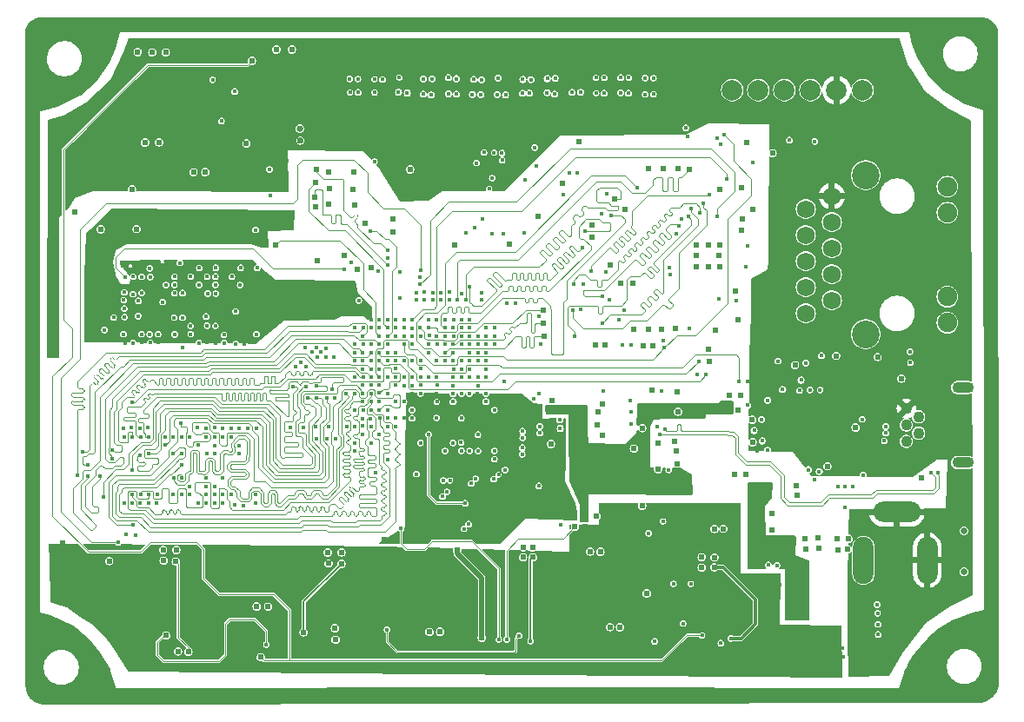
<source format=gbr>
%TF.GenerationSoftware,KiCad,Pcbnew,8.0.6*%
%TF.CreationDate,2025-01-12T20:29:38+06:00*%
%TF.ProjectId,zynq_soc_board_v1,7a796e71-5f73-46f6-935f-626f6172645f,rev?*%
%TF.SameCoordinates,Original*%
%TF.FileFunction,Copper,L8,Inr*%
%TF.FilePolarity,Positive*%
%FSLAX46Y46*%
G04 Gerber Fmt 4.6, Leading zero omitted, Abs format (unit mm)*
G04 Created by KiCad (PCBNEW 8.0.6) date 2025-01-12 20:29:38*
%MOMM*%
%LPD*%
G01*
G04 APERTURE LIST*
%TA.AperFunction,ComponentPad*%
%ADD10C,2.000000*%
%TD*%
%TA.AperFunction,ComponentPad*%
%ADD11C,1.750000*%
%TD*%
%TA.AperFunction,ComponentPad*%
%ADD12C,1.900000*%
%TD*%
%TA.AperFunction,ComponentPad*%
%ADD13C,2.700000*%
%TD*%
%TA.AperFunction,ComponentPad*%
%ADD14C,1.100000*%
%TD*%
%TA.AperFunction,ComponentPad*%
%ADD15O,2.100000X1.100000*%
%TD*%
%TA.AperFunction,ComponentPad*%
%ADD16O,2.000000X4.600000*%
%TD*%
%TA.AperFunction,ComponentPad*%
%ADD17O,4.600000X2.000000*%
%TD*%
%TA.AperFunction,ComponentPad*%
%ADD18C,0.650000*%
%TD*%
%TA.AperFunction,ViaPad*%
%ADD19C,0.450000*%
%TD*%
%TA.AperFunction,ViaPad*%
%ADD20C,0.620000*%
%TD*%
%TA.AperFunction,ViaPad*%
%ADD21C,1.000000*%
%TD*%
%TA.AperFunction,Conductor*%
%ADD22C,0.100000*%
%TD*%
%TA.AperFunction,Conductor*%
%ADD23C,0.120000*%
%TD*%
%TA.AperFunction,Conductor*%
%ADD24C,0.200000*%
%TD*%
%TA.AperFunction,Conductor*%
%ADD25C,0.500000*%
%TD*%
%TA.AperFunction,Conductor*%
%ADD26C,0.300000*%
%TD*%
G04 APERTURE END LIST*
D10*
%TO.N,/zynq_jtag/JTAG_TMS*%
%TO.C,J300*%
X181600000Y-64740000D03*
%TO.N,/zynq_jtag/JTAG_TDI*%
X184140000Y-64740000D03*
%TO.N,/zynq_jtag/JTAG_TD0*%
X186680000Y-64740000D03*
%TO.N,/zynq_jtag/JTAG_TCK*%
X189220000Y-64740000D03*
%TO.N,GND*%
X191760000Y-64740000D03*
%TO.N,+3V3*%
X194300000Y-64740000D03*
%TD*%
D11*
%TO.N,unconnected-(J800-VCC-Pad1)*%
%TO.C,J800*%
X188760000Y-86500000D03*
%TO.N,MDI0_P*%
X191300000Y-85230000D03*
%TO.N,MDI0_N*%
X188760000Y-83960000D03*
%TO.N,MDI1_P*%
X191300000Y-82690000D03*
%TO.N,MDI2_P*%
X188760000Y-81420000D03*
%TO.N,MDI2_N*%
X191300000Y-80150000D03*
%TO.N,MDI1_N*%
X188760000Y-78880000D03*
%TO.N,MDI3_P*%
X191300000Y-77610000D03*
%TO.N,MDI3_N*%
X188760000Y-76340000D03*
%TO.N,GND*%
X191300000Y-75070000D03*
D12*
%TO.N,+3V3*%
X202550000Y-87405000D03*
%TO.N,/ethernet_gigabit/ETH_LED_GR_K*%
X202550000Y-84865000D03*
%TO.N,/ethernet_gigabit/ETH_LED_YL_A*%
X202550000Y-76695000D03*
%TO.N,+3V3*%
X202550000Y-74155000D03*
D13*
%TO.N,CGND*%
X194600000Y-73035000D03*
X194600000Y-88525000D03*
%TD*%
D14*
%TO.N,+5V_USB_AB*%
%TO.C,J900*%
X198550000Y-98980000D03*
%TO.N,/USB-2-HS/USB_HS_D_N*%
X199750000Y-98180000D03*
%TO.N,/USB-2-HS/USB_HS_D_P*%
X198550000Y-97380000D03*
%TO.N,/USB-2-HS/USB_HS_ID*%
X199750000Y-96580000D03*
%TO.N,GND*%
X198550000Y-95780000D03*
D15*
%TO.N,CGND*%
X204050000Y-101030000D03*
X204050000Y-93730000D03*
%TD*%
D16*
%TO.N,+VDC*%
%TO.C,J100*%
X194390000Y-110567500D03*
%TO.N,GND*%
X200590000Y-110567500D03*
D17*
X197640000Y-105867500D03*
%TD*%
D18*
%TO.N,*%
%TO.C,J301*%
X204170000Y-107690000D03*
X204170000Y-111690000D03*
%TD*%
D19*
%TO.N,PG_1V0*%
X160840000Y-117910000D03*
X147980000Y-117320000D03*
D20*
%TO.N,GND*%
X183730000Y-88180000D03*
X116360000Y-108850000D03*
D19*
X135200000Y-89270000D03*
X144450000Y-81520000D03*
D20*
X168970000Y-98380000D03*
X197320000Y-95310000D03*
D19*
X150830000Y-84460000D03*
D20*
X191080000Y-98290000D03*
X160460000Y-117070000D03*
D19*
X159390000Y-97110000D03*
X148010325Y-97519675D03*
X174680000Y-94050000D03*
D20*
X142310000Y-72710000D03*
D19*
X199640000Y-99310000D03*
D20*
X150940000Y-117410000D03*
D19*
X195950000Y-97870000D03*
D20*
X174370000Y-99180000D03*
X117600000Y-76650000D03*
D19*
X122360000Y-104950000D03*
X131200000Y-104970000D03*
X153629675Y-95919675D03*
D20*
X194990000Y-100530000D03*
D19*
X189570000Y-91260000D03*
X150420000Y-93520000D03*
X155200000Y-92730000D03*
X169970000Y-110920000D03*
D20*
X138510000Y-63730000D03*
X137440000Y-63740000D03*
D19*
X124080000Y-89350000D03*
X123950000Y-104990000D03*
X157210000Y-85151387D03*
X122590000Y-108060000D03*
X146410000Y-87110000D03*
X130980000Y-64800000D03*
D20*
X164000000Y-94990000D03*
D19*
X184540000Y-112190000D03*
X122190000Y-81870000D03*
X182740000Y-115720000D03*
D20*
X187850000Y-103330000D03*
D19*
X174740000Y-65090000D03*
X148390000Y-111380000D03*
D20*
X185760000Y-69660000D03*
D19*
X174320000Y-97530000D03*
X132320000Y-111740000D03*
D20*
X145040000Y-117480000D03*
D19*
X183120000Y-93160000D03*
X125690203Y-89346850D03*
X130471288Y-88518941D03*
X138240000Y-71620000D03*
X178440000Y-112710000D03*
D20*
X193010000Y-91470000D03*
D19*
X132120000Y-82080000D03*
X192380000Y-119990000D03*
X145629676Y-95919675D03*
D20*
X162290000Y-71280000D03*
D19*
X150420000Y-92700000D03*
X155682446Y-72330000D03*
X184560000Y-112940000D03*
X167080000Y-83640000D03*
X155500000Y-103940000D03*
X177270000Y-69240000D03*
X188290000Y-88780000D03*
D20*
X140990000Y-76110000D03*
X181360000Y-116860000D03*
X178020000Y-105320000D03*
D19*
X152810000Y-97500000D03*
X123590000Y-113240000D03*
D20*
X115430000Y-83300000D03*
D19*
X150230000Y-111410000D03*
X185940000Y-111040000D03*
X166510000Y-111250000D03*
D20*
X182900000Y-102200000D03*
D19*
X127960000Y-98530000D03*
X159200000Y-72180000D03*
D20*
X126010000Y-77780000D03*
X181350000Y-94490000D03*
D19*
X182690000Y-115000000D03*
X156800403Y-94310000D03*
X153120000Y-64250000D03*
D20*
X184880000Y-91130000D03*
D19*
X141550000Y-90250000D03*
X157270000Y-77320000D03*
X150429675Y-91119675D03*
X134420000Y-97680000D03*
X155520000Y-64350000D03*
D20*
X195430000Y-82450000D03*
D19*
X169630000Y-85160000D03*
X122270000Y-97670000D03*
D20*
X122090000Y-79380000D03*
D19*
X198300000Y-111810000D03*
X155210000Y-84600000D03*
D20*
X176240000Y-101140000D03*
X193290000Y-94590000D03*
D19*
X149390000Y-111420000D03*
X131280000Y-89370000D03*
X170030000Y-111860000D03*
X157600000Y-97510000D03*
X155690000Y-78660000D03*
X132766140Y-97680000D03*
D20*
X187090000Y-117380000D03*
X182120000Y-107360000D03*
D19*
X153230000Y-118550000D03*
X152819798Y-92690191D03*
X159330000Y-78710000D03*
X148835814Y-91106368D03*
X148370000Y-109990000D03*
X155205000Y-91095745D03*
D20*
X155660000Y-117060000D03*
D19*
X132872905Y-88540550D03*
D20*
X203560000Y-112640000D03*
X183900000Y-95010000D03*
D19*
X148000402Y-89509999D03*
D20*
X169340000Y-107070000D03*
D19*
X136240000Y-111770000D03*
X169270000Y-82430000D03*
X148380000Y-110690000D03*
X160470000Y-85530000D03*
D20*
X167290000Y-107280000D03*
X191030000Y-96740000D03*
D19*
X149220000Y-85030000D03*
X136220000Y-109600000D03*
X144800000Y-92670000D03*
X152020000Y-95910000D03*
D20*
X195550000Y-78210000D03*
D19*
X151220000Y-95110000D03*
D20*
X194630000Y-84150000D03*
X175470000Y-62140000D03*
X146390000Y-82010000D03*
X134320000Y-118350000D03*
D19*
X157994987Y-64341029D03*
X132170000Y-64870000D03*
D20*
X136060000Y-79790000D03*
D19*
X125550000Y-104990000D03*
D20*
X115460000Y-88160000D03*
X171900000Y-83590000D03*
X189610000Y-101140000D03*
D19*
X132320000Y-110960000D03*
X151150000Y-82980000D03*
X171700000Y-94970000D03*
X130315000Y-97735000D03*
D20*
X172030000Y-99680000D03*
X115420000Y-81000000D03*
D19*
X157480000Y-73330000D03*
X152794200Y-99958715D03*
D20*
X181850000Y-102220000D03*
D19*
X192560000Y-103400000D03*
X130520000Y-82070000D03*
D20*
X203030000Y-102500000D03*
D19*
X132330000Y-113220000D03*
X158420000Y-99100000D03*
X149620000Y-96700000D03*
X133540000Y-100170000D03*
D20*
X177080000Y-65560000D03*
D19*
X132766140Y-104143860D03*
D20*
X178110000Y-81970000D03*
X115410000Y-85720000D03*
X170760000Y-83580000D03*
D19*
X178170000Y-92490000D03*
D20*
X180340000Y-81950000D03*
X190790000Y-69750000D03*
D19*
X166480000Y-110480000D03*
X151220000Y-93510000D03*
D20*
X180340000Y-79820000D03*
X145830000Y-77730000D03*
X179260000Y-81970000D03*
X194470000Y-76570000D03*
X126500000Y-118800000D03*
D19*
X136230000Y-110300000D03*
D20*
X182200000Y-87140000D03*
D19*
X130360000Y-104140000D03*
X153610000Y-91120000D03*
D20*
X162990000Y-117370000D03*
X144800000Y-75920000D03*
D19*
X151620000Y-84450000D03*
D20*
X174380000Y-101680000D03*
D19*
X132300000Y-109570000D03*
X170860000Y-89570000D03*
D20*
X168980000Y-95320000D03*
X200020000Y-102550000D03*
D19*
X158420000Y-88700000D03*
D20*
X144680000Y-74390000D03*
D19*
X180110000Y-69440000D03*
X135210000Y-104990000D03*
X130360000Y-104950000D03*
X156030000Y-88710000D03*
X148819914Y-92710000D03*
D20*
X187160000Y-118410000D03*
D19*
X161780000Y-106360000D03*
X161830000Y-99110000D03*
X151060000Y-111410000D03*
D20*
X182610000Y-77340000D03*
D19*
X151230000Y-91900000D03*
X146839894Y-102019216D03*
D20*
X134350000Y-117320000D03*
X141150000Y-81380000D03*
D19*
X124085000Y-82145000D03*
X192340000Y-119130000D03*
D20*
X178110000Y-79840000D03*
X173440000Y-72420000D03*
D19*
X148850000Y-74600000D03*
X123470000Y-108090000D03*
D20*
X172930000Y-89620000D03*
D19*
X158190000Y-71830000D03*
X158060000Y-117580000D03*
D20*
X176310000Y-96080000D03*
D19*
X148050000Y-96680000D03*
D20*
X115440000Y-90520000D03*
X183030000Y-69870000D03*
D19*
X154030000Y-84450000D03*
D20*
X119840000Y-79430000D03*
D19*
X154830000Y-101700000D03*
X161480000Y-69050000D03*
X143500000Y-64180000D03*
X142590000Y-119120000D03*
D20*
X134800000Y-67130000D03*
D19*
X165120000Y-64200000D03*
X133160000Y-111270000D03*
D20*
X187880000Y-104220000D03*
D19*
X160320000Y-64360000D03*
D20*
X117565000Y-72505000D03*
X195130000Y-94380000D03*
X127420000Y-70820000D03*
D19*
X132310000Y-110270000D03*
X155990000Y-98340000D03*
X148820000Y-95110000D03*
X155240000Y-95110000D03*
X148390000Y-112930000D03*
X131160000Y-104150000D03*
X139550000Y-91230000D03*
D20*
X180000000Y-88160000D03*
D19*
X197300000Y-111820000D03*
X126346486Y-98523172D03*
D20*
X142380000Y-74310000D03*
X174720000Y-88020000D03*
D19*
X146340000Y-116740000D03*
X144820000Y-99910000D03*
X140640000Y-90270000D03*
X166530000Y-72830000D03*
D20*
X166180000Y-106260000D03*
D19*
X185100000Y-111010000D03*
X156010324Y-96719676D03*
D20*
X198060000Y-91890000D03*
D19*
X150740000Y-64160000D03*
D20*
X196080000Y-100410000D03*
D19*
X176630000Y-77290000D03*
D20*
X176150000Y-99910000D03*
D19*
X186390000Y-99560000D03*
D20*
X144700000Y-72700000D03*
D19*
X133980000Y-105250000D03*
D20*
X178100000Y-80870000D03*
D19*
X136240000Y-110990000D03*
D20*
X128540000Y-117310000D03*
X180330000Y-80850000D03*
D19*
X185350000Y-112160000D03*
X128066140Y-88526140D03*
D20*
X147662500Y-108510000D03*
D19*
X184320000Y-97570000D03*
X150420000Y-94310000D03*
X185370000Y-112910000D03*
X153230000Y-84490000D03*
D20*
X168530000Y-117340000D03*
X127700000Y-77790000D03*
X129980000Y-78110000D03*
X135180000Y-79170000D03*
X120090000Y-112060000D03*
D19*
X157620000Y-91120000D03*
X132320000Y-112510000D03*
X182010000Y-85260000D03*
D20*
X195820000Y-80140000D03*
D19*
X134500000Y-82070000D03*
D20*
X138270000Y-77200000D03*
X167930000Y-79110000D03*
X172820000Y-97670000D03*
D19*
X170020000Y-112890000D03*
X150420000Y-99110000D03*
D20*
X201870000Y-82120000D03*
D19*
X169370000Y-74860000D03*
D20*
X175710000Y-120400000D03*
D19*
X152020000Y-95110000D03*
X131266140Y-88526140D03*
D20*
X179330000Y-91170000D03*
D19*
X148340000Y-64190000D03*
X186180000Y-112160000D03*
X162750000Y-86770000D03*
D20*
X185440000Y-106010000D03*
D19*
X131966140Y-98556140D03*
D20*
X174510000Y-107550000D03*
D19*
X145610402Y-97490277D03*
X152030000Y-92710000D03*
X132060000Y-82910000D03*
X157600403Y-99910000D03*
X145900000Y-64130000D03*
X169920000Y-64390000D03*
X145639597Y-89510001D03*
X148010000Y-81090000D03*
X125450000Y-113250000D03*
X184010000Y-99910000D03*
X193310000Y-103390000D03*
D20*
X150180000Y-71530000D03*
X188370000Y-69740000D03*
D19*
X158690000Y-74350000D03*
X150420000Y-89510000D03*
X186200000Y-112910000D03*
D20*
X115480000Y-77870000D03*
X197220000Y-100370000D03*
X132530000Y-72750000D03*
D19*
X131970000Y-97700000D03*
X134000000Y-111260000D03*
X166850000Y-86140000D03*
D20*
X135110000Y-77370000D03*
D19*
X157616643Y-87893903D03*
X134070000Y-89520000D03*
D20*
X131450000Y-72780000D03*
D19*
X130456173Y-89350000D03*
X153190000Y-113390000D03*
X148390000Y-112160000D03*
X154434777Y-87105360D03*
X172310000Y-64400000D03*
X127961059Y-104161288D03*
D20*
X188840000Y-98290000D03*
D19*
X170600000Y-87100000D03*
X128190000Y-66810000D03*
X126460000Y-82920000D03*
D20*
X116320000Y-112980000D03*
X174900000Y-113660000D03*
D19*
X134830000Y-111260000D03*
X191900000Y-103400000D03*
X128070000Y-82920000D03*
X168840000Y-76760000D03*
X167470000Y-64220000D03*
X148820000Y-93510000D03*
X162720000Y-64290000D03*
X123870000Y-97670000D03*
D20*
X179260000Y-79840000D03*
D19*
X158215000Y-72705000D03*
X128180000Y-65860000D03*
X152020000Y-87110000D03*
D20*
X131800000Y-69070000D03*
X142290000Y-75860000D03*
D19*
X157370000Y-71930000D03*
X122450000Y-89380000D03*
D20*
X165070000Y-73870000D03*
D19*
X143016597Y-86755530D03*
X158590000Y-68630000D03*
X146420000Y-93500000D03*
D20*
X188790000Y-96740000D03*
D19*
X132930000Y-82050000D03*
X166470000Y-109480000D03*
X142850000Y-94710000D03*
D20*
X168290000Y-89560000D03*
D19*
X149620000Y-87910000D03*
D20*
X182200000Y-95910000D03*
X185500000Y-107620000D03*
D19*
X152020000Y-90310000D03*
X152430000Y-84460000D03*
D20*
X148550000Y-77330000D03*
D19*
X147215494Y-98295086D03*
D20*
X186110000Y-80010000D03*
D19*
X170225000Y-118495000D03*
X166970000Y-112050000D03*
D20*
X164010000Y-100160000D03*
D19*
X133660000Y-84520000D03*
X152815000Y-94305000D03*
X162970000Y-89500000D03*
D20*
%TO.N,+1V8*%
X120910000Y-110630000D03*
X142890000Y-117180000D03*
D19*
X153220000Y-85180000D03*
X151220000Y-92710000D03*
X188150000Y-94010000D03*
D20*
X162160000Y-109320000D03*
D19*
X152070000Y-88680000D03*
D20*
X198050000Y-92860000D03*
X145070000Y-82210000D03*
D19*
X149620000Y-95110000D03*
X190160000Y-93960000D03*
X195720000Y-114870000D03*
X195780000Y-116800000D03*
D20*
X190860000Y-101390000D03*
D19*
X189170000Y-93950000D03*
D20*
X195750000Y-90730000D03*
D19*
X149610000Y-91110000D03*
X150420000Y-95910000D03*
D20*
X161230000Y-110270000D03*
D19*
X151220000Y-94310000D03*
X150420000Y-96710000D03*
X195820000Y-117790000D03*
X149620000Y-93520000D03*
D20*
X168750000Y-109730000D03*
X167740000Y-109700000D03*
D19*
X155234777Y-88707247D03*
X161960000Y-118420000D03*
X195750000Y-115720000D03*
D20*
X191720000Y-90640000D03*
D19*
X152020000Y-89510000D03*
X155230000Y-87090000D03*
D20*
X162170000Y-110270000D03*
X161230000Y-109290000D03*
D19*
X149630000Y-92680000D03*
X149200000Y-82470000D03*
D20*
X187710000Y-91550000D03*
D19*
%TO.N,+1V35*%
X129570000Y-104960000D03*
X123060000Y-97590000D03*
X132860000Y-82930000D03*
X133660000Y-83730000D03*
X145220000Y-85240000D03*
X146420000Y-89529597D03*
X130980000Y-63730000D03*
X130353860Y-103356140D03*
X131310000Y-82070000D03*
D20*
X127410000Y-110690000D03*
D19*
X127147623Y-98550000D03*
X133560000Y-99360000D03*
X127160000Y-104140000D03*
X132766140Y-98556140D03*
X145620000Y-93510000D03*
X129630000Y-89380000D03*
X146410000Y-99110000D03*
X142800000Y-90720000D03*
X133170000Y-105190000D03*
X123160000Y-104980000D03*
X131180000Y-97620000D03*
X128750000Y-98540000D03*
X135180000Y-104170000D03*
X131950000Y-104150000D03*
X145620000Y-91920000D03*
X130456173Y-87703635D03*
D20*
X128620000Y-119470000D03*
D19*
X133700000Y-82070000D03*
X132090000Y-89370000D03*
X128860000Y-82920000D03*
D20*
X127440000Y-109550000D03*
D19*
X144793568Y-95953955D03*
X124670000Y-97660000D03*
X135310000Y-82080000D03*
X142955000Y-98710000D03*
X135230000Y-97690000D03*
X127300000Y-88540000D03*
X127260000Y-82930000D03*
X124900203Y-89346091D03*
D20*
X126160000Y-109550000D03*
D19*
X133260000Y-89490000D03*
X124870000Y-82120000D03*
X131990000Y-104990000D03*
X144819999Y-87910001D03*
X132082905Y-88580000D03*
D20*
X127610000Y-119430000D03*
D19*
X123270000Y-89380000D03*
X124760000Y-104980000D03*
X146400402Y-97510001D03*
X133600000Y-97710000D03*
D20*
X126210000Y-110600000D03*
D19*
X135251000Y-88520000D03*
%TO.N,+0V675_REF*%
X125660000Y-88520000D03*
X129470000Y-97600000D03*
X129700000Y-82080000D03*
X148039597Y-91110000D03*
X125570000Y-104140000D03*
X148020000Y-95920000D03*
X133130000Y-64880000D03*
D20*
%TO.N,VCC*%
X188690000Y-108430000D03*
X173280000Y-113790000D03*
D19*
X174040000Y-118460000D03*
D20*
X188740000Y-109450000D03*
X189950000Y-108410000D03*
X190030000Y-109380000D03*
D19*
%TO.N,PWR_EN*%
X175870000Y-112850000D03*
X177550000Y-112860000D03*
D20*
%TO.N,+5V*%
X184050000Y-103440000D03*
X187320000Y-115860000D03*
X153140000Y-117530000D03*
D19*
X183460000Y-105030000D03*
D20*
X136390000Y-115080000D03*
X125760000Y-69820000D03*
X188680000Y-115970000D03*
X152110000Y-117540000D03*
X169680000Y-117070000D03*
X185060000Y-103480000D03*
X142970000Y-118300000D03*
D19*
X183460000Y-104070000D03*
D20*
X170660000Y-117080000D03*
X135280000Y-115060000D03*
X124410000Y-69850000D03*
D19*
%TO.N,+1V0*%
X148820000Y-96710000D03*
D20*
X139860000Y-117570000D03*
X142280000Y-110870000D03*
D19*
X148010325Y-90300325D03*
X148820000Y-91890403D03*
X152812606Y-96682474D03*
X152820000Y-91110000D03*
X152822888Y-95093418D03*
X151220000Y-91100000D03*
X152829675Y-93500325D03*
D20*
X143520000Y-110900000D03*
D19*
X148005783Y-94314217D03*
D20*
X143530000Y-109780000D03*
X142200000Y-109810000D03*
%TO.N,PG_1V8*%
X126470000Y-117890000D03*
D19*
X136220000Y-118780000D03*
D20*
%TO.N,PG_1V35*%
X134810000Y-61890000D03*
D19*
X178650000Y-117870000D03*
D20*
X135690000Y-120010000D03*
D19*
%TO.N,PG_3V3*%
X176800000Y-116720000D03*
%TO.N,+3V3*%
X173120000Y-65160000D03*
X171500000Y-65040000D03*
D20*
X139490000Y-68500000D03*
D19*
X180480000Y-70040000D03*
X158420000Y-87920000D03*
X156700000Y-71840000D03*
X162745000Y-103315000D03*
X170730000Y-65010000D03*
D20*
X163940000Y-99220000D03*
D19*
X169110000Y-65050000D03*
X170740000Y-63520000D03*
D20*
X193610000Y-97620000D03*
X150210000Y-72470000D03*
D19*
X173930000Y-65140000D03*
X156829675Y-98319675D03*
X164920000Y-107080000D03*
X169020000Y-94060000D03*
X175530000Y-82690000D03*
X148839809Y-97510202D03*
D20*
X183570000Y-76350000D03*
D19*
X173130000Y-63560000D03*
X148019999Y-92690403D03*
X155210000Y-96710000D03*
X156010403Y-94310000D03*
X173930000Y-63580000D03*
X148020000Y-100720000D03*
X171530000Y-63530000D03*
X158220000Y-73320000D03*
X150840000Y-102150000D03*
X156839598Y-99909999D03*
D20*
X172820000Y-105240000D03*
X166650000Y-69770000D03*
D19*
X148800000Y-87920000D03*
X158424217Y-95925211D03*
D20*
X168390000Y-106260000D03*
D19*
X169140000Y-63540000D03*
X159460000Y-101760000D03*
D20*
X162720000Y-77010000D03*
X125110000Y-61060000D03*
X179860000Y-107500000D03*
D19*
X168320000Y-63540000D03*
X147215360Y-87095223D03*
X154410000Y-91090690D03*
X147215360Y-95095223D03*
D20*
X178620000Y-110250000D03*
X148580000Y-78560000D03*
X143810000Y-80870000D03*
X185520000Y-70900000D03*
X179870000Y-110280000D03*
X123120000Y-74380000D03*
X173890000Y-89620000D03*
D19*
X153620000Y-99900000D03*
D20*
X179840000Y-111240000D03*
X139530000Y-69650000D03*
X169230000Y-89550000D03*
X178630000Y-111280000D03*
X134280000Y-69940000D03*
X180750000Y-107490000D03*
X154600000Y-79860000D03*
X123690000Y-61030000D03*
D19*
X181450000Y-118170000D03*
D20*
X157200000Y-118100000D03*
X126430000Y-61060000D03*
X183550000Y-96860000D03*
D19*
X159170000Y-70880000D03*
D20*
X138700000Y-60780000D03*
X176080000Y-88000000D03*
X183570000Y-99060000D03*
D19*
X151220000Y-99120000D03*
X156000402Y-92710001D03*
D20*
X159870000Y-79790000D03*
D19*
X159390000Y-93110000D03*
D20*
X182500000Y-74210000D03*
X154820000Y-109570000D03*
X137190000Y-60780000D03*
D19*
X157639598Y-90310001D03*
D20*
X173400000Y-88040000D03*
D19*
X157910000Y-74370000D03*
X168330000Y-65030000D03*
D20*
%TO.N,+0V675*%
X130280000Y-72740000D03*
D19*
X131850000Y-67760000D03*
D20*
X120070000Y-78310000D03*
X129120000Y-72760000D03*
X123590000Y-78280000D03*
D21*
%TO.N,CGND*%
X190000000Y-123500000D03*
X120000000Y-58500000D03*
X113500000Y-65000000D03*
X175000000Y-58500000D03*
X170000000Y-58500000D03*
X135000000Y-123500000D03*
X113500000Y-80000000D03*
X150000000Y-58500000D03*
X206790000Y-65020000D03*
X206790000Y-70020000D03*
X165000000Y-58500000D03*
X200000000Y-58500000D03*
X185000000Y-123500000D03*
X206790000Y-105020000D03*
X190000000Y-58500000D03*
X206790000Y-80020000D03*
X130000000Y-58500000D03*
X180000000Y-58500000D03*
X120000000Y-123500000D03*
X125000000Y-58500000D03*
X185000000Y-58500000D03*
X113500000Y-105000000D03*
X206790000Y-95020000D03*
X195000000Y-123500000D03*
X113500000Y-110000000D03*
X113500000Y-99500000D03*
X155000000Y-58500000D03*
X206790000Y-75020000D03*
X145000000Y-123500000D03*
X113500000Y-70000000D03*
X150000000Y-123500000D03*
X194999968Y-58500000D03*
X160000000Y-123500000D03*
X207000000Y-115000000D03*
X207000000Y-110000000D03*
X125000000Y-123500000D03*
X135000000Y-58500000D03*
X145000000Y-58500000D03*
X165000000Y-123500000D03*
X160000000Y-58500000D03*
X113500000Y-95000000D03*
X140000000Y-58500000D03*
X140000000Y-123500000D03*
X206790000Y-85020000D03*
X155000000Y-123500000D03*
X180000000Y-123500000D03*
X130000000Y-123500000D03*
X113500000Y-115000000D03*
X206790000Y-90020000D03*
X113500000Y-75000000D03*
X175000000Y-123500000D03*
X113500000Y-90000000D03*
X113500000Y-85000000D03*
X200000000Y-123500000D03*
X170000000Y-123500000D03*
X206790000Y-100020000D03*
D19*
%TO.N,+1V8_PLL*%
X148840364Y-90310727D03*
%TO.N,/zynq_jtag/VSUB_FILT*%
X186050000Y-91150000D03*
D20*
%TO.N,+1V8_FTDI*%
X167170000Y-106250000D03*
X177130000Y-103200000D03*
X181370000Y-95460000D03*
X164040000Y-95950000D03*
D19*
%TO.N,/zynq_processing_system_ps/MIO_VRFF_OV9*%
X151230000Y-88710000D03*
%TO.N,PS_NRST*%
X165710000Y-72830000D03*
X121790000Y-108810000D03*
X151260000Y-82260000D03*
D20*
%TO.N,PS_NPOR*%
X166280000Y-107310000D03*
D19*
X159640000Y-118270000D03*
X148824366Y-87094942D03*
X180500000Y-118640000D03*
%TO.N,/zynq_processing_system_ps/EMMC_VDDI*%
X161380000Y-73520000D03*
D20*
%TO.N,+1V8_ETH*%
X179260000Y-90040000D03*
X176290000Y-72400000D03*
X167950000Y-77860000D03*
X174880000Y-72430000D03*
D19*
X175430000Y-82000000D03*
D20*
X172010000Y-88020000D03*
X180350000Y-74380000D03*
X171160000Y-76400000D03*
%TO.N,+1V0_ETH*%
X169680000Y-81810000D03*
D19*
X180300000Y-85070000D03*
X182950000Y-81940000D03*
X183100000Y-79920000D03*
X176140000Y-78750000D03*
D20*
%TO.N,+3V3_ETH*%
X182470000Y-78430000D03*
X181900000Y-84310000D03*
%TO.N,+VDC*%
X192860000Y-109510000D03*
X191870000Y-109530000D03*
X191780000Y-108470000D03*
X192940000Y-108470000D03*
D19*
%TO.N,/zynq_jtag/USB_FTDI_D_N*%
X174563703Y-98264779D03*
X201605363Y-102021340D03*
%TO.N,/zynq_jtag/USB_FTDI_D_P*%
X175023323Y-97805159D03*
X200955363Y-102021340D03*
%TO.N,/USB-2-HS/USB_HS_D_N*%
X196566155Y-98165000D03*
%TO.N,/USB-2-HS/USB_HS_D_P*%
X196566155Y-97515000D03*
%TO.N,MIO50*%
X145160000Y-64960000D03*
%TO.N,PL_B35_L6_N*%
X156820001Y-89490403D03*
X152280000Y-65200000D03*
%TO.N,PL_B35_L7_N*%
X163580000Y-63620000D03*
X164820000Y-96870000D03*
%TO.N,PL_B35_L16_P*%
X156029676Y-90300324D03*
X153950000Y-63520000D03*
%TO.N,PL_B35_L20_N*%
X154439597Y-91910000D03*
X149940000Y-65030000D03*
%TO.N,PL_B35_L13_P*%
X157110000Y-65180000D03*
X156020000Y-91110000D03*
%TO.N,PL_B35_IO25*%
X155234777Y-91905360D03*
X159515000Y-65210000D03*
%TO.N,PL_B35_L22_N*%
X154420202Y-94315000D03*
X164300000Y-65140000D03*
%TO.N,PL_B35_L3_N*%
X157610000Y-88700403D03*
X152380000Y-63630000D03*
%TO.N,MIO51*%
X145130000Y-63660000D03*
%TO.N,PL_B35_L24_N*%
X156030000Y-91910000D03*
X158690000Y-65180000D03*
%TO.N,PL_B35_L13_N*%
X156830000Y-91110000D03*
X156290000Y-65160000D03*
%TO.N,PL_B35_L3_P*%
X156820000Y-88700403D03*
X151510000Y-63640000D03*
%TO.N,PL_B35_L6_P*%
X155994831Y-89505634D03*
X151520000Y-65140000D03*
%TO.N,PL_B35_L5_N*%
X158420000Y-89510000D03*
X154720000Y-65140000D03*
%TO.N,PL_B35_L23_N*%
X155220000Y-94290403D03*
X166010000Y-64960000D03*
%TO.N,PL_B35_L22_P*%
X163570000Y-64990000D03*
X154424640Y-93524777D03*
%TO.N,PL_B35_L8_P*%
X157620000Y-95090404D03*
X161815000Y-65042696D03*
%TO.N,PL_B35_L8_N*%
X157620000Y-94310000D03*
X161165000Y-65042696D03*
%TO.N,PL_B35_L14_N*%
X157610000Y-91910000D03*
X156430000Y-63700000D03*
%TO.N,PL_B35_L16_N*%
X156830000Y-90310000D03*
X154730000Y-63630000D03*
%TO.N,PL_B35_L11_N*%
X156810000Y-93520000D03*
X158780000Y-63560000D03*
%TO.N,PL_B35_L14_P*%
X157620000Y-92710000D03*
X157180000Y-63740000D03*
%TO.N,PL_B35_L7_P*%
X164345512Y-63599638D03*
X164840000Y-97710000D03*
%TO.N,MIO49*%
X149180000Y-63500000D03*
X152820000Y-87110000D03*
%TO.N,PL_B35_L9_N*%
X162737239Y-94352892D03*
X161200000Y-63710000D03*
%TO.N,PL_B35_L9_P*%
X162277619Y-94812512D03*
X161980000Y-63720000D03*
%TO.N,PL_B35_L20_P*%
X154400000Y-92730000D03*
X149090000Y-64950000D03*
%TO.N,PL_B35_L5_P*%
X153940000Y-65110000D03*
X157610000Y-89500000D03*
%TO.N,PL_B35_L23_P*%
X166810000Y-64950000D03*
X154420000Y-95100000D03*
%TO.N,PL_B34_L14_P*%
X162850851Y-97514205D03*
%TO.N,PL_B34_L16_P*%
X161143585Y-99585000D03*
%TO.N,PL_B34_L10_N*%
X155921599Y-107035396D03*
%TO.N,PL_B34_L11_N*%
X155190000Y-99080000D03*
%TO.N,PL_B34_L17_N*%
X158834810Y-102195190D03*
%TO.N,PL_B34_L7_P*%
X156165190Y-103074810D03*
%TO.N,PL_B34_L17_P*%
X158375190Y-102654810D03*
%TO.N,PL_B34_L18_N*%
X156020000Y-99900000D03*
%TO.N,PL_B34_L22_N*%
X158429676Y-99900324D03*
%TO.N,PL_B34_L8_N*%
X154095000Y-102774986D03*
%TO.N,PL_B34_L15_P*%
X161180000Y-97985000D03*
%TO.N,PL_B34_L10_P*%
X155461979Y-107495016D03*
%TO.N,PL_B34_L16_N*%
X161143585Y-100235000D03*
%TO.N,PL_B34_L8_P*%
X153445000Y-102774986D03*
%TO.N,PL_B34_L18_P*%
X155220202Y-99890191D03*
%TO.N,DONE*%
X149350000Y-107480000D03*
X158860000Y-118280000D03*
%TO.N,PL_B34_L22_P*%
X158420000Y-100690403D03*
%TO.N,PL_B34_L7_N*%
X156624810Y-102615190D03*
%TO.N,PL_B34_L14_N*%
X162850851Y-98164205D03*
%TO.N,PL_B34_L11_P*%
X154420000Y-99120000D03*
%TO.N,PL_B34_L15_N*%
X161180000Y-98635000D03*
%TO.N,PL_B34_L4_P*%
X153374448Y-104344068D03*
%TO.N,PL_B34_L4_N*%
X153834068Y-103884448D03*
%TO.N,TDI_0*%
X183640000Y-71780000D03*
X147229675Y-91119675D03*
X179040000Y-92480000D03*
%TO.N,TMS_0*%
X147230000Y-92700000D03*
X180770000Y-69050000D03*
X174990000Y-89850000D03*
%TO.N,/zynq_jtag/NPROGRAM*%
X135170000Y-78370000D03*
X147220000Y-93490403D03*
%TO.N,TDO_0*%
X178330000Y-91160000D03*
X187150000Y-69620000D03*
X147220000Y-90310000D03*
%TO.N,TCK_0*%
X149620000Y-89500000D03*
X189650000Y-69740000D03*
X182260000Y-93160000D03*
%TO.N,/zynq_jtag/M0*%
X146750000Y-71710000D03*
%TO.N,QSPI_DQ1_M1*%
X148020000Y-87890403D03*
D20*
X140990000Y-73770000D03*
D19*
%TO.N,/zynq_jtag/M1*%
X136530000Y-72470000D03*
%TO.N,/zynq_jtag/M2*%
X136570000Y-75020000D03*
D20*
%TO.N,QSPI_DQ2_M2*%
X140950000Y-75150000D03*
D19*
X148015000Y-81815000D03*
D20*
%TO.N,/zynq_jtag/FTDI_NRST*%
X176200000Y-94110000D03*
X182450000Y-94470000D03*
D19*
%TO.N,/zynq_jtag/FTDI_EEDATA*%
X173470000Y-107930000D03*
%TO.N,/zynq_jtag/FTDI_EECLK*%
X174850000Y-106760000D03*
%TO.N,/zynq_jtag/FTDI_EECS*%
X175420000Y-101760000D03*
D20*
%TO.N,/zynq_jtag/FTDI_REF*%
X175980000Y-99010000D03*
%TO.N,/zynq_jtag/FTDI_NPOR*%
X173750000Y-93950000D03*
%TO.N,FTDI_TX*%
X168490000Y-96090000D03*
D19*
%TO.N,UART1_RX*%
X147110000Y-82360000D03*
X171760000Y-96070000D03*
%TO.N,UART1_TX_VCFG1*%
X146420000Y-87920000D03*
X171770000Y-97310000D03*
D20*
%TO.N,FTDI_RX*%
X168470000Y-97350000D03*
D19*
%TO.N,/zynq_processing_system_ps/VCFG0*%
X148810324Y-88719676D03*
%TO.N,ETH_PHY_TXCLK*%
X176440000Y-77970000D03*
X168930000Y-84840000D03*
%TO.N,ETH_PHY_TXD0*%
X168910000Y-87420000D03*
X177628664Y-76307154D03*
D20*
%TO.N,/zynq_processing_system_ps/ETH_TXD0*%
X163230000Y-87420000D03*
D19*
X154420000Y-89510000D03*
%TO.N,ETH_PHY_TXD1*%
X178430000Y-76710000D03*
X166120000Y-83670000D03*
%TO.N,/zynq_processing_system_ps/ETH_TXD2*%
X151210000Y-87910000D03*
D20*
X163160000Y-86160000D03*
D19*
%TO.N,ETH_PHY_TXD2*%
X178800000Y-75760000D03*
X166080000Y-86160000D03*
%TO.N,ETH_PHY_TXD3*%
X167860000Y-82360000D03*
X179335001Y-74964976D03*
%TO.N,ETH_PHY_TXCTL*%
X166210000Y-88740000D03*
X177330000Y-77080000D03*
%TO.N,/zynq_processing_system_ps/ETH_TXCTL*%
X153620000Y-90310000D03*
D20*
X163280000Y-88750000D03*
D19*
%TO.N,/zynq_processing_system_ps/PS_LED*%
X147205086Y-88714506D03*
D20*
X137090000Y-79830000D03*
D19*
%TO.N,/zynq_processing_system_ps/ETH_NRST*%
X177080000Y-68420000D03*
X157190000Y-84470000D03*
%TO.N,PS_CLK_33M333*%
X148023894Y-88694456D03*
X146330000Y-78490000D03*
%TO.N,SD_D0*%
X150434777Y-88714640D03*
%TO.N,SD_D1*%
X158220000Y-78740000D03*
X149619798Y-88729809D03*
%TO.N,SD_D2*%
X156510000Y-78130000D03*
X147210000Y-87900000D03*
%TO.N,SD_D3*%
X165140000Y-74970000D03*
X149629676Y-87119676D03*
%TO.N,SD_CMD*%
X158410000Y-70830000D03*
X162380000Y-70340000D03*
X148030000Y-87110000D03*
%TO.N,/zynq_processing_system_ps/EMMC_NRST*%
X159180000Y-71570000D03*
X162500000Y-72110000D03*
%TO.N,SD_CLK*%
X150390000Y-87940000D03*
%TO.N,/zynq_programmable_logic/LED_PL*%
X155600000Y-105000000D03*
X152020000Y-98300000D03*
%TO.N,/zynq_ddr/DDR_VRN*%
X146435726Y-91113717D03*
%TO.N,/zynq_ddr/DDR_VRP*%
X147223717Y-91925726D03*
%TO.N,ETH_RXD0*%
X169810000Y-76950000D03*
X152020000Y-87910000D03*
D20*
%TO.N,ETH_RXD1*%
X170140000Y-75390000D03*
D19*
X155635000Y-85190000D03*
%TO.N,ETH_RXD2*%
X154415360Y-90324777D03*
X172330000Y-74280000D03*
D20*
%TO.N,ETH_RXD3*%
X177440000Y-72440000D03*
D19*
X154850000Y-85190000D03*
%TO.N,ETH_RXCTL*%
X153620000Y-87900000D03*
X167280000Y-78450000D03*
%TO.N,ETH_RXCLK*%
X156030000Y-83920000D03*
X167010000Y-80100000D03*
%TO.N,ETH_NINT*%
X152820000Y-88710000D03*
X171050000Y-86190000D03*
%TO.N,ETH_MDIO*%
X151210000Y-83660000D03*
X180110000Y-77010000D03*
%TO.N,PL_CLK_125MHZ*%
X177410000Y-87990000D03*
X156820000Y-92710000D03*
%TO.N,/ethernet_gigabit/ETH_LED0*%
X198900000Y-90230000D03*
X171760000Y-89570000D03*
%TO.N,/ethernet_gigabit/ETH_LED2*%
X198960000Y-91300000D03*
X174860000Y-89120000D03*
%TO.N,USB_NRST*%
X154400691Y-87899999D03*
X190280000Y-90610000D03*
%TO.N,/USB-2-HS/USB_PHY_VBUS*%
X194235000Y-96825000D03*
%TO.N,USB_CLK*%
X151620000Y-85190000D03*
X186510000Y-93910000D03*
%TO.N,USB_NXT*%
X185055000Y-94965000D03*
X155220000Y-89505634D03*
%TO.N,USB_DATA2*%
X183730000Y-97910000D03*
X152420000Y-85190000D03*
%TO.N,DDR_DQ13*%
X144800000Y-91130000D03*
X128860000Y-88520000D03*
%TO.N,DDR_DQ11*%
X145619542Y-91130079D03*
X128850000Y-87720000D03*
%TO.N,DDR_DQ15*%
X139030000Y-91670000D03*
X131260000Y-87720000D03*
%TO.N,DDR_DM1*%
X133230000Y-86310000D03*
X142020000Y-89875000D03*
%TO.N,USB_DATA3*%
X184510000Y-98930000D03*
X152834914Y-89505494D03*
%TO.N,ETH_MDC*%
X150420000Y-87110000D03*
X181060000Y-73410000D03*
%TO.N,MIO44*%
X147530000Y-63710000D03*
X153620000Y-89520000D03*
%TO.N,USB_DATA1*%
X154440000Y-88690000D03*
X184470000Y-96830000D03*
%TO.N,USB_DATA5*%
X189590000Y-102700000D03*
%TO.N,DDR_DQ14*%
X140010000Y-89820000D03*
X131253860Y-82913860D03*
%TO.N,DDR_DQS1_N*%
X142060000Y-90720000D03*
X130500000Y-84560000D03*
%TO.N,MIO47*%
X146750000Y-64950000D03*
%TO.N,DDR_DQ12*%
X130340000Y-86800000D03*
X140050000Y-91700000D03*
%TO.N,QSPI_NCS*%
X148050000Y-80350000D03*
D20*
X141060000Y-72470000D03*
D19*
%TO.N,USB_STP*%
X188770000Y-91320000D03*
X155210000Y-87900000D03*
%TO.N,MIO46*%
X156029676Y-87900324D03*
%TO.N,MIO48*%
X144360000Y-64950000D03*
%TO.N,USB_DATA7*%
X159650000Y-85530000D03*
X190069019Y-101916528D03*
%TO.N,USB_DATA6*%
X189030000Y-101730000D03*
X153610000Y-88720000D03*
%TO.N,USB_DATA4*%
X185040000Y-99830000D03*
X156034254Y-87095000D03*
%TO.N,DDR_DQ9*%
X144820458Y-89489921D03*
X131260000Y-83707623D03*
%TO.N,MIO45*%
X146740000Y-63670000D03*
%TO.N,DDR_DQS1_P*%
X131310000Y-84580000D03*
X141160000Y-90720000D03*
%TO.N,USB_DIR*%
X153629675Y-87100325D03*
X188300000Y-93000000D03*
%TO.N,USB_DATA0*%
X154025000Y-85190000D03*
X183090000Y-95460000D03*
%TO.N,DDR_DQ8*%
X129670000Y-83720000D03*
X141080000Y-89850000D03*
%TO.N,DDR_DQ10*%
X130466140Y-82926140D03*
X144830000Y-90320000D03*
%TO.N,MIO43*%
X144350000Y-63650000D03*
%TO.N,DDR_CK_N*%
X127172946Y-102562946D03*
X127250000Y-86910000D03*
X144820000Y-94320000D03*
%TO.N,USB_PHY_CPEN*%
X196420000Y-98920000D03*
X192580000Y-105450000D03*
%TO.N,DDR_CK_P*%
X127980000Y-102550000D03*
X144000403Y-94310000D03*
X128055000Y-86915000D03*
%TO.N,DDR_CKE*%
X123250000Y-107140000D03*
X128070000Y-89790000D03*
X142150000Y-94770000D03*
%TO.N,DDR_NCS*%
X126460000Y-83730000D03*
X141130000Y-94750000D03*
X126353860Y-99343860D03*
%TO.N,DDR_NRAS*%
X128060000Y-84520000D03*
X146439599Y-95910002D03*
X127950000Y-100160000D03*
%TO.N,DDR_NCAS*%
X127260000Y-84530000D03*
X147234777Y-96714640D03*
X127160000Y-100150000D03*
%TO.N,DDR_NWE*%
X127940000Y-101220000D03*
X146429675Y-95119675D03*
X127260000Y-83707623D03*
%TO.N,DDR_BA0*%
X147210000Y-94270000D03*
X123110000Y-95130000D03*
%TO.N,DDR_BA1*%
X124760000Y-104140000D03*
X124860000Y-88532377D03*
X146360000Y-96760000D03*
%TO.N,DDR_BA2*%
X146450000Y-91940000D03*
X121230000Y-100640000D03*
X123750000Y-85270000D03*
%TO.N,DDR_A0*%
X140250000Y-94770000D03*
X124770000Y-100130000D03*
%TO.N,DDR_A1*%
X141069834Y-93580166D03*
X123160000Y-101800000D03*
X123730000Y-86760000D03*
%TO.N,DDR_A2*%
X123925166Y-100354834D03*
X145620000Y-94300000D03*
X124075000Y-84505000D03*
%TO.N,DDR_A3*%
X138810000Y-93670000D03*
X124900000Y-82960000D03*
X124753860Y-98543860D03*
%TO.N,DDR_A4*%
X124047623Y-88520000D03*
X145620000Y-95115000D03*
X123960000Y-104150000D03*
%TO.N,DDR_A5*%
X123970000Y-98550000D03*
X142630000Y-93910000D03*
X124070000Y-82940000D03*
%TO.N,DDR_A6*%
X123160000Y-104150000D03*
X146410000Y-94310000D03*
X122310000Y-88530000D03*
%TO.N,DDR_A7*%
X145640000Y-92725000D03*
X123260000Y-82920000D03*
X123160000Y-98537623D03*
%TO.N,DDR_A8*%
X120460000Y-88110000D03*
X140120000Y-93670000D03*
X120350000Y-104430000D03*
%TO.N,DDR_A9*%
X146400191Y-92709798D03*
X123230000Y-84630000D03*
X121240000Y-99820000D03*
%TO.N,DDR_A10*%
X122340000Y-85215000D03*
X118810000Y-101250000D03*
X147220000Y-89520000D03*
%TO.N,DDR_A11*%
X122410000Y-86870000D03*
X120050000Y-102320000D03*
X146420000Y-90300000D03*
%TO.N,DDR_A12*%
X122390000Y-86030000D03*
X145610000Y-88710000D03*
X117830000Y-102310000D03*
%TO.N,DDR_A13*%
X122390000Y-84450000D03*
X145634914Y-87905494D03*
X118300000Y-99960000D03*
%TO.N,DDR_A14*%
X121350000Y-86890000D03*
X145600403Y-90310000D03*
X118830000Y-102330000D03*
%TO.N,DDR_ODT*%
X127800000Y-81580000D03*
X147229676Y-95919676D03*
%TO.N,DDR_NRST*%
X122465000Y-82950000D03*
X143810000Y-82210000D03*
X122385000Y-98530000D03*
%TO.N,DDR_DM2*%
X131960000Y-102550000D03*
X142290000Y-97550000D03*
%TO.N,DDR_DQ17*%
X129553860Y-99343860D03*
X139830000Y-97620000D03*
%TO.N,DDR_DQ22*%
X128760000Y-104150000D03*
X142145716Y-98742104D03*
%TO.N,DDR_DQS2_N*%
X130390000Y-100170000D03*
X144810000Y-97510000D03*
%TO.N,DDR_DQ20*%
X130360000Y-102550000D03*
X145619999Y-98329598D03*
%TO.N,DDR_DQ16*%
X138570000Y-97620000D03*
X131223437Y-99385000D03*
%TO.N,DDR_DQS2_P*%
X131200000Y-100190000D03*
X144020000Y-97500000D03*
%TO.N,DDR_DQ21*%
X144824217Y-99125211D03*
X131166140Y-103356140D03*
%TO.N,DDR_DQ18*%
X130370000Y-98550000D03*
X145592237Y-96772237D03*
%TO.N,DDR_DQ23*%
X128753860Y-103356140D03*
X141070000Y-98710000D03*
%TO.N,DDR_DQ19*%
X141050000Y-97560000D03*
X131160000Y-98572509D03*
%TO.N,+5V_USB_SW*%
X194350000Y-102240000D03*
%TO.N,DDR_A0*%
X126140000Y-85390000D03*
%TO.N,DDR_ODT*%
X127900000Y-97210000D03*
%TO.N,SD_D0*%
X161360000Y-78650000D03*
%TO.N,EMMC_CLK*%
X157420000Y-70810000D03*
%TO.N,USB_DATA5*%
X150820000Y-85180000D03*
%TD*%
D22*
%TO.N,ETH_PHY_TXCLK*%
X172765406Y-81766178D02*
X172241211Y-81241983D01*
X167130000Y-84220000D02*
X167060000Y-84290000D01*
X173720002Y-80811580D02*
X173720002Y-80954770D01*
X167060000Y-84680000D02*
X167220000Y-84840000D01*
X172559408Y-80780592D02*
X172559408Y-80923782D01*
X173195806Y-80144194D02*
X173195806Y-80287384D01*
X167060000Y-84290000D02*
X167060000Y-84680000D01*
X169120000Y-84220000D02*
X167130000Y-84220000D01*
X173083604Y-81591168D02*
X172908594Y-81766179D01*
X173083604Y-81447978D02*
X173083604Y-81591168D01*
X167220000Y-84840000D02*
X168930000Y-84840000D01*
X173544992Y-81129781D02*
X173401804Y-81129780D01*
X172559409Y-80780592D02*
X172559408Y-80780592D01*
X172734419Y-80605585D02*
X172559409Y-80780592D01*
X172241211Y-81241983D02*
X172098021Y-81241983D01*
X172877609Y-80605585D02*
X172734419Y-80605585D01*
X172559408Y-80923782D02*
X173083604Y-81447978D01*
X172908594Y-81766179D02*
X172765406Y-81766178D01*
X173195806Y-80287384D02*
X173720002Y-80811580D01*
X174150405Y-79332789D02*
X174007215Y-79332789D01*
X174468603Y-78871398D02*
X174468602Y-78871398D01*
X174643613Y-78696391D02*
X174468603Y-78871398D01*
X174992798Y-79681974D02*
X174817788Y-79856985D01*
X174992798Y-79538784D02*
X174992798Y-79681974D01*
X175540000Y-77800000D02*
X175105000Y-78235000D01*
X176440000Y-77970000D02*
X176270000Y-77800000D01*
X175454186Y-79220587D02*
X175310998Y-79220586D01*
X175629196Y-78902386D02*
X175629196Y-79045576D01*
X175105000Y-78378190D02*
X175629196Y-78902386D01*
X174786803Y-78696391D02*
X174643613Y-78696391D01*
X171923011Y-81416990D02*
X171635000Y-81705000D01*
X173720002Y-80954770D02*
X173544992Y-81129781D01*
X175310998Y-79220586D02*
X174786803Y-78696391D01*
X174674600Y-79856984D02*
X174150405Y-79332789D01*
X174468602Y-78871398D02*
X174468602Y-79014588D01*
X175629196Y-79045576D02*
X175454186Y-79220587D01*
X175105000Y-78235000D02*
X175105000Y-78378190D01*
X176270000Y-77800000D02*
X175540000Y-77800000D01*
X174007215Y-79332789D02*
X173832205Y-79507796D01*
X174181401Y-80493391D02*
X174038211Y-80493392D01*
X173401804Y-81129780D02*
X172877609Y-80605585D01*
X174038211Y-80493392D02*
X173514006Y-79969187D01*
X173195807Y-80144194D02*
X173195806Y-80144194D01*
X174356409Y-80318382D02*
X174181401Y-80493391D01*
X172098021Y-81241983D02*
X171923011Y-81416990D01*
X173832204Y-79507796D02*
X173832204Y-79650986D01*
X174356410Y-80175192D02*
X174356409Y-80318382D01*
X171635000Y-81705000D02*
X169120000Y-84220000D01*
X173832204Y-79650986D02*
X174356410Y-80175192D01*
X173514006Y-79969187D02*
X173370818Y-79969186D01*
X173832205Y-79507796D02*
X173832204Y-79507796D01*
X173370818Y-79969186D02*
X173195807Y-80144194D01*
X174817788Y-79856985D02*
X174674600Y-79856984D01*
X174468602Y-79014588D02*
X174992798Y-79538784D01*
%TO.N,ETH_RXD2*%
X154025137Y-90715000D02*
X154415360Y-90324777D01*
X153065000Y-90715000D02*
X154025137Y-90715000D01*
X151585000Y-89915000D02*
X152265000Y-89915000D01*
X150830000Y-88551248D02*
X150830000Y-89160000D01*
X150815000Y-88536248D02*
X150830000Y-88551248D01*
X150830000Y-89160000D02*
X151585000Y-89915000D01*
X150815000Y-87355000D02*
X150815000Y-88536248D01*
X151700000Y-86470000D02*
X150815000Y-87355000D01*
X153625000Y-85695000D02*
X152850000Y-86470000D01*
X160450000Y-80500000D02*
X154760000Y-80500000D01*
X154760000Y-80500000D02*
X153625000Y-81635000D01*
X167860000Y-73090000D02*
X160450000Y-80500000D01*
X171140000Y-73090000D02*
X167860000Y-73090000D01*
X152265000Y-89915000D02*
X153065000Y-90715000D01*
X152850000Y-86470000D02*
X151700000Y-86470000D01*
X153625000Y-81635000D02*
X153625000Y-85695000D01*
X172330000Y-74280000D02*
X171140000Y-73090000D01*
%TO.N,ETH_RXCLK*%
X158876137Y-83916583D02*
X158014661Y-83055107D01*
X159003417Y-83916582D02*
X159003417Y-83916583D01*
X157887382Y-83055107D02*
X157731818Y-83210670D01*
X158437731Y-84482268D02*
X158290000Y-84630000D01*
X157190000Y-85730000D02*
X156350000Y-85730000D01*
X159158979Y-83633738D02*
X159158979Y-83761017D01*
X156230000Y-85610000D02*
X156230000Y-85600000D01*
X158453083Y-82489436D02*
X158297519Y-82644999D01*
X159660000Y-83260000D02*
X159569103Y-83350897D01*
X158290000Y-84630000D02*
X157190000Y-85730000D01*
X158297519Y-82644999D02*
X158297519Y-82772278D01*
X159003417Y-83916583D02*
X158876137Y-83916583D01*
X159158979Y-83761017D02*
X159003417Y-83916582D01*
X159569103Y-83350897D02*
X159441823Y-83350897D01*
X156030000Y-85400000D02*
X156030000Y-83920000D01*
X156230000Y-85600000D02*
X156030000Y-85400000D01*
X158297519Y-82772278D02*
X159158979Y-83633738D01*
X157731818Y-83337949D02*
X158593293Y-84199424D01*
X158014661Y-83055107D02*
X157887382Y-83055107D01*
X158580362Y-82489436D02*
X158453083Y-82489436D01*
X159441823Y-83350897D02*
X158580362Y-82489436D01*
X156350000Y-85730000D02*
X156230000Y-85610000D01*
X158593293Y-84326703D02*
X158437731Y-84482268D01*
X157731818Y-83210670D02*
X157731818Y-83337949D01*
X158593293Y-84199424D02*
X158593293Y-84326703D01*
X164823312Y-82159408D02*
X164285910Y-81622006D01*
X163850000Y-83260000D02*
X163653900Y-83260000D01*
X164384906Y-82725093D02*
X164165000Y-82945000D01*
X164540468Y-82569528D02*
X164384906Y-82725093D01*
X165134439Y-80773476D02*
X165671840Y-81310877D01*
X165290003Y-80490634D02*
X165134439Y-80646197D01*
X164540468Y-82442249D02*
X164540468Y-82569528D01*
X165671840Y-81438156D02*
X165516278Y-81593721D01*
X166081964Y-81028036D02*
X165954684Y-81028036D01*
X164003067Y-81904848D02*
X164540468Y-82442249D01*
X164003067Y-81777569D02*
X164003067Y-81904848D01*
X165106154Y-81876563D02*
X165106154Y-82003842D01*
X164568753Y-81211883D02*
X164568753Y-81339162D01*
X165417282Y-80490634D02*
X165290003Y-80490634D01*
X164568753Y-81339162D02*
X165106154Y-81876563D01*
X164851596Y-81056320D02*
X164724317Y-81056320D01*
X165516278Y-81593722D02*
X165388998Y-81593722D01*
X165516278Y-81593721D02*
X165516278Y-81593722D01*
X164165000Y-82945000D02*
X163850000Y-83260000D01*
X164158631Y-81622006D02*
X164003067Y-81777569D01*
X164724317Y-81056320D02*
X164568753Y-81211883D01*
X164285910Y-81622006D02*
X164158631Y-81622006D01*
X165671840Y-81310877D02*
X165671840Y-81438156D01*
X165134439Y-80646197D02*
X165134439Y-80773476D01*
X164950592Y-82159408D02*
X164823312Y-82159408D01*
X165106154Y-82003842D02*
X164950592Y-82159407D01*
X166237526Y-80872470D02*
X166081964Y-81028035D01*
X166081964Y-81028035D02*
X166081964Y-81028036D01*
X165855689Y-79924948D02*
X165700125Y-80080511D01*
X165954684Y-81028036D02*
X165417282Y-80490634D01*
X164950592Y-82159407D02*
X164950592Y-82159408D01*
X166647650Y-80462350D02*
X166520370Y-80462350D01*
X165700125Y-80080511D02*
X165700125Y-80207790D01*
X165388998Y-81593722D02*
X164851596Y-81056320D01*
X165982968Y-79924948D02*
X165855689Y-79924948D01*
X166520370Y-80462350D02*
X165982968Y-79924948D01*
X167010000Y-80100000D02*
X166647650Y-80462350D01*
X166237526Y-80745191D02*
X166237526Y-80872470D01*
X165700125Y-80207790D02*
X166237526Y-80745191D01*
%TO.N,DDR_A14*%
X118830000Y-102520000D02*
X118830000Y-102330000D01*
X118110000Y-105580000D02*
X118110000Y-103240000D01*
X118110000Y-103240000D02*
X118830000Y-102520000D01*
X119610000Y-107080000D02*
X118110000Y-105580000D01*
X119610000Y-107250000D02*
X119610000Y-107080000D01*
X119220000Y-107640000D02*
X119610000Y-107250000D01*
X119060000Y-107640000D02*
X119220000Y-107640000D01*
X117370000Y-103510000D02*
X117370000Y-105950000D01*
X118300000Y-102580000D02*
X117370000Y-103510000D01*
X118300000Y-101910000D02*
X118300000Y-102580000D01*
X119050000Y-101740000D02*
X118470000Y-101740000D01*
X119990000Y-100800000D02*
X119050000Y-101740000D01*
X118470000Y-101740000D02*
X118300000Y-101910000D01*
X119990000Y-94620000D02*
X119990000Y-100800000D01*
X123240000Y-91370000D02*
X119990000Y-94620000D01*
X130370000Y-91370000D02*
X123240000Y-91370000D01*
X136930000Y-91150000D02*
X130590000Y-91150000D01*
X117370000Y-105950000D02*
X119060000Y-107640000D01*
X143700000Y-89000000D02*
X139080000Y-89000000D01*
X144625000Y-89925000D02*
X143700000Y-89000000D01*
X145600403Y-90310000D02*
X145215403Y-89925000D01*
X145215403Y-89925000D02*
X144625000Y-89925000D01*
X130590000Y-91150000D02*
X130370000Y-91370000D01*
X139080000Y-89000000D02*
X136930000Y-91150000D01*
%TO.N,DDR_A10*%
X118350000Y-101150000D02*
X118450000Y-101250000D01*
X118450000Y-101250000D02*
X118810000Y-101250000D01*
X118350000Y-100520000D02*
X118350000Y-101150000D01*
X118430000Y-100440000D02*
X118350000Y-100520000D01*
X118700000Y-100440000D02*
X118430000Y-100440000D01*
X118950000Y-100190000D02*
X118700000Y-100440000D01*
X119530000Y-99990000D02*
X119330000Y-100190000D01*
X119530000Y-94170000D02*
X119530000Y-99990000D01*
X119330000Y-100190000D02*
X118950000Y-100190000D01*
X122280000Y-91690000D02*
X122010000Y-91690000D01*
X122010000Y-91690000D02*
X119530000Y-94170000D01*
X122930000Y-91040000D02*
X122280000Y-91690000D01*
X130090000Y-91040000D02*
X122930000Y-91040000D01*
X130380000Y-90750000D02*
X130090000Y-91040000D01*
X144760000Y-88640000D02*
X138620000Y-88640000D01*
X145205000Y-89085000D02*
X144760000Y-88640000D01*
X136510000Y-90750000D02*
X130380000Y-90750000D01*
X138620000Y-88640000D02*
X136510000Y-90750000D01*
X147220000Y-89520000D02*
X146785000Y-89085000D01*
X146785000Y-89085000D02*
X145205000Y-89085000D01*
%TO.N,DDR_A13*%
X119424588Y-92721364D02*
X119621610Y-92918386D01*
X120499392Y-91646560D02*
X120696414Y-91843582D01*
X120696416Y-91843584D02*
X120893478Y-92040646D01*
X120356059Y-92792994D02*
X120302320Y-92846734D01*
X119191690Y-93348311D02*
X119056958Y-93483042D01*
X119621610Y-92918386D02*
X119818643Y-93115419D01*
X121395039Y-90930000D02*
X121305496Y-90840457D01*
X121090536Y-90840457D02*
X121036795Y-90894197D01*
X120159012Y-92380984D02*
X120159014Y-92380986D01*
X119890315Y-92649689D02*
X119890313Y-92649687D01*
X119890313Y-92649687D02*
X119693290Y-92452664D01*
X121233817Y-91306180D02*
X121233818Y-91306182D01*
X120624777Y-92309348D02*
X120427716Y-92112287D01*
X119961990Y-92183962D02*
X120159012Y-92380984D01*
X119818643Y-93330379D02*
X119764902Y-93384121D01*
X121233818Y-91306182D02*
X121430880Y-91503244D01*
X121126337Y-91198700D02*
X121233817Y-91306180D01*
X129940000Y-90670000D02*
X121870000Y-90670000D01*
X145230408Y-88310000D02*
X144260000Y-88310000D01*
X144260000Y-88310000D02*
X144160000Y-88210000D01*
X119549942Y-93384120D02*
X119460392Y-93294570D01*
X118780000Y-99960000D02*
X118300000Y-99960000D01*
X119056958Y-93483042D02*
X119020000Y-93520000D01*
X136310000Y-90370000D02*
X130240000Y-90370000D01*
X120427715Y-92112285D02*
X120230692Y-91915262D01*
X120427716Y-92112287D02*
X120427715Y-92112285D01*
X120893478Y-92255606D02*
X120839737Y-92309348D01*
X120087360Y-92846734D02*
X119890315Y-92649689D01*
X119020000Y-99720000D02*
X118780000Y-99960000D01*
X119020000Y-93520000D02*
X119020000Y-99720000D01*
X120696414Y-91843582D02*
X120696416Y-91843584D01*
X145634914Y-87905494D02*
X145230408Y-88310000D01*
X120965117Y-91574883D02*
X120768094Y-91377860D01*
X120965118Y-91574885D02*
X120965117Y-91574883D01*
X120015731Y-91915262D02*
X119961990Y-91969002D01*
X138470000Y-88210000D02*
X136310000Y-90370000D01*
X130240000Y-90370000D02*
X129940000Y-90670000D01*
X120553133Y-91377860D02*
X120499392Y-91431600D01*
X144160000Y-88210000D02*
X138470000Y-88210000D01*
X121162179Y-91771946D02*
X120965118Y-91574885D01*
X121430880Y-91718204D02*
X121377139Y-91771946D01*
X120159014Y-92380986D02*
X120356060Y-92578032D01*
X119245432Y-93294570D02*
X119191690Y-93348311D01*
X121036795Y-91109158D02*
X121126337Y-91198700D01*
X121870000Y-90670000D02*
X121610000Y-90930000D01*
X119478329Y-92452664D02*
X119424588Y-92506404D01*
X119424588Y-92506404D02*
G75*
G03*
X119424572Y-92721380I107512J-107496D01*
G01*
X119961990Y-91969002D02*
G75*
G03*
X119961972Y-92183980I107510J-107498D01*
G01*
X121610000Y-90930000D02*
G75*
G02*
X121395038Y-90930001I-107481J107480D01*
G01*
X121430880Y-91503244D02*
G75*
G02*
X121430856Y-91718180I-107480J-107456D01*
G01*
X120893478Y-92040646D02*
G75*
G02*
X120893452Y-92255580I-107478J-107454D01*
G01*
X120839737Y-92309348D02*
G75*
G02*
X120624777Y-92309348I-107480J107479D01*
G01*
X121036795Y-90894197D02*
G75*
G03*
X121036772Y-91109180I107505J-107503D01*
G01*
X120768094Y-91377860D02*
G75*
G03*
X120553134Y-91377860I-107480J-107480D01*
G01*
X120302320Y-92846734D02*
G75*
G02*
X120087360Y-92846734I-107480J107479D01*
G01*
X121305496Y-90840457D02*
G75*
G03*
X121090536Y-90840457I-107480J-107479D01*
G01*
X120230692Y-91915262D02*
G75*
G03*
X120015730Y-91915261I-107481J-107480D01*
G01*
X120356060Y-92578032D02*
G75*
G02*
X120356047Y-92792981I-107460J-107468D01*
G01*
X119460392Y-93294570D02*
G75*
G03*
X119245432Y-93294570I-107480J-107479D01*
G01*
X119693290Y-92452664D02*
G75*
G03*
X119478330Y-92452664I-107480J-107480D01*
G01*
X121377139Y-91771946D02*
G75*
G02*
X121162179Y-91771946I-107480J107479D01*
G01*
X119818643Y-93115419D02*
G75*
G02*
X119818644Y-93330380I-107443J-107481D01*
G01*
X119764902Y-93384121D02*
G75*
G02*
X119549920Y-93384143I-107502J107521D01*
G01*
X120499392Y-91431600D02*
G75*
G03*
X120499372Y-91646580I107508J-107500D01*
G01*
%TO.N,DDR_A12*%
X117840000Y-93110000D02*
X117840000Y-93680000D01*
X120630000Y-90320000D02*
X117840000Y-93110000D01*
X129810000Y-90320000D02*
X120630000Y-90320000D01*
X138300000Y-87750000D02*
X136040000Y-90010000D01*
X136040000Y-90010000D02*
X130120000Y-90010000D01*
X144270000Y-87750000D02*
X138300000Y-87750000D01*
X144570000Y-87450000D02*
X144270000Y-87750000D01*
X146009914Y-87589914D02*
X145870000Y-87450000D01*
X145870000Y-87450000D02*
X144570000Y-87450000D01*
X130120000Y-90010000D02*
X129810000Y-90320000D01*
X146009914Y-88310086D02*
X146009914Y-87589914D01*
X145610000Y-88710000D02*
X146009914Y-88310086D01*
%TO.N,DDR_CKE*%
X142150000Y-95140000D02*
X142150000Y-94770000D01*
X142330000Y-95320000D02*
X142150000Y-95140000D01*
X142330000Y-96951385D02*
X142330000Y-95320000D01*
X141750716Y-97530669D02*
X142330000Y-96951385D01*
X141750716Y-98905719D02*
X141750716Y-97530669D01*
X141840000Y-102970000D02*
X142320000Y-102490000D01*
X142320000Y-102490000D02*
X142320000Y-99475003D01*
X135410000Y-101550000D02*
X136830000Y-102970000D01*
X136830000Y-102970000D02*
X141840000Y-102970000D01*
X135410000Y-98428615D02*
X135410000Y-101550000D01*
X134530000Y-97230000D02*
X134835000Y-97535000D01*
X134835000Y-97535000D02*
X134835000Y-97853615D01*
X130470000Y-96720000D02*
X130980000Y-97230000D01*
X127409669Y-96720000D02*
X130470000Y-96720000D01*
X127190000Y-96939669D02*
X127409669Y-96720000D01*
X142320000Y-99475003D02*
X141750716Y-98905719D01*
X127190000Y-97460000D02*
X127190000Y-96939669D01*
X127542623Y-97812623D02*
X127190000Y-97460000D01*
X127542623Y-98987377D02*
X127542623Y-97812623D01*
X126720000Y-100470000D02*
X126720000Y-99810000D01*
X126720000Y-99810000D02*
X127542623Y-98987377D01*
X124910000Y-102280000D02*
X126720000Y-100470000D01*
X134835000Y-97853615D02*
X135410000Y-98428615D01*
X121580000Y-102280000D02*
X124910000Y-102280000D01*
X120880000Y-102980000D02*
X121580000Y-102280000D01*
X130980000Y-97230000D02*
X134530000Y-97230000D01*
X121660000Y-107140000D02*
X120880000Y-106360000D01*
X120880000Y-106360000D02*
X120880000Y-102980000D01*
X123250000Y-107140000D02*
X121660000Y-107140000D01*
%TO.N,DDR_A2*%
X145620000Y-94110000D02*
X145620000Y-94300000D01*
X143410000Y-93510000D02*
X145020000Y-93510000D01*
X140015000Y-94315000D02*
X143075000Y-94315000D01*
X143160000Y-93760000D02*
X143410000Y-93510000D01*
X139850000Y-94480000D02*
X140015000Y-94315000D01*
X139850000Y-95180000D02*
X139850000Y-94480000D01*
X140030000Y-95360000D02*
X139850000Y-95180000D01*
X140400000Y-95360000D02*
X140030000Y-95360000D01*
X140580000Y-95540000D02*
X140400000Y-95360000D01*
X143075000Y-94315000D02*
X143160000Y-94230000D01*
X140780000Y-95540000D02*
X140580000Y-95540000D01*
X141030000Y-95790000D02*
X140780000Y-95540000D01*
X140330000Y-97110000D02*
X141030000Y-96410000D01*
X145020000Y-93510000D02*
X145620000Y-94110000D01*
X140330000Y-99100000D02*
X140330000Y-97110000D01*
X143160000Y-94230000D02*
X143160000Y-93760000D01*
X141370000Y-100140000D02*
X140330000Y-99100000D01*
X141150000Y-101910000D02*
X141370000Y-101690000D01*
X141030000Y-96410000D02*
X141030000Y-95790000D01*
X137340000Y-101910000D02*
X141150000Y-101910000D01*
X136510000Y-101080000D02*
X137340000Y-101910000D01*
X141370000Y-101690000D02*
X141370000Y-100140000D01*
X136510000Y-97100000D02*
X136510000Y-101080000D01*
X135750000Y-96340000D02*
X136510000Y-97100000D01*
X131452843Y-96340000D02*
X135750000Y-96340000D01*
X130832843Y-95720000D02*
X131452843Y-96340000D01*
X125850000Y-96260000D02*
X126390000Y-95720000D01*
X125690000Y-98190000D02*
X125850000Y-98030000D01*
X125690000Y-99400000D02*
X125690000Y-98190000D01*
X126390000Y-95720000D02*
X130832843Y-95720000D01*
X125370000Y-99720000D02*
X125690000Y-99400000D01*
X125850000Y-98030000D02*
X125850000Y-96260000D01*
X124320000Y-99840000D02*
X124440000Y-99720000D01*
X124320000Y-100460000D02*
X124320000Y-99840000D01*
X124440000Y-99720000D02*
X125370000Y-99720000D01*
X124420000Y-100560000D02*
X124320000Y-100460000D01*
X125560000Y-100560000D02*
X124420000Y-100560000D01*
X125690000Y-101040000D02*
X125690000Y-100690000D01*
X125100000Y-101270000D02*
X125220000Y-101150000D01*
X125100000Y-101510000D02*
X125100000Y-101270000D01*
X125220000Y-101150000D02*
X125580000Y-101150000D01*
X124770000Y-101840000D02*
X125100000Y-101510000D01*
X123750000Y-101840000D02*
X124770000Y-101840000D01*
X123630000Y-101720000D02*
X123750000Y-101840000D01*
X123630000Y-101610293D02*
X123630000Y-101720000D01*
X125580000Y-101150000D02*
X125690000Y-101040000D01*
X125690000Y-100690000D02*
X125560000Y-100560000D01*
%TO.N,DDR_A3*%
X124275000Y-95955000D02*
X124275000Y-96190744D01*
X131210000Y-94670000D02*
X125560000Y-94670000D01*
X136400000Y-95320000D02*
X131860000Y-95320000D01*
X137510000Y-96430000D02*
X136400000Y-95320000D01*
X137510000Y-100370000D02*
X137510000Y-96430000D01*
X137740000Y-100600000D02*
X137510000Y-100370000D01*
X125560000Y-94670000D02*
X124275000Y-95955000D01*
X137970000Y-100600000D02*
X137740000Y-100600000D01*
X131860000Y-95320000D02*
X131210000Y-94670000D01*
D23*
%TO.N,/zynq_jtag/USB_FTDI_D_P*%
X176303150Y-97323307D02*
X176213150Y-97413307D01*
X175162943Y-97944779D02*
X175023323Y-97805159D01*
X175892834Y-97944779D02*
X175162943Y-97944779D01*
X176213150Y-97413307D02*
X176213150Y-97854779D01*
X176123150Y-97944779D02*
X175892834Y-97944779D01*
X176213150Y-97854779D02*
X176123150Y-97944779D01*
X176523150Y-97323307D02*
X176303150Y-97323307D01*
X187146276Y-104880000D02*
X186640000Y-104373724D01*
X190233724Y-104880000D02*
X187146276Y-104880000D01*
X182190000Y-100083724D02*
X182190000Y-98493724D01*
X201380000Y-103443724D02*
X201083724Y-103740000D01*
X195583724Y-103740000D02*
X195143724Y-104180000D01*
X190933724Y-104180000D02*
X190233724Y-104880000D01*
X200955363Y-102021340D02*
X201380000Y-102445977D01*
X201380000Y-102445977D02*
X201380000Y-103443724D01*
X183026276Y-100920000D02*
X182190000Y-100083724D01*
X186640000Y-104373724D02*
X186640000Y-102243724D01*
X176613150Y-97413307D02*
X176523150Y-97323307D01*
X176613150Y-97854779D02*
X176613150Y-97413307D01*
X176703150Y-97944779D02*
X176613150Y-97854779D01*
X181191055Y-97944779D02*
X176703150Y-97944779D01*
X181281689Y-98035413D02*
X181191055Y-97944779D01*
X181731689Y-98035413D02*
X181281689Y-98035413D01*
X182190000Y-98493724D02*
X181731689Y-98035413D01*
X186640000Y-102243724D02*
X185316276Y-100920000D01*
X195143724Y-104180000D02*
X190933724Y-104180000D01*
X201083724Y-103740000D02*
X195583724Y-103740000D01*
X185316276Y-100920000D02*
X183026276Y-100920000D01*
D22*
%TO.N,DDR_A3*%
X124400000Y-98490000D02*
X124453860Y-98543860D01*
X124400000Y-98230000D02*
X124400000Y-98490000D01*
X124275000Y-98105000D02*
X124400000Y-98230000D01*
X124453860Y-98543860D02*
X124753860Y-98543860D01*
X124275000Y-97430000D02*
X124275000Y-98105000D01*
%TO.N,DDR_A5*%
X136630000Y-94990000D02*
X136420000Y-94990000D01*
X138190000Y-96550000D02*
X136630000Y-94990000D01*
X138310000Y-96550000D02*
X138190000Y-96550000D01*
X138380000Y-96480000D02*
X138310000Y-96550000D01*
X138380000Y-95400000D02*
X138380000Y-96480000D01*
%TO.N,DDR_A3*%
X124365000Y-96280744D02*
X124695000Y-96280744D01*
X123765000Y-96770744D02*
X123765000Y-96990744D01*
X124785000Y-96590744D02*
X124695000Y-96680744D01*
X124695000Y-96280744D02*
X124785000Y-96370744D01*
X124275000Y-96190744D02*
X124365000Y-96280744D01*
X123855000Y-96680744D02*
X123765000Y-96770744D01*
X124275000Y-97170744D02*
X124275000Y-97430000D01*
X124785000Y-96370744D02*
X124785000Y-96590744D01*
X124185000Y-97080744D02*
X124275000Y-97170744D01*
X123765000Y-96990744D02*
X123855000Y-97080744D01*
X123855000Y-97080744D02*
X124185000Y-97080744D01*
X124695000Y-96680744D02*
X123855000Y-96680744D01*
X138620000Y-98450000D02*
X138060000Y-98450000D01*
X138060000Y-97020000D02*
X137970000Y-97110000D01*
X138060000Y-98050000D02*
X138620000Y-98050000D01*
X138710000Y-98360000D02*
X138620000Y-98450000D01*
X138060000Y-98450000D02*
X137970000Y-98540000D01*
X137970000Y-98540000D02*
X137970000Y-98790000D01*
X137970000Y-98790000D02*
X137970000Y-98990000D01*
X138720000Y-97020000D02*
X138060000Y-97020000D01*
X138620000Y-98050000D02*
X138710000Y-98140000D01*
X137970000Y-97960000D02*
X138060000Y-98050000D01*
X138710000Y-98140000D02*
X138710000Y-98360000D01*
X138810000Y-96720000D02*
X138810000Y-96930000D01*
X137970000Y-97110000D02*
X137970000Y-97960000D01*
X138810000Y-96930000D02*
X138720000Y-97020000D01*
X139224500Y-99455500D02*
X138055500Y-99455500D01*
X137970000Y-99541000D02*
X137970000Y-99760000D01*
X139310000Y-99161000D02*
X139310000Y-99370000D01*
X139224500Y-99075500D02*
X139310000Y-99161000D01*
X138055500Y-99075500D02*
X139224500Y-99075500D01*
X138055500Y-99455500D02*
X137970000Y-99541000D01*
X137970000Y-98990000D02*
X138055500Y-99075500D01*
X139310000Y-99370000D02*
X139224500Y-99455500D01*
%TO.N,DDR_ODT*%
X127900000Y-97540000D02*
X127900000Y-97210000D01*
X127930000Y-97570000D02*
X127900000Y-97540000D01*
X128420000Y-97570000D02*
X127930000Y-97570000D01*
X128510000Y-97660000D02*
X128420000Y-97570000D01*
X128510000Y-98060000D02*
X128510000Y-97660000D01*
X128355000Y-98215000D02*
X128510000Y-98060000D01*
X128355000Y-99225000D02*
X128355000Y-98215000D01*
X128630000Y-99500000D02*
X128355000Y-99225000D01*
X128990000Y-99500000D02*
X128630000Y-99500000D01*
X129110000Y-99380000D02*
X128990000Y-99500000D01*
X129221140Y-98948860D02*
X129110000Y-99060000D01*
X130529755Y-98948860D02*
X129221140Y-98948860D01*
X130765000Y-98713615D02*
X130529755Y-98948860D01*
X130765000Y-98386385D02*
X130765000Y-98713615D01*
X130508615Y-98130000D02*
X130765000Y-98386385D01*
X130000000Y-98130000D02*
X130508615Y-98130000D01*
X129370000Y-98330000D02*
X129800000Y-98330000D01*
X131520000Y-98150000D02*
X131040000Y-98150000D01*
X129000000Y-97960000D02*
X129370000Y-98330000D01*
X132490000Y-98130000D02*
X132390000Y-98230000D01*
X134440000Y-98130000D02*
X132490000Y-98130000D01*
X135000000Y-98690000D02*
X134440000Y-98130000D01*
X131591140Y-98221140D02*
X131520000Y-98150000D01*
X136140000Y-102890000D02*
X135070000Y-102890000D01*
X142090000Y-103430000D02*
X136680000Y-103430000D01*
X142690000Y-102830000D02*
X142090000Y-103430000D01*
X130410000Y-97090000D02*
X129070000Y-97090000D01*
X142690000Y-99400000D02*
X142690000Y-102830000D01*
X142560000Y-98010000D02*
X142560000Y-99270000D01*
X142740000Y-97830000D02*
X142560000Y-98010000D01*
X129110000Y-99060000D02*
X129110000Y-99380000D01*
X129000000Y-97160000D02*
X129000000Y-97960000D01*
X132290000Y-99370000D02*
X131850000Y-99370000D01*
X143040000Y-95290000D02*
X142740000Y-95590000D01*
X135070000Y-102890000D02*
X135000000Y-102820000D01*
X130720000Y-97830000D02*
X130720000Y-97400000D01*
X136680000Y-103430000D02*
X136140000Y-102890000D01*
X130720000Y-97400000D02*
X130410000Y-97090000D01*
X143150000Y-95290000D02*
X143040000Y-95290000D01*
X143570000Y-94870000D02*
X143150000Y-95290000D01*
X143570000Y-94150000D02*
X143570000Y-94870000D01*
X144920331Y-93890000D02*
X143830000Y-93890000D01*
X131040000Y-98150000D02*
X130720000Y-97830000D01*
X145245000Y-94565000D02*
X145245000Y-94214669D01*
X145420000Y-94740000D02*
X145245000Y-94565000D01*
X145830000Y-94740000D02*
X145420000Y-94740000D01*
X132390000Y-99270000D02*
X132290000Y-99370000D01*
X146035000Y-94535000D02*
X145830000Y-94740000D01*
X146035000Y-94125000D02*
X146035000Y-94535000D01*
X131850000Y-99370000D02*
X131591140Y-99111140D01*
X146225000Y-93935000D02*
X146035000Y-94125000D01*
X146685000Y-93935000D02*
X146225000Y-93935000D01*
X132390000Y-98230000D02*
X132390000Y-99270000D01*
X142740000Y-95590000D02*
X142740000Y-97830000D01*
X129800000Y-98330000D02*
X130000000Y-98130000D01*
X131591140Y-99111140D02*
X131591140Y-98221140D01*
X146808496Y-94058496D02*
X146685000Y-93935000D01*
X146808496Y-94488496D02*
X146808496Y-94058496D01*
X129070000Y-97090000D02*
X129000000Y-97160000D01*
X147020000Y-94700000D02*
X146808496Y-94488496D01*
X143830000Y-93890000D02*
X143570000Y-94150000D01*
X147378752Y-94700000D02*
X147020000Y-94700000D01*
X142560000Y-99270000D02*
X142690000Y-99400000D01*
X147387969Y-94709217D02*
X147378752Y-94700000D01*
X148520000Y-94690000D02*
X148500783Y-94709217D01*
X148520000Y-94500000D02*
X148520000Y-94690000D01*
X148600000Y-94420000D02*
X148520000Y-94500000D01*
X149110000Y-94420000D02*
X148600000Y-94420000D01*
X148500783Y-94709217D02*
X147387969Y-94709217D01*
X149230000Y-94540000D02*
X149110000Y-94420000D01*
X149225000Y-94545000D02*
X149230000Y-94540000D01*
X149240000Y-95520000D02*
X149225000Y-95505000D01*
X148590000Y-95660000D02*
X149100000Y-95660000D01*
X149225000Y-95505000D02*
X149225000Y-94545000D01*
X148400000Y-95470000D02*
X148590000Y-95660000D01*
X148320000Y-95470000D02*
X148400000Y-95470000D01*
X148310000Y-95460000D02*
X148320000Y-95470000D01*
X145245000Y-94214669D02*
X144920331Y-93890000D01*
X135000000Y-102820000D02*
X135000000Y-98690000D01*
X149100000Y-95660000D02*
X149240000Y-95520000D01*
X147690000Y-95460000D02*
X148310000Y-95460000D01*
X147229676Y-95919676D02*
X147230324Y-95919676D01*
X147230324Y-95919676D02*
X147690000Y-95460000D01*
%TO.N,DDR_A5*%
X124831562Y-94738435D02*
X124714890Y-94855109D01*
X124407297Y-95162700D02*
X124290625Y-95279374D01*
X122630000Y-95670000D02*
X122630000Y-96110000D01*
X124714890Y-94855110D02*
X124619430Y-94855110D01*
X124814326Y-94296935D02*
X124697653Y-94413607D01*
X125139155Y-94430845D02*
X125043695Y-94430845D01*
X123455000Y-96260000D02*
X123455000Y-96550000D01*
X123415000Y-96220000D02*
X123455000Y-96260000D01*
X124133175Y-95436825D02*
X124010000Y-95560000D01*
X124010000Y-95560000D02*
X122740000Y-95560000D01*
X124407297Y-95067241D02*
X124407297Y-95162700D01*
X124714890Y-94855109D02*
X124714890Y-94855110D01*
X124697653Y-94413607D02*
X124697653Y-94509067D01*
X124485533Y-94721213D02*
X124390074Y-94721213D01*
X122630000Y-96110000D02*
X122740000Y-96220000D01*
X124619430Y-94855110D02*
X124485533Y-94721213D01*
X124831562Y-94642976D02*
X124831562Y-94738435D01*
X131990000Y-94990000D02*
X131900000Y-94900000D01*
X124273401Y-94837885D02*
X124273401Y-94933345D01*
X122740000Y-96220000D02*
X123415000Y-96220000D01*
X124273401Y-94933345D02*
X124407297Y-95067241D01*
X131900000Y-94350000D02*
X131840000Y-94290000D01*
X125280000Y-94290000D02*
X125139155Y-94430845D01*
X124290625Y-95279374D02*
X124133175Y-95436825D01*
X124909785Y-94296935D02*
X124814326Y-94296935D01*
X131900000Y-94900000D02*
X131900000Y-94350000D01*
X131840000Y-94290000D02*
X125280000Y-94290000D01*
X122740000Y-95560000D02*
X122630000Y-95670000D01*
X124390074Y-94721213D02*
X124273401Y-94837885D01*
X124697653Y-94509067D02*
X124831562Y-94642976D01*
X125043695Y-94430845D02*
X124909785Y-94296935D01*
X132198283Y-94990000D02*
X131990000Y-94990000D01*
X123455000Y-98290000D02*
X123715000Y-98550000D01*
X123455000Y-97359968D02*
X123455000Y-98290000D01*
X123715000Y-98550000D02*
X123970000Y-98550000D01*
X138380000Y-94600000D02*
X138350711Y-94629289D01*
X138380000Y-95008578D02*
X138380000Y-95400000D01*
X138350711Y-94629289D02*
X137129289Y-94629289D01*
X137129289Y-94629289D02*
X137100000Y-94658578D01*
X137100000Y-94950000D02*
X137129289Y-94979289D01*
X138380000Y-94540000D02*
X138380000Y-94600000D01*
X137100000Y-94658578D02*
X137100000Y-94950000D01*
X137129289Y-94979289D02*
X138350711Y-94979289D01*
X138350711Y-94979289D02*
X138380000Y-95008578D01*
X122381671Y-96628750D02*
X122302921Y-96707500D01*
X123376250Y-96978750D02*
X123455000Y-97057500D01*
X122381671Y-96978750D02*
X123376250Y-96978750D01*
X123455000Y-97057500D02*
X123455000Y-97359968D01*
X122302921Y-96900000D02*
X122381671Y-96978750D01*
X123376250Y-96628750D02*
X122381671Y-96628750D01*
X122302921Y-96707500D02*
X122302921Y-96900000D01*
X123455000Y-96550000D02*
X123376250Y-96628750D01*
X134133283Y-94214204D02*
X134298283Y-94214204D01*
X135033283Y-94990000D02*
X135198283Y-94990000D01*
X135198283Y-94990000D02*
X135265783Y-94922500D01*
X134365783Y-94281704D02*
X134365783Y-94922500D01*
X133098283Y-94214204D02*
X133165783Y-94281704D01*
X136098283Y-94214181D02*
X136165783Y-94281681D01*
X133765783Y-94281704D02*
X133765783Y-94922500D01*
X132933283Y-94214204D02*
X133098283Y-94214204D01*
X135565783Y-94281704D02*
X135565783Y-94922500D01*
X134298283Y-94214204D02*
X134365783Y-94281704D01*
X135265783Y-94922500D02*
X135265783Y-94281704D01*
X134433283Y-94990000D02*
X134598283Y-94990000D01*
X134065783Y-94281704D02*
X134133283Y-94214204D01*
X135333283Y-94214204D02*
X135498283Y-94214204D01*
X133233283Y-94990000D02*
X133398283Y-94990000D01*
X133465783Y-94281704D02*
X133533283Y-94214204D01*
X134598283Y-94990000D02*
X134665783Y-94922500D01*
X135933283Y-94214181D02*
X136098283Y-94214181D01*
X134898283Y-94214204D02*
X134965783Y-94281704D01*
X133765783Y-94922500D02*
X133833283Y-94990000D01*
X134665783Y-94281704D02*
X134733283Y-94214204D01*
X134665783Y-94922500D02*
X134665783Y-94281704D01*
X133165783Y-94281704D02*
X133165783Y-94922500D01*
X133398283Y-94990000D02*
X133465783Y-94922500D01*
X133165783Y-94922500D02*
X133233283Y-94990000D01*
X135865783Y-94922500D02*
X135865783Y-94281681D01*
X136233283Y-94990000D02*
X136420000Y-94990000D01*
X133533283Y-94214204D02*
X133698283Y-94214204D01*
X135865783Y-94281681D02*
X135933283Y-94214181D01*
X136165783Y-94922500D02*
X136233283Y-94990000D01*
X135633283Y-94990000D02*
X135798283Y-94990000D01*
X135265783Y-94281704D02*
X135333283Y-94214204D01*
X134733283Y-94214204D02*
X134898283Y-94214204D01*
X134365783Y-94922500D02*
X134433283Y-94990000D01*
X134965783Y-94922500D02*
X135033283Y-94990000D01*
X134965783Y-94281704D02*
X134965783Y-94922500D01*
X133998283Y-94990000D02*
X134065783Y-94922500D01*
X136165783Y-94281681D02*
X136165783Y-94922500D01*
X132865783Y-94281704D02*
X132933283Y-94214204D01*
X135498283Y-94214204D02*
X135565783Y-94281704D01*
X132865783Y-94922500D02*
X132865783Y-94281704D01*
X135565783Y-94922500D02*
X135633283Y-94990000D01*
X134065783Y-94922500D02*
X134065783Y-94281704D01*
X132798283Y-94990000D02*
X132865783Y-94922500D01*
X135798283Y-94990000D02*
X135865783Y-94922500D01*
X132633283Y-94990000D02*
X132798283Y-94990000D01*
X133833283Y-94990000D02*
X133998283Y-94990000D01*
X132565783Y-94922500D02*
X132633283Y-94990000D01*
X132333283Y-94214204D02*
X132498283Y-94214204D01*
X132265783Y-94281704D02*
X132333283Y-94214204D01*
X132498283Y-94214204D02*
X132565783Y-94281704D01*
X133465783Y-94922500D02*
X133465783Y-94281704D01*
X132565783Y-94281704D02*
X132565783Y-94922500D01*
X133698283Y-94214204D02*
X133765783Y-94281704D01*
X132265783Y-94922500D02*
X132265783Y-94281704D01*
X132198283Y-94990000D02*
X132265783Y-94922500D01*
%TO.N,DDR_A7*%
X138500000Y-92120000D02*
X138370000Y-92120000D01*
X136684715Y-93261250D02*
X136605965Y-93340000D01*
X136413465Y-93340000D02*
X136334715Y-93261250D01*
X137113465Y-93340000D02*
X137034715Y-93261250D01*
X138370000Y-92120000D02*
X138010000Y-92480000D01*
X136334715Y-93261250D02*
X136334715Y-92666620D01*
X136684715Y-92666620D02*
X136684715Y-93261250D01*
X136605965Y-93340000D02*
X136413465Y-93340000D01*
X136063465Y-92587870D02*
X135984715Y-92666620D01*
X137034715Y-92666620D02*
X136955965Y-92587870D01*
X136334715Y-92666620D02*
X136255965Y-92587870D01*
X138010000Y-92480000D02*
X138010000Y-92670000D01*
X135984715Y-92666620D02*
X135984715Y-93261250D01*
X135590000Y-93340000D02*
X135569059Y-93360941D01*
X135905965Y-93340000D02*
X135590000Y-93340000D01*
X136763465Y-92587870D02*
X136684715Y-92666620D01*
X135569059Y-93360941D02*
X135485000Y-93445000D01*
X135984715Y-93261250D02*
X135905965Y-93340000D01*
X137034715Y-93261250D02*
X137034715Y-92666620D01*
X136255965Y-92587870D02*
X136063465Y-92587870D01*
X136955965Y-92587870D02*
X136763465Y-92587870D01*
X137340000Y-93340000D02*
X137113465Y-93340000D01*
X138010000Y-92670000D02*
X137340000Y-93340000D01*
X123280000Y-94690000D02*
X123325000Y-94645000D01*
X122170000Y-95150000D02*
X122630000Y-94690000D01*
X122630000Y-94690000D02*
X123280000Y-94690000D01*
X121830000Y-96040000D02*
X122170000Y-95700000D01*
X121830000Y-98860000D02*
X121830000Y-96040000D01*
X122760000Y-98120000D02*
X122760000Y-98950000D01*
X121990000Y-99020000D02*
X121830000Y-98860000D01*
X122830000Y-98050000D02*
X122760000Y-98120000D01*
X122760000Y-98950000D02*
X122690000Y-99020000D01*
X122170000Y-95700000D02*
X122170000Y-95150000D01*
X123160000Y-98100000D02*
X123110000Y-98050000D01*
X123110000Y-98050000D02*
X122830000Y-98050000D01*
X122690000Y-99020000D02*
X121990000Y-99020000D01*
X123160000Y-98537623D02*
X123160000Y-98100000D01*
X123141239Y-94065258D02*
X123190736Y-94015762D01*
X124314952Y-93655049D02*
X124392607Y-93577393D01*
X124265455Y-93704549D02*
X124314952Y-93655049D01*
X124392608Y-93369403D02*
X124208851Y-93185646D01*
X124915000Y-93045000D02*
X124980000Y-92980000D01*
X123636280Y-93570347D02*
X123685777Y-93520851D01*
X123325001Y-94447010D02*
X123141239Y-94263248D01*
X124208851Y-92987656D02*
X124258348Y-92938160D01*
X125140000Y-92980000D02*
X125620000Y-93460000D01*
X123819977Y-93952034D02*
X123636280Y-93768337D01*
X125620000Y-93460000D02*
X125647919Y-93460000D01*
X124980000Y-92980000D02*
X125140000Y-92980000D01*
X124887583Y-93072418D02*
X124915000Y-93045000D01*
X124392607Y-93577393D02*
X124392607Y-93567393D01*
X123770479Y-94199525D02*
X123819976Y-94150025D01*
X123388726Y-94015762D02*
X123572489Y-94199525D01*
X124838086Y-93121918D02*
X124887583Y-93072418D01*
X124456338Y-92938160D02*
X124640096Y-93121918D01*
X123819976Y-94150025D02*
X123819976Y-94150024D01*
X123883767Y-93520851D02*
X124067465Y-93704549D01*
X123685777Y-93520851D02*
G75*
G02*
X123883767Y-93520851I98995J-98995D01*
G01*
X124067465Y-93704549D02*
G75*
G03*
X124265455Y-93704549I98995J98995D01*
G01*
X123325000Y-94645000D02*
G75*
G03*
X123325006Y-94447006I-99000J99000D01*
G01*
X123636280Y-93768337D02*
G75*
G02*
X123636238Y-93570305I99020J99037D01*
G01*
X124640096Y-93121918D02*
G75*
G03*
X124838086Y-93121918I98995J98995D01*
G01*
X124258348Y-92938160D02*
G75*
G02*
X124456338Y-92938160I98995J-98995D01*
G01*
X124208851Y-93185646D02*
G75*
G02*
X124208900Y-92987705I98949J98946D01*
G01*
X124392607Y-93567393D02*
G75*
G03*
X124392605Y-93369405I-99007J98993D01*
G01*
X123819976Y-94150024D02*
G75*
G03*
X123820006Y-93952005I-98976J99024D01*
G01*
X123190736Y-94015762D02*
G75*
G02*
X123388726Y-94015762I98995J-98995D01*
G01*
X123141239Y-94263248D02*
G75*
G02*
X123141286Y-94065305I98961J98948D01*
G01*
X123572489Y-94199525D02*
G75*
G03*
X123770479Y-94199525I98995J98995D01*
G01*
%TO.N,PG_1V0*%
X147980000Y-118480000D02*
X147980000Y-117320000D01*
X149010000Y-119510000D02*
X147980000Y-118480000D01*
X160510000Y-118240000D02*
X160510000Y-119360000D01*
X160510000Y-119360000D02*
X160360000Y-119510000D01*
X160360000Y-119510000D02*
X149010000Y-119510000D01*
X160840000Y-117910000D02*
X160510000Y-118240000D01*
D24*
%TO.N,+1V8*%
X161960000Y-118420000D02*
X161960000Y-110480000D01*
X161960000Y-110480000D02*
X162170000Y-110270000D01*
D23*
%TO.N,+1V35*%
X127640000Y-110920000D02*
X127410000Y-110690000D01*
X128620000Y-119070000D02*
X127640000Y-118090000D01*
X128620000Y-119470000D02*
X128620000Y-119070000D01*
X127640000Y-118090000D02*
X127640000Y-110920000D01*
D24*
%TO.N,+1V0*%
X143520000Y-110900000D02*
X139860000Y-114560000D01*
X139860000Y-114560000D02*
X139860000Y-117570000D01*
D23*
%TO.N,PG_1V8*%
X132240000Y-116750000D02*
X132650000Y-116340000D01*
X136190000Y-117430000D02*
X136220000Y-117460000D01*
X132240000Y-119780000D02*
X132240000Y-116780000D01*
X131940000Y-120080000D02*
X132240000Y-119780000D01*
X125860000Y-118270000D02*
X125610000Y-118520000D01*
X125610000Y-118560000D02*
X125610000Y-119780000D01*
X136220000Y-117460000D02*
X136220000Y-118780000D01*
X125960000Y-120130000D02*
X126210000Y-120380000D01*
X131640000Y-120380000D02*
X131940000Y-120080000D01*
X132240000Y-116780000D02*
X132240000Y-116750000D01*
X126470000Y-117890000D02*
X126240000Y-117890000D01*
X126240000Y-117890000D02*
X125860000Y-118270000D01*
X132650000Y-116340000D02*
X135100000Y-116340000D01*
X125610000Y-119780000D02*
X125960000Y-120130000D01*
X130940000Y-120380000D02*
X131640000Y-120380000D01*
X135100000Y-116340000D02*
X136190000Y-117430000D01*
X125610000Y-118520000D02*
X125610000Y-118560000D01*
X126210000Y-120380000D02*
X130940000Y-120380000D01*
%TO.N,PG_1V35*%
X117270000Y-90730000D02*
X117270000Y-87950000D01*
X138470000Y-115400000D02*
X136950000Y-113880000D01*
X124950000Y-108760000D02*
X123980000Y-109730000D01*
X136950000Y-113880000D02*
X131650000Y-113880000D01*
X118890000Y-109730000D02*
X115380000Y-106220000D01*
X138470000Y-120300000D02*
X138470000Y-115400000D01*
X135690000Y-120010000D02*
X135980000Y-120300000D01*
X130100000Y-112330000D02*
X130100000Y-109450000D01*
X115380000Y-106220000D02*
X115380000Y-92620000D01*
X174740000Y-120300000D02*
X177170000Y-117870000D01*
X130100000Y-109450000D02*
X129410000Y-108760000D01*
X138470000Y-120300000D02*
X174740000Y-120300000D01*
X124690000Y-62300000D02*
X134400000Y-62300000D01*
X135980000Y-120300000D02*
X138470000Y-120300000D01*
X129410000Y-108760000D02*
X124950000Y-108760000D01*
X177170000Y-117870000D02*
X178650000Y-117870000D01*
X134400000Y-62300000D02*
X134810000Y-61890000D01*
X116475000Y-87155000D02*
X116475000Y-70515000D01*
X131650000Y-113880000D02*
X130100000Y-112330000D01*
X116475000Y-70515000D02*
X124690000Y-62300000D01*
X117270000Y-87950000D02*
X116475000Y-87155000D01*
X123980000Y-109730000D02*
X118890000Y-109730000D01*
X115380000Y-92620000D02*
X117270000Y-90730000D01*
D25*
%TO.N,+3V3*%
X157200000Y-112280000D02*
X154820000Y-109900000D01*
D26*
X183880000Y-116750000D02*
X182460000Y-118170000D01*
X182460000Y-118170000D02*
X181450000Y-118170000D01*
X183880000Y-114420000D02*
X183880000Y-116750000D01*
X180700000Y-111240000D02*
X183880000Y-114420000D01*
D25*
X157200000Y-118100000D02*
X157200000Y-112280000D01*
X154820000Y-109900000D02*
X154820000Y-109570000D01*
D26*
X179840000Y-111240000D02*
X180700000Y-111240000D01*
D22*
%TO.N,PS_NRST*%
X151260000Y-77890000D02*
X151260000Y-82260000D01*
X146080000Y-74690000D02*
X147640000Y-76250000D01*
X120610000Y-75790000D02*
X138770000Y-75790000D01*
X144770000Y-71530000D02*
X146080000Y-72840000D01*
X118080000Y-78320000D02*
X120610000Y-75790000D01*
X138770000Y-75790000D02*
X139220000Y-75340000D01*
X121790000Y-108810000D02*
X119130000Y-108810000D01*
X139220000Y-75340000D02*
X139220000Y-72070000D01*
X147640000Y-76250000D02*
X149620000Y-76250000D01*
X116190000Y-92800000D02*
X118080000Y-90910000D01*
X139760000Y-71530000D02*
X144770000Y-71530000D01*
X139220000Y-72070000D02*
X139760000Y-71530000D01*
X116190000Y-105870000D02*
X116190000Y-92800000D01*
X146080000Y-72840000D02*
X146080000Y-74690000D01*
X149620000Y-76250000D02*
X151260000Y-77890000D01*
X118080000Y-90910000D02*
X118080000Y-78320000D01*
X119130000Y-108810000D02*
X116190000Y-105870000D01*
%TO.N,PS_NPOR*%
X160770000Y-108490000D02*
X165100000Y-108490000D01*
X159640000Y-109620000D02*
X160770000Y-108490000D01*
X159640000Y-118270000D02*
X159640000Y-109620000D01*
X165100000Y-108490000D02*
X166280000Y-107310000D01*
D23*
%TO.N,/zynq_jtag/USB_FTDI_D_N*%
X186320000Y-102376276D02*
X186320000Y-104506276D01*
X187013724Y-105200000D02*
X190366276Y-105200000D01*
X201700000Y-103576276D02*
X201700000Y-102313428D01*
X195716276Y-104060000D02*
X201216276Y-104060000D01*
X201605363Y-102218791D02*
X201605363Y-102021340D01*
X181599137Y-98355413D02*
X181870000Y-98626276D01*
X181149137Y-98355413D02*
X181599137Y-98355413D01*
X201700000Y-102313428D02*
X201605363Y-102218791D01*
X195276276Y-104500000D02*
X195716276Y-104060000D01*
X186320000Y-104506276D02*
X187013724Y-105200000D01*
X185183724Y-101240000D02*
X186320000Y-102376276D01*
X190366276Y-105200000D02*
X191066276Y-104500000D01*
X182893724Y-101240000D02*
X185183724Y-101240000D01*
X181870000Y-100216276D02*
X182893724Y-101240000D01*
X191066276Y-104500000D02*
X195276276Y-104500000D01*
X181058503Y-98264779D02*
X181149137Y-98355413D01*
X174563703Y-98264779D02*
X181058503Y-98264779D01*
X201216276Y-104060000D02*
X201700000Y-103576276D01*
X181870000Y-98626276D02*
X181870000Y-100216276D01*
D22*
%TO.N,DONE*%
X152340000Y-108720000D02*
X151570000Y-109490000D01*
X151570000Y-109490000D02*
X149930000Y-109490000D01*
X149350000Y-108910000D02*
X149350000Y-107480000D01*
X158860000Y-111340000D02*
X156240000Y-108720000D01*
X149930000Y-109490000D02*
X149350000Y-108910000D01*
X156240000Y-108720000D02*
X152340000Y-108720000D01*
X158860000Y-118280000D02*
X158860000Y-111340000D01*
%TO.N,TDI_0*%
X159685000Y-93915000D02*
X155605000Y-93915000D01*
X150045000Y-92285000D02*
X149241368Y-91481368D01*
X154612629Y-93895403D02*
X154588255Y-93919777D01*
X148237736Y-91485000D02*
X147595000Y-91485000D01*
X150045000Y-93755000D02*
X150045000Y-92285000D01*
X147595000Y-91485000D02*
X147229675Y-91119675D01*
X148241368Y-91481368D02*
X148237736Y-91485000D01*
X155585403Y-93895403D02*
X154612629Y-93895403D01*
X179040000Y-92480000D02*
X178420000Y-93100000D01*
X160500000Y-93100000D02*
X159685000Y-93915000D01*
X155605000Y-93915000D02*
X155585403Y-93895403D01*
X154588255Y-93919777D02*
X150209777Y-93919777D01*
X150209777Y-93919777D02*
X150045000Y-93755000D01*
X149241368Y-91481368D02*
X148241368Y-91481368D01*
X178420000Y-93100000D02*
X160500000Y-93100000D01*
%TO.N,TMS_0*%
X147475000Y-89935000D02*
X147045000Y-89935000D01*
X159610000Y-90990000D02*
X159330000Y-90710000D01*
X150930000Y-89970000D02*
X150210000Y-89970000D01*
X150210000Y-89970000D02*
X150045000Y-89805000D01*
X181160000Y-85490000D02*
X178040000Y-88610000D01*
X183470000Y-73370000D02*
X183470000Y-74990000D01*
X181760000Y-70040000D02*
X181760000Y-71660000D01*
X146840000Y-92310000D02*
X147230000Y-92700000D01*
X174990000Y-89850000D02*
X173850000Y-90990000D01*
X173850000Y-90990000D02*
X159610000Y-90990000D01*
X180770000Y-69050000D02*
X181760000Y-70040000D01*
X150045000Y-89255000D02*
X149894809Y-89104809D01*
X176230000Y-88610000D02*
X174990000Y-89850000D01*
X155010000Y-90710000D02*
X154785000Y-90935000D01*
X147595000Y-89275000D02*
X147595000Y-89825000D01*
X149894809Y-89104809D02*
X147765191Y-89104809D01*
X146840000Y-90140000D02*
X146840000Y-92310000D01*
X150045000Y-89805000D02*
X150045000Y-89255000D01*
X152470000Y-91510000D02*
X150930000Y-89970000D01*
X181160000Y-77300000D02*
X181160000Y-85490000D01*
X154680000Y-91510000D02*
X152470000Y-91510000D01*
X147595000Y-89825000D02*
X147480000Y-89940000D01*
X159330000Y-90710000D02*
X155010000Y-90710000D01*
X178040000Y-88610000D02*
X176230000Y-88610000D01*
X154785000Y-91405000D02*
X154680000Y-91510000D01*
X147765191Y-89104809D02*
X147595000Y-89275000D01*
X181760000Y-71660000D02*
X183470000Y-73370000D01*
X147480000Y-89940000D02*
X147475000Y-89935000D01*
X183470000Y-74990000D02*
X181160000Y-77300000D01*
X147045000Y-89935000D02*
X146840000Y-90140000D01*
X154785000Y-90935000D02*
X154785000Y-91405000D01*
%TO.N,TDO_0*%
X156646385Y-93125000D02*
X156631385Y-93140000D01*
X154583803Y-93125325D02*
X150995325Y-93125325D01*
X150830000Y-92960000D02*
X150830000Y-92390000D01*
X150830000Y-92390000D02*
X150010000Y-91570000D01*
X150010000Y-90960000D02*
X149750000Y-90700000D01*
X147400000Y-90700000D02*
X147220000Y-90520000D01*
X154598478Y-93140000D02*
X154583803Y-93125325D01*
X150010000Y-91570000D02*
X150010000Y-90960000D01*
X147220000Y-90520000D02*
X147220000Y-90310000D01*
X156631385Y-93140000D02*
X154598478Y-93140000D01*
X149750000Y-90700000D02*
X147400000Y-90700000D01*
X158185000Y-93125000D02*
X156646385Y-93125000D01*
X150995325Y-93125325D02*
X150830000Y-92960000D01*
X158930000Y-92380000D02*
X158185000Y-93125000D01*
X177110000Y-92380000D02*
X158930000Y-92380000D01*
X178330000Y-91160000D02*
X177110000Y-92380000D01*
%TO.N,TCK_0*%
X151655000Y-91525000D02*
X151015000Y-91525000D01*
X177980000Y-90540000D02*
X176720000Y-91800000D01*
X149890000Y-90490000D02*
X149620000Y-90220000D01*
X158895000Y-91515000D02*
X155745000Y-91515000D01*
X150804675Y-91314675D02*
X150804675Y-90734675D01*
X155629777Y-92240223D02*
X155565000Y-92305000D01*
X176720000Y-91800000D02*
X159180000Y-91800000D01*
X150560000Y-90490000D02*
X149890000Y-90490000D01*
X182260000Y-93160000D02*
X182260000Y-90850000D01*
X182260000Y-90850000D02*
X181950000Y-90540000D01*
X151015000Y-91525000D02*
X150804675Y-91314675D01*
X155629777Y-91630223D02*
X155629777Y-92240223D01*
X155565000Y-92305000D02*
X152435000Y-92305000D01*
X155745000Y-91515000D02*
X155629777Y-91630223D01*
X181950000Y-90540000D02*
X177980000Y-90540000D01*
X149620000Y-90220000D02*
X149620000Y-89500000D01*
X150804675Y-90734675D02*
X150560000Y-90490000D01*
X159180000Y-91800000D02*
X158895000Y-91515000D01*
X152435000Y-92305000D02*
X151655000Y-91525000D01*
%TO.N,QSPI_DQ1_M1*%
X140320000Y-76500000D02*
X140320000Y-74440000D01*
X147650000Y-87520403D02*
X147650000Y-82210000D01*
X140320000Y-74440000D02*
X140990000Y-73770000D01*
X147650000Y-82210000D02*
X143860000Y-78420000D01*
X143860000Y-78420000D02*
X142240000Y-78420000D01*
X148020000Y-87890403D02*
X147650000Y-87520403D01*
X142240000Y-78420000D02*
X140320000Y-76500000D01*
%TO.N,QSPI_DQ2_M2*%
X141650000Y-74540000D02*
X141500000Y-74390000D01*
X142998373Y-76860000D02*
X142919623Y-76938750D01*
X144050000Y-77850000D02*
X143610000Y-77850000D01*
X141500000Y-74390000D02*
X141060000Y-74390000D01*
X142919623Y-77621023D02*
X142840873Y-77699773D01*
X143340000Y-76860000D02*
X142998373Y-76860000D01*
X141650000Y-76790000D02*
X141650000Y-74540000D01*
X142490873Y-76860000D02*
X141985164Y-76860000D01*
X142648373Y-77699773D02*
X142569623Y-77621023D01*
X142569623Y-77621023D02*
X142569623Y-76938750D01*
X142569623Y-76938750D02*
X142490873Y-76860000D01*
X142840873Y-77699773D02*
X142648373Y-77699773D01*
X142919623Y-76938750D02*
X142919623Y-77621023D01*
X143480000Y-77720000D02*
X143480000Y-77000000D01*
X143480000Y-77000000D02*
X143340000Y-76860000D01*
X143610000Y-77850000D02*
X143480000Y-77720000D01*
X141985164Y-76860000D02*
X141720000Y-76860000D01*
X141720000Y-76860000D02*
X141650000Y-76790000D01*
X140950000Y-74500000D02*
X140950000Y-75150000D01*
X141060000Y-74390000D02*
X140950000Y-74500000D01*
X148015000Y-81815000D02*
X144050000Y-77850000D01*
%TO.N,ETH_PHY_TXD0*%
X173518553Y-84819070D02*
X173343544Y-84994078D01*
X172905137Y-86464862D02*
X172820000Y-86550000D01*
X173343544Y-84994078D02*
X173343544Y-85137268D01*
X173343544Y-85137268D02*
X173716542Y-85510266D01*
X174814328Y-84555672D02*
X174671138Y-84555672D01*
X173541534Y-85828466D02*
X173398344Y-85828466D01*
X172882156Y-85455467D02*
X172707147Y-85630475D01*
X174352939Y-84873869D02*
X174352939Y-85017058D01*
X173716542Y-85510266D02*
X173716542Y-85653455D01*
X172820000Y-86550000D02*
X172750000Y-86620000D01*
X172707147Y-85773665D02*
X173080145Y-86146663D01*
X173541534Y-85828465D02*
X173541534Y-85828466D01*
X174177931Y-85192068D02*
X174177931Y-85192069D01*
X172750000Y-86620000D02*
X169710000Y-86620000D01*
X174900000Y-84470000D02*
X174814328Y-84555672D01*
X169710000Y-86620000D02*
X168910000Y-87420000D01*
X178300000Y-77280000D02*
X178300000Y-77900000D01*
X173080145Y-86146663D02*
X173080145Y-86289852D01*
X174900000Y-81300000D02*
X174900000Y-84470000D01*
X173025345Y-85455467D02*
X172882156Y-85455467D01*
X172707147Y-85630475D02*
X172707147Y-85773665D01*
X174671138Y-84555672D02*
X174298139Y-84182673D01*
X178300000Y-77900000D02*
X174900000Y-81300000D01*
X173716542Y-85653455D02*
X173541534Y-85828465D01*
X174177931Y-85192069D02*
X174034741Y-85192069D01*
X177628664Y-76608664D02*
X178300000Y-77280000D01*
X173398344Y-85828466D02*
X173025345Y-85455467D01*
X173979941Y-84500871D02*
X174352939Y-84873869D01*
X173080145Y-86289852D02*
X172905137Y-86464862D01*
X174034741Y-85192069D02*
X173661742Y-84819070D01*
X174352939Y-85017058D02*
X174177931Y-85192068D01*
X173979941Y-84357681D02*
X173979941Y-84500871D01*
X174298139Y-84182673D02*
X174154950Y-84182673D01*
X174154950Y-84182673D02*
X173979941Y-84357681D01*
X177628664Y-76307154D02*
X177628664Y-76608664D01*
X173661742Y-84819070D02*
X173518553Y-84819070D01*
%TO.N,/zynq_processing_system_ps/ETH_TXD0*%
X160199582Y-87796862D02*
X160072303Y-87796862D01*
X160440000Y-87910000D02*
X160312720Y-87910000D01*
X159464190Y-88758527D02*
X159464190Y-88885806D01*
X160029876Y-88320120D02*
X159874314Y-88475685D01*
X159464190Y-88885806D02*
X159308628Y-89041371D01*
X159916739Y-88079704D02*
X160029876Y-88192841D01*
X154630000Y-89510000D02*
X154420000Y-89510000D01*
X162390000Y-87510000D02*
X162480000Y-87420000D01*
X159254597Y-89095403D02*
X159120000Y-89095403D01*
X159506617Y-88362548D02*
X159351053Y-88518111D01*
X155029366Y-89110634D02*
X154630000Y-89510000D01*
X160312720Y-87910000D02*
X160199582Y-87796862D01*
X162710000Y-87420000D02*
X163230000Y-87420000D01*
X161900000Y-86449377D02*
X161990000Y-86539377D01*
X156641155Y-89110634D02*
X155029366Y-89110634D01*
X159351053Y-88645390D02*
X159464190Y-88758527D01*
X159633896Y-88362548D02*
X159506617Y-88362548D01*
X161990000Y-86539377D02*
X161990000Y-88300623D01*
X156656386Y-89095403D02*
X156641155Y-89110634D01*
X159916739Y-87952425D02*
X159916739Y-88079704D01*
X162080000Y-88390623D02*
X162300000Y-88390623D01*
X161500000Y-87420000D02*
X161590000Y-87330000D01*
X160440000Y-87910000D02*
X160930000Y-87420000D01*
X160029876Y-88192841D02*
X160029876Y-88320120D01*
X160930000Y-87420000D02*
X161500000Y-87420000D01*
X161990000Y-88300623D02*
X162080000Y-88390623D01*
X160072303Y-87796862D02*
X159916739Y-87952425D01*
X162480000Y-87420000D02*
X162710000Y-87420000D01*
X161680000Y-86449377D02*
X161900000Y-86449377D01*
X159308628Y-89041371D02*
X159254597Y-89095403D01*
X159874314Y-88475685D02*
X159874314Y-88475686D01*
X162300000Y-88390623D02*
X162390000Y-88300623D01*
X159874314Y-88475686D02*
X159747034Y-88475686D01*
X159120000Y-89095403D02*
X156656386Y-89095403D01*
X161590000Y-87330000D02*
X161590000Y-86539377D01*
X161590000Y-86539377D02*
X161680000Y-86449377D01*
X159747034Y-88475686D02*
X159633896Y-88362548D01*
X159351053Y-88518111D02*
X159351053Y-88645390D01*
X162390000Y-88300623D02*
X162390000Y-87510000D01*
%TO.N,ETH_PHY_TXD1*%
X173227864Y-78652133D02*
X173383429Y-78496570D01*
X171120685Y-80759314D02*
X171247965Y-80759314D01*
X174273646Y-78128135D02*
X174400925Y-78128135D01*
X175080487Y-76799512D02*
X175207767Y-76799512D01*
X172662178Y-79345098D02*
X172662178Y-79217819D01*
X172010902Y-80390879D02*
X172138181Y-80390879D01*
X173990802Y-78538257D02*
X173990802Y-78410978D01*
X168480000Y-83790000D02*
X168480000Y-83300000D01*
X172252057Y-79627942D02*
X172379337Y-79627942D01*
X173793550Y-78086447D02*
X173949115Y-77930884D01*
X172379337Y-79627942D02*
X172576588Y-79825193D01*
X172096492Y-79783505D02*
X172252057Y-79627942D01*
X175687851Y-76713911D02*
X175490608Y-76516668D01*
X171728049Y-80673713D02*
X171530806Y-80476470D01*
X174556488Y-77972571D02*
X174556488Y-77845292D01*
X168480000Y-83300000D02*
X168390000Y-83210000D01*
X170879521Y-81522242D02*
X171006800Y-81522242D01*
X171530806Y-80476470D02*
X171530806Y-80349191D01*
X171572486Y-80956556D02*
X171728049Y-80800992D01*
X174359236Y-77520761D02*
X174514801Y-77365198D01*
X176820000Y-75800000D02*
X178060000Y-75800000D01*
X174924922Y-77082354D02*
X174924922Y-76955075D01*
X172859430Y-79669629D02*
X172859430Y-79542350D01*
X173707960Y-78693821D02*
X173835239Y-78693821D01*
X175122174Y-77406885D02*
X175122174Y-77279606D01*
X178060000Y-75800000D02*
X178430000Y-76170000D01*
X175405009Y-76996754D02*
X175532288Y-76996754D01*
X174924922Y-76955075D02*
X175080487Y-76799512D01*
X171006800Y-81522242D02*
X171162363Y-81366678D01*
X174359236Y-77648040D02*
X174359236Y-77520761D01*
X173990802Y-78410978D02*
X173793550Y-78213726D01*
X173510709Y-78496570D02*
X173707960Y-78693821D01*
X171445207Y-80956556D02*
X171572486Y-80956556D01*
X175490608Y-76516668D02*
X175490608Y-76389389D01*
X174966611Y-77562449D02*
X175122174Y-77406885D01*
X173425107Y-79103934D02*
X173425107Y-78976655D01*
X175207767Y-76799512D02*
X175405009Y-76996754D01*
X171247965Y-80759314D02*
X171445207Y-80956556D01*
X172945023Y-79062256D02*
X173142265Y-79259498D01*
X171530806Y-80349191D02*
X171686371Y-80193628D01*
X169450000Y-83210000D02*
X170470000Y-82190000D01*
X174076395Y-77930884D02*
X174273646Y-78128135D01*
X168970000Y-83210000D02*
X169450000Y-83210000D01*
X175646173Y-76233826D02*
X175670000Y-76210000D01*
X174839332Y-77562449D02*
X174966611Y-77562449D01*
X172859430Y-79542350D02*
X172662178Y-79345098D01*
X172096492Y-79910784D02*
X172096492Y-79783505D01*
X168790000Y-83880000D02*
X168570000Y-83880000D01*
X171728049Y-80800992D02*
X171728049Y-80673713D01*
X175490608Y-76389389D02*
X175646173Y-76233826D01*
X175687851Y-76841190D02*
X175687851Y-76713911D01*
X172817743Y-79062256D02*
X172945023Y-79062256D01*
X172576588Y-79825193D02*
X172703867Y-79825193D01*
X174556488Y-77845292D02*
X174359236Y-77648040D01*
X172293744Y-80108036D02*
X172096492Y-79910784D01*
X170965120Y-81042156D02*
X170965120Y-80914877D01*
X170470000Y-81410000D02*
X170555000Y-81325000D01*
X171162363Y-81239399D02*
X170965120Y-81042156D01*
X178430000Y-76170000D02*
X178430000Y-76710000D01*
X174642081Y-77365198D02*
X174839332Y-77562449D01*
X170470000Y-82190000D02*
X170470000Y-81410000D01*
X173835239Y-78693821D02*
X173990802Y-78538257D01*
X170555000Y-81325000D02*
X170682279Y-81325000D01*
X167990000Y-83210000D02*
X167780000Y-83210000D01*
X173949115Y-77930884D02*
X174076395Y-77930884D01*
X167270000Y-82700000D02*
X166690000Y-82700000D01*
X168390000Y-83210000D02*
X167990000Y-83210000D01*
X170965120Y-80914877D02*
X171120685Y-80759314D01*
X170682279Y-81325000D02*
X170879521Y-81522242D01*
X173269544Y-79259498D02*
X173425107Y-79103934D01*
X174514801Y-77365198D02*
X174642081Y-77365198D01*
X173142265Y-79259498D02*
X173269544Y-79259498D01*
X175532288Y-76996754D02*
X175687851Y-76841190D01*
X174400925Y-78128135D02*
X174556488Y-77972571D01*
X167780000Y-83210000D02*
X167270000Y-82700000D01*
X168570000Y-83880000D02*
X168480000Y-83790000D01*
X168880000Y-83790000D02*
X168790000Y-83880000D01*
X173383429Y-78496570D02*
X173510709Y-78496570D01*
X172138181Y-80390879D02*
X172293744Y-80235315D01*
X173227864Y-78779412D02*
X173227864Y-78652133D01*
X168880000Y-83300000D02*
X168880000Y-83790000D01*
X166120000Y-83270000D02*
X166120000Y-83670000D01*
X173425107Y-78976655D02*
X173227864Y-78779412D01*
X171686371Y-80193628D02*
X171813651Y-80193628D01*
X176460000Y-76160000D02*
X176820000Y-75800000D01*
X175122174Y-77279606D02*
X174924922Y-77082354D01*
X175670000Y-76210000D02*
X175720000Y-76160000D01*
X172293744Y-80235315D02*
X172293744Y-80108036D01*
X173793550Y-78213726D02*
X173793550Y-78086447D01*
X175720000Y-76160000D02*
X176460000Y-76160000D01*
X171813651Y-80193628D02*
X172010902Y-80390879D01*
X168970000Y-83210000D02*
X168880000Y-83300000D01*
X172662178Y-79217819D02*
X172817743Y-79062256D01*
X172703867Y-79825193D02*
X172859430Y-79669629D01*
X171162363Y-81366678D02*
X171162363Y-81239399D01*
X166690000Y-82700000D02*
X166120000Y-83270000D01*
%TO.N,/zynq_processing_system_ps/ETH_TXD2*%
X163160000Y-86160000D02*
X161460000Y-86160000D01*
X156469914Y-88300086D02*
X155059914Y-88300086D01*
X153446385Y-89115000D02*
X153441879Y-89110494D01*
X155059914Y-88300086D02*
X154839777Y-88520223D01*
X151615000Y-88315000D02*
X151210000Y-87910000D01*
X151851879Y-89110494D02*
X151615000Y-88873615D01*
X154585000Y-89115000D02*
X153446385Y-89115000D01*
X161460000Y-86160000D02*
X160170000Y-87450000D01*
X153441879Y-89110494D02*
X151851879Y-89110494D01*
X154839777Y-88860223D02*
X154585000Y-89115000D01*
X151615000Y-88873615D02*
X151615000Y-88315000D01*
X154839777Y-88520223D02*
X154839777Y-88860223D01*
X160170000Y-87450000D02*
X157320000Y-87450000D01*
X157320000Y-87450000D02*
X156469914Y-88300086D01*
%TO.N,ETH_PHY_TXD2*%
X175556990Y-86037119D02*
X175366072Y-86037118D01*
X174994938Y-85665984D02*
X174804018Y-85665985D01*
X179090000Y-76480000D02*
X179090000Y-77930000D01*
X174273465Y-86196535D02*
X173290000Y-87180000D01*
X178800000Y-76190000D02*
X179090000Y-76480000D01*
X173290000Y-87180000D02*
X173290000Y-87190000D01*
X175790336Y-85803772D02*
X175556990Y-86037119D01*
X175419200Y-85241719D02*
X175790335Y-85612854D01*
X175366072Y-86037118D02*
X174994938Y-85665984D01*
X179090000Y-77930000D02*
X176420000Y-80600000D01*
X166080000Y-86950000D02*
X166080000Y-86160000D01*
X171700000Y-87190000D02*
X170920000Y-87970000D01*
X175790335Y-85612854D02*
X175790336Y-85803772D01*
X176420000Y-80600000D02*
X176420000Y-84050000D01*
X167100000Y-87970000D02*
X166080000Y-86950000D01*
X174570672Y-85899329D02*
X174273465Y-86196535D01*
X178800000Y-75760000D02*
X178800000Y-76190000D01*
X170920000Y-87970000D02*
X167100000Y-87970000D01*
X174804018Y-85665985D02*
X174570672Y-85899329D01*
X175419201Y-85050799D02*
X175419200Y-85241719D01*
X173290000Y-87190000D02*
X171700000Y-87190000D01*
X176420000Y-84050000D02*
X175419201Y-85050799D01*
%TO.N,ETH_PHY_TXD3*%
X167860000Y-81860000D02*
X167860000Y-82360000D01*
X170188261Y-79531743D02*
X170032697Y-79687304D01*
X171729757Y-77990243D02*
X171729757Y-78117523D01*
X170495697Y-80404865D02*
X170340132Y-80560431D01*
X171061384Y-79711898D02*
X171061384Y-79839178D01*
X171164070Y-78683210D02*
X171627082Y-79146222D01*
X171860000Y-77860000D02*
X171729757Y-77990243D01*
X171471518Y-79429066D02*
X171344238Y-79429067D01*
X171344238Y-79429067D02*
X170881227Y-78966056D01*
X179335001Y-74964976D02*
X179279977Y-75020000D01*
X179279977Y-75020000D02*
X173350000Y-75020000D01*
X171729757Y-78117523D02*
X172192758Y-78580524D01*
X170315541Y-79531743D02*
X170188261Y-79531743D01*
X169365000Y-80355000D02*
X167860000Y-81860000D01*
X170032696Y-79687304D02*
X170032696Y-79814584D01*
X171446915Y-78400369D02*
X171319635Y-78400369D01*
X171627081Y-79273502D02*
X171471518Y-79429066D01*
X169467010Y-80252991D02*
X169365000Y-80355000D01*
X173350000Y-75020000D02*
X171860000Y-76510000D01*
X170778541Y-79994743D02*
X170315541Y-79531743D01*
X171061384Y-79839178D02*
X170905819Y-79994744D01*
X170212854Y-80560430D02*
X169749854Y-80097430D01*
X170032696Y-79814584D02*
X170495697Y-80277585D01*
X170753949Y-78966055D02*
X170598384Y-79121617D01*
X172192758Y-78580524D02*
X172192758Y-78707804D01*
X170598383Y-79121617D02*
X170598383Y-79248897D01*
X171860000Y-76510000D02*
X171860000Y-77860000D01*
X169749854Y-80097430D02*
X169622574Y-80097430D01*
X171164071Y-78555930D02*
X171164070Y-78555930D01*
X170598384Y-79121617D02*
X170598383Y-79121617D01*
X170905819Y-79994744D02*
X170778541Y-79994743D01*
X171627082Y-79146222D02*
X171627081Y-79273502D01*
X169622574Y-80097430D02*
X169467010Y-80252991D01*
X170495697Y-80277585D02*
X170495697Y-80404865D01*
X171909915Y-78863369D02*
X171446915Y-78400369D01*
X170598383Y-79248897D02*
X171061384Y-79711898D01*
X171319635Y-78400369D02*
X171164071Y-78555930D01*
X170340132Y-80560431D02*
X170212854Y-80560430D01*
X170032697Y-79687304D02*
X170032696Y-79687304D01*
X172037193Y-78863370D02*
X171909915Y-78863369D01*
X170881227Y-78966056D02*
X170753949Y-78966055D01*
X171164070Y-78555930D02*
X171164070Y-78683210D01*
X172192758Y-78707804D02*
X172037193Y-78863370D01*
%TO.N,ETH_PHY_TXCTL*%
X173545698Y-81944306D02*
X173390132Y-82099869D01*
X172980011Y-82509993D02*
X172824445Y-82665556D01*
X173630548Y-83033253D02*
X173107289Y-82509994D01*
X170800000Y-85730000D02*
X169053723Y-85730000D01*
X173672976Y-81944307D02*
X173545698Y-81944306D01*
X169053723Y-85730000D02*
X168963723Y-85820000D01*
X168963723Y-86405161D02*
X168873723Y-86495161D01*
X168873723Y-86495161D02*
X168653723Y-86495161D01*
X171330000Y-85200000D02*
X170800000Y-85730000D01*
X168473723Y-85730000D02*
X167718783Y-85730000D01*
X165540000Y-87630000D02*
X166210000Y-88300000D01*
X174323515Y-82467565D02*
X174196235Y-82467566D01*
X168563723Y-85820000D02*
X168473723Y-85730000D01*
X173913390Y-82877689D02*
X173757828Y-83033252D01*
X177610000Y-77360000D02*
X177610000Y-77880000D01*
X166210000Y-88300000D02*
X166210000Y-88740000D01*
X177330000Y-77080000D02*
X177610000Y-77360000D01*
X174196235Y-82467566D02*
X173672976Y-81944307D01*
X173390132Y-82099869D02*
X173390131Y-82099869D01*
X173390131Y-82227149D02*
X173913391Y-82750409D01*
X168563723Y-86405161D02*
X168563723Y-85820000D01*
X177610000Y-77880000D02*
X173955818Y-81534182D01*
X171330000Y-83230000D02*
X171330000Y-85200000D01*
X168963723Y-85820000D02*
X168963723Y-86405161D01*
X165540000Y-85930000D02*
X165540000Y-87630000D01*
X172824445Y-82665556D02*
X172715000Y-82775000D01*
X173390131Y-82099869D02*
X173390131Y-82227149D01*
X172715000Y-82775000D02*
X172630000Y-82860000D01*
X173757828Y-83033252D02*
X173630548Y-83033253D01*
X173955818Y-81534182D02*
X173955818Y-81661462D01*
X172630000Y-82860000D02*
X171700000Y-82860000D01*
X173107289Y-82509994D02*
X172980011Y-82509993D01*
X168653723Y-86495161D02*
X168563723Y-86405161D01*
X174479077Y-82312002D02*
X174323515Y-82467565D01*
X173913391Y-82750409D02*
X173913390Y-82877689D01*
X171700000Y-82860000D02*
X171330000Y-83230000D01*
X173955818Y-81661462D02*
X174479078Y-82184722D01*
X165740000Y-85730000D02*
X165540000Y-85930000D01*
X174479078Y-82184722D02*
X174479077Y-82312002D01*
X167718783Y-85730000D02*
X165740000Y-85730000D01*
%TO.N,/zynq_processing_system_ps/ETH_TXCTL*%
X162350000Y-88750000D02*
X162260000Y-88840000D01*
X161150000Y-89831989D02*
X161060000Y-89741989D01*
X161770000Y-88750000D02*
X161550000Y-88750000D01*
X162260000Y-88840000D02*
X162260000Y-89741989D01*
X162260000Y-89741989D02*
X162170000Y-89831989D01*
X160500000Y-88750000D02*
X159345000Y-89905000D01*
X157446385Y-89905000D02*
X157442019Y-89900634D01*
X161460000Y-88840000D02*
X161460000Y-89741989D01*
X159345000Y-89905000D02*
X157446385Y-89905000D01*
X161860000Y-89741989D02*
X161860000Y-88840000D01*
X161950000Y-89831989D02*
X161860000Y-89741989D01*
X161460000Y-89741989D02*
X161370000Y-89831989D01*
X161550000Y-88750000D02*
X161460000Y-88840000D01*
X161060000Y-88840000D02*
X160970000Y-88750000D01*
X161370000Y-89831989D02*
X161150000Y-89831989D01*
X157442019Y-89900634D02*
X154029366Y-89900634D01*
X162170000Y-89831989D02*
X161950000Y-89831989D01*
X161060000Y-89741989D02*
X161060000Y-88840000D01*
X160590000Y-88750000D02*
X160500000Y-88750000D01*
X154029366Y-89900634D02*
X153620000Y-90310000D01*
X161860000Y-88840000D02*
X161770000Y-88750000D01*
X163280000Y-88750000D02*
X162350000Y-88750000D01*
X160970000Y-88750000D02*
X160590000Y-88750000D01*
%TO.N,/zynq_processing_system_ps/PS_LED*%
X145640000Y-81610000D02*
X145640000Y-84200000D01*
X137090000Y-79830000D02*
X137540000Y-79380000D01*
X143410000Y-79380000D02*
X145640000Y-81610000D01*
X146835000Y-85395000D02*
X146835000Y-88344420D01*
X145640000Y-84200000D02*
X146835000Y-85395000D01*
X146835000Y-88344420D02*
X147205086Y-88714506D01*
X137540000Y-79380000D02*
X143410000Y-79380000D01*
%TO.N,PS_CLK_33M333*%
X147760000Y-79270000D02*
X146980000Y-78490000D01*
X148025544Y-88694456D02*
X148425000Y-88295000D01*
X148850000Y-81920000D02*
X148850000Y-80030000D01*
X146980000Y-78490000D02*
X146330000Y-78490000D01*
X148425000Y-88295000D02*
X148425000Y-82345000D01*
X148425000Y-82345000D02*
X148850000Y-81920000D01*
X148090000Y-79270000D02*
X147760000Y-79270000D01*
X148023894Y-88694456D02*
X148025544Y-88694456D01*
X148850000Y-80030000D02*
X148090000Y-79270000D01*
%TO.N,/zynq_programmable_logic/LED_PL*%
X152020000Y-104220000D02*
X152800000Y-105000000D01*
X152800000Y-105000000D02*
X155600000Y-105000000D01*
X152020000Y-98300000D02*
X152020000Y-104220000D01*
%TO.N,ETH_RXD0*%
X163100000Y-85040000D02*
X162670000Y-85040000D01*
X163960000Y-90370000D02*
X163960000Y-86130000D01*
X165120000Y-85420000D02*
X165120000Y-90370000D01*
X163860000Y-86030000D02*
X163860000Y-85800000D01*
X162270000Y-85459800D02*
X162180000Y-85369800D01*
X163960000Y-86130000D02*
X163860000Y-86030000D01*
X152890000Y-88260000D02*
X152890000Y-88040000D01*
X165490000Y-85050000D02*
X165120000Y-85420000D01*
X161380000Y-85130000D02*
X161290000Y-85040000D01*
X159190000Y-85040000D02*
X156740000Y-87490000D01*
X161780000Y-85369800D02*
X161690000Y-85459800D01*
X162490000Y-85459800D02*
X162270000Y-85459800D01*
X160960000Y-85040000D02*
X159190000Y-85040000D01*
X171160000Y-77340000D02*
X171160000Y-77630000D01*
X162180000Y-85130000D02*
X162090000Y-85040000D01*
X154605000Y-88295000D02*
X152925000Y-88295000D01*
X152925000Y-88295000D02*
X152890000Y-88260000D01*
X162580000Y-85130000D02*
X162580000Y-85369800D01*
X152760000Y-87910000D02*
X152020000Y-87910000D01*
X162580000Y-85369800D02*
X162490000Y-85459800D01*
X161870000Y-85040000D02*
X161780000Y-85130000D01*
X161780000Y-85130000D02*
X161780000Y-85369800D01*
X161290000Y-85040000D02*
X160960000Y-85040000D01*
X162670000Y-85040000D02*
X162580000Y-85130000D01*
X162090000Y-85040000D02*
X161870000Y-85040000D01*
X163860000Y-85800000D02*
X163100000Y-85040000D01*
X156740000Y-87490000D02*
X154960000Y-87490000D01*
X165120000Y-90370000D02*
X165020000Y-90470000D01*
X162180000Y-85369800D02*
X162180000Y-85130000D01*
X169810000Y-76950000D02*
X170770000Y-76950000D01*
X165490000Y-83300000D02*
X165490000Y-85050000D01*
X161470000Y-85459800D02*
X161380000Y-85369800D01*
X154795691Y-87654309D02*
X154795691Y-88104309D01*
X152890000Y-88040000D02*
X152760000Y-87910000D01*
X154795691Y-88104309D02*
X154605000Y-88295000D01*
X154960000Y-87490000D02*
X154795691Y-87654309D01*
X161690000Y-85459800D02*
X161470000Y-85459800D01*
X170770000Y-76950000D02*
X171160000Y-77340000D01*
X161380000Y-85369800D02*
X161380000Y-85130000D01*
X171160000Y-77630000D02*
X165490000Y-83300000D01*
X165020000Y-90470000D02*
X164060000Y-90470000D01*
X164060000Y-90470000D02*
X163960000Y-90370000D01*
%TO.N,ETH_RXD1*%
X163421403Y-81215405D02*
X163421403Y-81358594D01*
X167489081Y-76220000D02*
X167319375Y-76050294D01*
X162839882Y-80633884D02*
X163421403Y-81215405D01*
X163246395Y-81533604D02*
X162892842Y-81887158D01*
X166046581Y-77323087D02*
X166216286Y-77492792D01*
X167064815Y-76835182D02*
X166831471Y-77068528D01*
X164112666Y-79217890D02*
X164112666Y-79361080D01*
X155635000Y-82745000D02*
X156410000Y-81970000D01*
X165155586Y-79624413D02*
X165155586Y-79624414D01*
X166640552Y-77068529D02*
X166470846Y-76898823D01*
X155635000Y-85190000D02*
X155635000Y-82745000D01*
X164924072Y-78406485D02*
X164749063Y-78581493D01*
X170450000Y-76070000D02*
X170450000Y-76360000D01*
X164694197Y-80085800D02*
X164519189Y-80260810D01*
X163014891Y-80315686D02*
X162839882Y-80490694D01*
X167064815Y-76644263D02*
X167064815Y-76835182D01*
X170370000Y-76440000D02*
X169430000Y-76440000D01*
X165975000Y-77925000D02*
X165930000Y-77970000D01*
X165067261Y-78406485D02*
X164924072Y-78406485D01*
X165648793Y-78988017D02*
X165067261Y-78406485D01*
X164057800Y-80722197D02*
X163882792Y-80897207D01*
X170710000Y-74550000D02*
X170400000Y-74240000D01*
X163794467Y-79679279D02*
X163651278Y-79679279D01*
X163882792Y-80897207D02*
X163882792Y-80897208D01*
X165330594Y-79306214D02*
X165330594Y-79449403D01*
X156410000Y-81970000D02*
X162810000Y-81970000D01*
X165012396Y-79624414D02*
X164430864Y-79042882D01*
X164694197Y-79942611D02*
X164694197Y-80085800D01*
X163158080Y-80315686D02*
X163014891Y-80315686D01*
X170380000Y-76000000D02*
X170450000Y-76070000D01*
X169210000Y-76220000D02*
X167680000Y-76220000D01*
X164519189Y-80260810D02*
X164519189Y-80260811D01*
X164519189Y-80260811D02*
X164375999Y-80260811D01*
X165930000Y-78850000D02*
X165791983Y-78988017D01*
X166216286Y-77683711D02*
X165982942Y-77917057D01*
X162839882Y-80490694D02*
X162839882Y-80633884D01*
X170640000Y-75390000D02*
X170710000Y-75320000D01*
X169510000Y-75690000D02*
X169820000Y-76000000D01*
X170710000Y-75320000D02*
X170710000Y-74550000D01*
X164749063Y-78724683D02*
X165330594Y-79306214D01*
X166279927Y-76898823D02*
X166046581Y-77132168D01*
X166216286Y-77492792D02*
X166216286Y-77683711D01*
X164375999Y-80260811D02*
X163794467Y-79679279D01*
X165982942Y-77917057D02*
X165975000Y-77925000D01*
X168550000Y-75690000D02*
X169510000Y-75690000D01*
X164430864Y-79042882D02*
X164287675Y-79042882D01*
X165155586Y-79624414D02*
X165012396Y-79624414D01*
X163476269Y-79854287D02*
X163476269Y-79997477D01*
X170450000Y-76360000D02*
X170370000Y-76440000D01*
X164112666Y-79361080D02*
X164694197Y-79942611D01*
X165791983Y-78988017D02*
X165648793Y-78988017D01*
X163651278Y-79679279D02*
X163476269Y-79854287D01*
X168400000Y-75540000D02*
X168550000Y-75690000D01*
X166831471Y-77068529D02*
X166640552Y-77068529D01*
X167319375Y-76050294D02*
X167128456Y-76050294D01*
X166895110Y-76474558D02*
X167064815Y-76644263D01*
X167680000Y-76220000D02*
X167489081Y-76220000D01*
X170140000Y-75390000D02*
X170640000Y-75390000D01*
X169430000Y-76440000D02*
X169210000Y-76220000D01*
X167128456Y-76050294D02*
X166895110Y-76283639D01*
X162892842Y-81887158D02*
X162810000Y-81970000D01*
X166895110Y-76283639D02*
X166895110Y-76474558D01*
X164057800Y-80579008D02*
X164057800Y-80722197D01*
X164287675Y-79042882D02*
X164112666Y-79217890D01*
X168400000Y-74540000D02*
X168400000Y-75540000D01*
X165330594Y-79449403D02*
X165155586Y-79624413D01*
X163421403Y-81358594D02*
X163246395Y-81533604D01*
X163882792Y-80897208D02*
X163739602Y-80897208D01*
X163739602Y-80897208D02*
X163158080Y-80315686D01*
X165930000Y-77970000D02*
X165930000Y-78850000D01*
X166046581Y-77132168D02*
X166046581Y-77323087D01*
X164749063Y-78581493D02*
X164749063Y-78724683D01*
X168700000Y-74240000D02*
X168400000Y-74540000D01*
X163476269Y-79997477D02*
X164057800Y-80579008D01*
X166831471Y-77068528D02*
X166831471Y-77068529D01*
X170400000Y-74240000D02*
X168700000Y-74240000D01*
X166470846Y-76898823D02*
X166279927Y-76898823D01*
X169820000Y-76000000D02*
X170380000Y-76000000D01*
%TO.N,ETH_RXCTL*%
X162124089Y-84360000D02*
X161904089Y-84360000D01*
X160924089Y-83793541D02*
X160704089Y-83793541D01*
X155920000Y-86380000D02*
X155920000Y-85940000D01*
X169660000Y-77670000D02*
X168911177Y-77670000D01*
X162524089Y-83793557D02*
X162304089Y-83793557D01*
X162614089Y-84270000D02*
X162614089Y-83883557D01*
X168571177Y-77330000D02*
X167380000Y-77330000D01*
X161904089Y-84360000D02*
X161814089Y-84270000D01*
X154720000Y-85940000D02*
X154720000Y-86380000D01*
X167090000Y-79210000D02*
X167810000Y-79930000D01*
X154230000Y-85850000D02*
X154010000Y-85850000D01*
X160214089Y-84270000D02*
X160214089Y-83883557D01*
X167380000Y-77330000D02*
X166640000Y-78070000D01*
X160614089Y-84270000D02*
X160524089Y-84360000D01*
X153215000Y-86665000D02*
X153215000Y-87665000D01*
X169750000Y-78310000D02*
X169750000Y-77760000D01*
X160614089Y-83883541D02*
X160614089Y-84270000D01*
X154720000Y-86380000D02*
X154630000Y-86470000D01*
X163014089Y-84270000D02*
X162924089Y-84360000D01*
X155610000Y-85850000D02*
X155520000Y-85940000D01*
X159814089Y-83883557D02*
X159814089Y-84270000D01*
X169750000Y-77760000D02*
X169660000Y-77670000D01*
X162214089Y-83883557D02*
X162214089Y-84270000D01*
X163014089Y-83883557D02*
X163014089Y-84270000D01*
X154320000Y-85940000D02*
X154230000Y-85850000D01*
X168911177Y-77670000D02*
X168571177Y-77330000D01*
X155830000Y-85850000D02*
X155610000Y-85850000D01*
X163324089Y-83793557D02*
X163104089Y-83793557D01*
X155210000Y-86470000D02*
X155120000Y-86380000D01*
X160704089Y-83793541D02*
X160614089Y-83883541D01*
X169610000Y-78450000D02*
X169750000Y-78310000D01*
X163710000Y-84360000D02*
X163504089Y-84360000D01*
X166640000Y-78070000D02*
X166640000Y-79040000D01*
X160214089Y-83883557D02*
X160124089Y-83793557D01*
X163414089Y-83883557D02*
X163324089Y-83793557D01*
X154320000Y-86380000D02*
X154320000Y-85940000D01*
X160304089Y-84360000D02*
X160214089Y-84270000D01*
X162304089Y-83793557D02*
X162214089Y-83883557D01*
X163504089Y-84360000D02*
X163414089Y-84270000D01*
X153570000Y-86470000D02*
X153410000Y-86470000D01*
X162214089Y-84270000D02*
X162124089Y-84360000D01*
X156010000Y-86470000D02*
X155920000Y-86380000D01*
X153920000Y-85940000D02*
X153920000Y-86380000D01*
X155120000Y-86380000D02*
X155120000Y-85940000D01*
X161814089Y-83883541D02*
X161724089Y-83793541D01*
X155120000Y-85940000D02*
X155030000Y-85850000D01*
X161014089Y-84270000D02*
X161014089Y-83883541D01*
X159904089Y-83793557D02*
X159814089Y-83883557D01*
X161104089Y-84360000D02*
X161014089Y-84270000D01*
X153920000Y-86380000D02*
X153830000Y-86470000D01*
X166810000Y-79210000D02*
X167090000Y-79210000D01*
X155920000Y-85940000D02*
X155830000Y-85850000D01*
X154010000Y-85850000D02*
X153920000Y-85940000D01*
X162704089Y-84360000D02*
X162614089Y-84270000D01*
X163104089Y-83793557D02*
X163014089Y-83883557D01*
X161814089Y-84270000D02*
X161814089Y-83883541D01*
X159814089Y-84270000D02*
X159724089Y-84360000D01*
X167810000Y-79930000D02*
X167810000Y-80260000D01*
X155030000Y-85850000D02*
X154810000Y-85850000D01*
X161414089Y-84270000D02*
X161324089Y-84360000D01*
X161414089Y-83883541D02*
X161414089Y-84270000D01*
X154630000Y-86470000D02*
X154410000Y-86470000D01*
X155430000Y-86470000D02*
X155210000Y-86470000D01*
X163414089Y-84270000D02*
X163414089Y-83883557D01*
X153410000Y-86470000D02*
X153215000Y-86665000D01*
X154410000Y-86470000D02*
X154320000Y-86380000D01*
X153215000Y-87665000D02*
X153450000Y-87900000D01*
X166640000Y-79040000D02*
X166810000Y-79210000D01*
X153830000Y-86470000D02*
X153570000Y-86470000D01*
X155520000Y-86380000D02*
X155430000Y-86470000D01*
X159460000Y-84360000D02*
X159210000Y-84360000D01*
X162924089Y-84360000D02*
X162704089Y-84360000D01*
X159724089Y-84360000D02*
X159460000Y-84360000D01*
X160524089Y-84360000D02*
X160304089Y-84360000D01*
X167280000Y-78450000D02*
X169610000Y-78450000D01*
X154810000Y-85850000D02*
X154720000Y-85940000D01*
X167810000Y-80260000D02*
X163710000Y-84360000D01*
X153450000Y-87900000D02*
X153620000Y-87900000D01*
X161724089Y-83793541D02*
X161504089Y-83793541D01*
X160124089Y-83793557D02*
X159904089Y-83793557D01*
X155520000Y-85940000D02*
X155520000Y-86380000D01*
X161504089Y-83793541D02*
X161414089Y-83883541D01*
X159210000Y-84360000D02*
X157100000Y-86470000D01*
X162614089Y-83883557D02*
X162524089Y-83793557D01*
X161014089Y-83883541D02*
X160924089Y-83793541D01*
X161324089Y-84360000D02*
X161104089Y-84360000D01*
X157100000Y-86470000D02*
X156010000Y-86470000D01*
%TO.N,ETH_RXCLK*%
X160528400Y-83174500D02*
X160528400Y-82615500D01*
X162133900Y-83260000D02*
X162048400Y-83174500D01*
X160822900Y-83260000D02*
X160613900Y-83260000D01*
X160908400Y-82615500D02*
X160908400Y-83174500D01*
X160908400Y-83174500D02*
X160822900Y-83260000D01*
X163653900Y-83260000D02*
X163568400Y-83174500D01*
X163273900Y-82530000D02*
X163188400Y-82615500D01*
X162342900Y-83260000D02*
X162133900Y-83260000D01*
X161288400Y-82615500D02*
X161202900Y-82530000D01*
X160148400Y-83174500D02*
X160062900Y-83260000D01*
X161582900Y-83260000D02*
X161373900Y-83260000D01*
X162513900Y-82530000D02*
X162428400Y-82615500D01*
X163482900Y-82530000D02*
X163273900Y-82530000D01*
X161202900Y-82530000D02*
X160993900Y-82530000D01*
X161668400Y-82615500D02*
X161668400Y-83174500D01*
X160148400Y-82615500D02*
X160148400Y-83174500D01*
X163188400Y-83174500D02*
X163102900Y-83260000D01*
X160613900Y-83260000D02*
X160528400Y-83174500D01*
X160442900Y-82530000D02*
X160233900Y-82530000D01*
X161288400Y-83174500D02*
X161288400Y-82615500D01*
X163568400Y-82615500D02*
X163482900Y-82530000D01*
X160233900Y-82530000D02*
X160148400Y-82615500D01*
X163568400Y-83174500D02*
X163568400Y-82615500D01*
X162808400Y-83174500D02*
X162808400Y-82615500D01*
X162428400Y-82615500D02*
X162428400Y-83174500D01*
X160528400Y-82615500D02*
X160442900Y-82530000D01*
X162808400Y-82615500D02*
X162722900Y-82530000D01*
X162048400Y-83174500D02*
X162048400Y-82615500D01*
X162428400Y-83174500D02*
X162342900Y-83260000D01*
X162722900Y-82530000D02*
X162513900Y-82530000D01*
X161373900Y-83260000D02*
X161288400Y-83174500D01*
X161668400Y-83174500D02*
X161582900Y-83260000D01*
X160993900Y-82530000D02*
X160908400Y-82615500D01*
X161962900Y-82530000D02*
X161753900Y-82530000D01*
X161753900Y-82530000D02*
X161668400Y-82615500D01*
X163102900Y-83260000D02*
X162893900Y-83260000D01*
X160062900Y-83260000D02*
X159660000Y-83260000D01*
X163188400Y-82615500D02*
X163188400Y-83174500D01*
X162048400Y-82615500D02*
X161962900Y-82530000D01*
X162893900Y-83260000D02*
X162808400Y-83174500D01*
%TO.N,ETH_MDIO*%
X179510000Y-70430000D02*
X181820000Y-72740000D01*
X151210000Y-83660000D02*
X152190000Y-82680000D01*
X181820000Y-72740000D02*
X181820000Y-74580000D01*
X181820000Y-74580000D02*
X180110000Y-76290000D01*
X152190000Y-82680000D02*
X152190000Y-77440000D01*
X152190000Y-77440000D02*
X154000000Y-75630000D01*
X154000000Y-75630000D02*
X160600000Y-75630000D01*
X160600000Y-75630000D02*
X165800000Y-70430000D01*
X180110000Y-76290000D02*
X180110000Y-77010000D01*
X165800000Y-70430000D02*
X179510000Y-70430000D01*
%TO.N,ETH_MDC*%
X179450000Y-71310000D02*
X166300000Y-71310000D01*
X152815000Y-78045000D02*
X152815000Y-85755000D01*
X166300000Y-71310000D02*
X161060000Y-76550000D01*
X181060000Y-72920000D02*
X179450000Y-71310000D01*
X161060000Y-76550000D02*
X154310000Y-76550000D01*
X151460000Y-86070000D02*
X150420000Y-87110000D01*
X152500000Y-86070000D02*
X151460000Y-86070000D01*
X154310000Y-76550000D02*
X152815000Y-78045000D01*
X152815000Y-85755000D02*
X152500000Y-86070000D01*
X181060000Y-73410000D02*
X181060000Y-72920000D01*
%TO.N,QSPI_NCS*%
X144595354Y-77137365D02*
X144855255Y-76877461D01*
X141060000Y-72700000D02*
X141790000Y-73430000D01*
X145053245Y-76877461D02*
X145102742Y-76926958D01*
X145115000Y-78105000D02*
X146650000Y-79640000D01*
X143610000Y-73430000D02*
X143690000Y-73510000D01*
X144842840Y-77582841D02*
X144892338Y-77632338D01*
X147340000Y-79640000D02*
X148050000Y-80350000D01*
X145102742Y-77124948D02*
X144842840Y-77384851D01*
X145115000Y-77855000D02*
X145115000Y-78105000D01*
X146650000Y-79640000D02*
X147340000Y-79640000D01*
X141060000Y-72470000D02*
X141060000Y-72700000D01*
X143690000Y-76430000D02*
X144397364Y-77137364D01*
X141790000Y-73430000D02*
X143610000Y-73430000D01*
X144973687Y-77713687D02*
X145115000Y-77855000D01*
X144892338Y-77632338D02*
X144973687Y-77713687D01*
X143690000Y-73510000D02*
X143690000Y-76430000D01*
X144842840Y-77384851D02*
G75*
G03*
X144842886Y-77582795I98960J-98949D01*
G01*
X145102742Y-76926958D02*
G75*
G02*
X145102789Y-77124995I-99042J-99042D01*
G01*
X144397364Y-77137364D02*
G75*
G03*
X144595395Y-77137406I99036J98964D01*
G01*
X144855255Y-76877461D02*
G75*
G02*
X145053245Y-76877461I98995J-98995D01*
G01*
%TO.N,DDR_CK_N*%
X130274264Y-102150000D02*
X129980000Y-102150000D01*
X140986645Y-104023486D02*
X140886645Y-104123486D01*
X127172946Y-102802946D02*
X127574803Y-103204803D01*
X135669664Y-104051798D02*
X135387866Y-103770000D01*
X132000000Y-101850000D02*
X131700000Y-102150000D01*
X132000000Y-100302134D02*
X132000000Y-100820000D01*
X129592547Y-102148492D02*
X129960000Y-102148492D01*
X133061067Y-99241067D02*
X133061066Y-99424915D01*
X132713547Y-100881674D02*
X134063811Y-100881674D01*
X134750469Y-103991132D02*
X134750469Y-104591665D01*
X128645687Y-102823393D02*
X128645687Y-102264313D01*
X141662380Y-104523486D02*
X141386645Y-104247750D01*
X141286645Y-104023486D02*
X140986645Y-104023486D01*
X143510000Y-98184969D02*
X143700000Y-98374969D01*
X127574803Y-103204803D02*
X128264277Y-103204803D01*
X134225811Y-100342055D02*
X134310000Y-100257866D01*
X144565202Y-94786932D02*
X143510000Y-95842134D01*
X139386645Y-104023486D02*
X139286645Y-104123486D01*
X143700000Y-98374969D02*
X143700000Y-99517711D01*
X138418648Y-104523486D02*
X137642869Y-105299265D01*
X134225811Y-102123674D02*
X134063811Y-101961674D01*
X132902489Y-100248177D02*
X132470113Y-100248177D01*
X132170112Y-100132025D02*
X132071117Y-100231018D01*
X130800000Y-100850000D02*
X130670000Y-100850000D01*
X143510000Y-95842134D02*
X143510000Y-98184969D01*
X133321528Y-104403662D02*
X133321528Y-103964821D01*
X129389289Y-101945234D02*
X129592547Y-102148492D01*
X131320000Y-102150000D02*
X131195735Y-102150000D01*
X134492134Y-104850000D02*
X133767866Y-104850000D01*
X140886645Y-104123486D02*
X140886645Y-104247750D01*
X133061066Y-99424915D02*
X133177220Y-99541069D01*
X139786645Y-104123486D02*
X139686645Y-104023486D01*
X128883014Y-102148492D02*
X129086273Y-101945234D01*
X128645687Y-102264313D02*
X128750000Y-102160000D01*
X132000000Y-100820000D02*
X132000000Y-101850000D01*
X141786645Y-104523486D02*
X141662380Y-104523486D01*
X137010000Y-104159265D02*
X136900000Y-104049265D01*
X140062380Y-104523486D02*
X139786645Y-104247750D01*
X128760000Y-102148492D02*
X128883014Y-102148492D01*
X143340000Y-99877711D02*
X143340000Y-103392134D01*
X132375811Y-101623938D02*
X132375811Y-101219409D01*
X138420000Y-104523486D02*
X138418648Y-104523486D01*
X139786645Y-104247750D02*
X139786645Y-104123486D01*
X128760000Y-102150000D02*
X128760000Y-102148492D01*
X132353960Y-100132024D02*
X132170112Y-100132025D01*
X137420000Y-105299265D02*
X137295735Y-105299265D01*
X137642869Y-105299265D02*
X137420000Y-105299265D01*
X132470113Y-100248177D02*
X132353960Y-100132024D01*
X131700000Y-102150000D02*
X131320000Y-102150000D01*
X136660000Y-105013529D02*
X136374264Y-105299265D01*
X132429895Y-103312029D02*
X132429895Y-102731998D01*
X136770000Y-104049265D02*
X136660000Y-104159265D01*
X133767866Y-104850000D02*
X133321528Y-104403662D01*
X139010909Y-104523486D02*
X138420000Y-104523486D01*
X137295735Y-105299265D02*
X137010000Y-105013529D01*
X132990358Y-100160308D02*
X132902489Y-100248177D01*
X139686645Y-104023486D02*
X139386645Y-104023486D01*
X133602134Y-98700000D02*
X133061067Y-99241067D01*
X136900000Y-104049265D02*
X136770000Y-104049265D01*
X134097866Y-102350000D02*
X134225811Y-102222055D01*
X133089351Y-100061314D02*
X132990358Y-100160308D01*
X140610909Y-104523486D02*
X140062380Y-104523486D01*
X141386645Y-104247750D02*
X141386645Y-104123486D01*
X139286645Y-104247750D02*
X139010909Y-104523486D01*
X132071117Y-100231018D02*
X132000000Y-100302134D01*
X133177220Y-99973445D02*
X133089351Y-100061314D01*
X132375811Y-101219409D02*
X132713547Y-100881674D01*
X132713547Y-101961674D02*
X132375811Y-101623938D01*
X141386645Y-104123486D02*
X141286645Y-104023486D01*
X137010000Y-105013529D02*
X137010000Y-104159265D01*
X128750000Y-102160000D02*
X128760000Y-102150000D01*
X133026707Y-103670000D02*
X132787866Y-103670000D01*
X130910000Y-100960000D02*
X130800000Y-100850000D01*
X131195735Y-102150000D02*
X130910000Y-101864264D01*
X134750469Y-104591665D02*
X134492134Y-104850000D01*
X135669664Y-104991798D02*
X135669664Y-104051798D01*
X139286645Y-104123486D02*
X139286645Y-104247750D01*
X142208648Y-104523486D02*
X141786645Y-104523486D01*
X136110000Y-105299265D02*
X135977131Y-105299265D01*
X132787866Y-103670000D02*
X132429895Y-103312029D01*
X140886645Y-104247750D02*
X140610909Y-104523486D01*
X128264277Y-103204803D02*
X128645687Y-102823393D01*
X144565202Y-94574798D02*
X144565202Y-94786932D01*
X132811893Y-102350000D02*
X134097866Y-102350000D01*
X136374264Y-105299265D02*
X136110000Y-105299265D01*
X136660000Y-104159265D02*
X136660000Y-105013529D01*
X129360000Y-100110300D02*
X129389289Y-100139589D01*
X134063811Y-101961674D02*
X132713547Y-101961674D01*
X129115562Y-100110300D02*
X129360000Y-100110300D01*
X134310000Y-100257866D02*
X134310000Y-98948284D01*
X143340000Y-103392134D02*
X142208648Y-104523486D01*
X143700000Y-99517711D02*
X143340000Y-99877711D01*
X129086273Y-100139589D02*
X129115562Y-100110300D01*
X134063811Y-100881674D02*
X134225811Y-100719674D01*
X134971601Y-103770000D02*
X134750469Y-103991132D01*
X130910000Y-101864264D02*
X130910000Y-100960000D01*
X133177220Y-99541069D02*
X133177220Y-99973445D01*
X127172946Y-102562946D02*
X127172946Y-102802946D01*
X134225811Y-102222055D02*
X134225811Y-102123674D01*
X130560000Y-100960000D02*
X130560000Y-101864264D01*
X130670000Y-100850000D02*
X130560000Y-100960000D01*
X134225811Y-100719674D02*
X134225811Y-100560000D01*
X144820000Y-94320000D02*
X144565202Y-94574798D01*
X134061716Y-98700000D02*
X133602134Y-98700000D01*
X134310000Y-98948284D02*
X134061716Y-98700000D01*
X130560000Y-101864264D02*
X130274264Y-102150000D01*
X135387866Y-103770000D02*
X134971601Y-103770000D01*
X135977131Y-105299265D02*
X135669664Y-104991798D01*
X134225811Y-100560000D02*
X134225811Y-100342055D01*
X129960000Y-102148492D02*
X129980000Y-102150000D01*
X132429895Y-102731998D02*
X132811893Y-102350000D01*
X133321528Y-103964821D02*
X133026707Y-103670000D01*
X129086273Y-101945234D02*
X129086273Y-100139589D01*
X129389289Y-100139589D02*
X129389289Y-101945234D01*
%TO.N,DDR_CK_P*%
X141786645Y-104223486D02*
X141686645Y-104123486D01*
X137024264Y-103749265D02*
X136645735Y-103749265D01*
X134188076Y-101661674D02*
X132837811Y-101661674D01*
X141410909Y-103723486D02*
X140862380Y-103723486D01*
X134525811Y-102123674D02*
X134525811Y-101999409D01*
X128760000Y-101851508D02*
X128789289Y-101822219D01*
X134525811Y-100466323D02*
X134610000Y-100382134D01*
X134525811Y-102346323D02*
X134525811Y-102123674D01*
X132761064Y-99549179D02*
X132877218Y-99665333D01*
X132837811Y-101181674D02*
X134188076Y-101181674D01*
X134525811Y-100560000D02*
X134525811Y-100511462D01*
X143040000Y-103267866D02*
X142084380Y-104223486D01*
X127980000Y-102550000D02*
X127980000Y-102280000D01*
X128345687Y-102699125D02*
X128345687Y-102144313D01*
X132926726Y-98951140D02*
X132848933Y-99028933D01*
X127980000Y-102280000D02*
X127920000Y-102220000D01*
X138420000Y-104223486D02*
X138294380Y-104223486D01*
X132729895Y-103187761D02*
X132729895Y-102856266D01*
X139262380Y-103723486D02*
X138986645Y-103999221D01*
X143430000Y-98529237D02*
X143430000Y-99363443D01*
X132877218Y-99665333D02*
X132877219Y-99849179D01*
X140586645Y-104123486D02*
X140486645Y-104223486D01*
X144265201Y-94574798D02*
X144000403Y-94310000D01*
X128345687Y-102144313D02*
X128540000Y-101950000D01*
X138986645Y-104123486D02*
X138886645Y-104223486D01*
X132848933Y-99028933D02*
X132848934Y-99028934D01*
X132936161Y-102650000D02*
X134222134Y-102650000D01*
X135512134Y-103470000D02*
X134847333Y-103470000D01*
X144265201Y-94662665D02*
X143190000Y-95737866D01*
X127794803Y-102904803D02*
X128140009Y-102904803D01*
X133621528Y-103840553D02*
X133150975Y-103370000D01*
X134610000Y-100382134D02*
X134610000Y-98824016D01*
X133161140Y-98716726D02*
X133161140Y-98719755D01*
X131700000Y-100820000D02*
X131700000Y-101720000D01*
X134525811Y-101999409D02*
X134188076Y-101661674D01*
X133477866Y-98400000D02*
X133161140Y-98716726D01*
X130260000Y-100835735D02*
X130260000Y-101740000D01*
X134367866Y-104550000D02*
X133892134Y-104550000D01*
X132478225Y-99832021D02*
X132045849Y-99832021D01*
X136101399Y-104999265D02*
X135969664Y-104867530D01*
X140186645Y-104223486D02*
X140086645Y-104123486D01*
X127650000Y-102220000D02*
X127547946Y-102322054D01*
X133150975Y-103370000D02*
X132912134Y-103370000D01*
X135969664Y-104867530D02*
X135969664Y-103927530D01*
X140862380Y-103723486D02*
X140586645Y-103999221D01*
X134188076Y-101181674D02*
X134525811Y-100843938D01*
X136645735Y-103749265D02*
X136360000Y-104035000D01*
X128640000Y-101850000D02*
X128760000Y-101851508D01*
X138886645Y-104223486D02*
X138420000Y-104223486D01*
X141686645Y-104123486D02*
X141686645Y-103999221D01*
X132045849Y-99832021D02*
X131957980Y-99919890D01*
X137310000Y-104889265D02*
X137310000Y-104035000D01*
X133892134Y-104550000D02*
X133621528Y-104279394D01*
X134185984Y-98400000D02*
X133477866Y-98400000D01*
X132675811Y-101343674D02*
X132837811Y-101181674D01*
X131957980Y-99919890D02*
X131858983Y-100018884D01*
X131858983Y-100018884D02*
X131700000Y-100177866D01*
X131700000Y-101720000D02*
X131570000Y-101850000D01*
X130545735Y-100550000D02*
X130260000Y-100835735D01*
X134525811Y-100843938D02*
X134525811Y-100560000D01*
X128540000Y-101950000D02*
X128640000Y-101850000D01*
X137310000Y-104035000D02*
X137024264Y-103749265D01*
X140586645Y-103999221D02*
X140586645Y-104123486D01*
X128140009Y-102904803D02*
X128345687Y-102699125D01*
X131210000Y-101740000D02*
X131210000Y-100835735D01*
X129686273Y-100016575D02*
X129686273Y-101822219D01*
X127547946Y-102657946D02*
X127794803Y-102904803D01*
X127920000Y-102220000D02*
X127650000Y-102220000D01*
X132912134Y-103370000D02*
X132729895Y-103187761D01*
X129686273Y-101822219D02*
X129715562Y-101851508D01*
X132594378Y-99948174D02*
X132478225Y-99832021D01*
X143040000Y-99753443D02*
X143040000Y-103267866D01*
X132877219Y-99849179D02*
X132778224Y-99948175D01*
X130924264Y-100550000D02*
X130545735Y-100550000D01*
X131210000Y-100835735D02*
X130924264Y-100550000D01*
X139810909Y-103723486D02*
X139262380Y-103723486D01*
X138294380Y-104223486D02*
X137518601Y-104999265D01*
X134525811Y-100502368D02*
X134525811Y-100511462D01*
X134610000Y-98824016D02*
X134185984Y-98400000D01*
X132778224Y-99948175D02*
X132594378Y-99948174D01*
X130260000Y-101740000D02*
X130150000Y-101850000D01*
X132848934Y-99028934D02*
X132761064Y-99116803D01*
X143190000Y-95737866D02*
X143190000Y-98289237D01*
X132929755Y-98951140D02*
X132926726Y-98951140D01*
X141686645Y-103999221D02*
X141410909Y-103723486D01*
X132729895Y-102856266D02*
X132936161Y-102650000D01*
X128789289Y-101822219D02*
X128789289Y-100016575D01*
X132761064Y-99116803D02*
X132761064Y-99549179D01*
X134222134Y-102650000D02*
X134525811Y-102346323D01*
X138986645Y-103999221D02*
X138986645Y-104123486D01*
X136110000Y-104999265D02*
X136101399Y-104999265D01*
X137420000Y-104999265D02*
X137310000Y-104889265D01*
X144265201Y-94574798D02*
X144265201Y-94662665D01*
X129483014Y-99813316D02*
X129686273Y-100016575D01*
X128992547Y-99813316D02*
X129483014Y-99813316D01*
X140086645Y-103999221D02*
X139810909Y-103723486D01*
X131700000Y-100177866D02*
X131700000Y-100820000D01*
X132675811Y-101499674D02*
X132675811Y-101343674D01*
X134847333Y-103470000D02*
X134450469Y-103866864D01*
X128789289Y-100016575D02*
X128992547Y-99813316D01*
X127547946Y-102322054D02*
X127547946Y-102657946D01*
X142084380Y-104223486D02*
X141786645Y-104223486D01*
X134450469Y-103866864D02*
X134450469Y-104467397D01*
X135969664Y-103927530D02*
X135512134Y-103470000D01*
X134525811Y-100502368D02*
X134525811Y-100466323D01*
X130150000Y-101850000D02*
X129980000Y-101850000D01*
X134450469Y-104467397D02*
X134367866Y-104550000D01*
X136360000Y-104889265D02*
X136250000Y-104999265D01*
X131320000Y-101850000D02*
X131210000Y-101740000D01*
X136250000Y-104999265D02*
X136110000Y-104999265D01*
X137518601Y-104999265D02*
X137420000Y-104999265D01*
X133161140Y-98719755D02*
X132929755Y-98951140D01*
X129960000Y-101851508D02*
X129980000Y-101850000D01*
X132837811Y-101661674D02*
X132675811Y-101499674D01*
X133621528Y-104279394D02*
X133621528Y-103840553D01*
X136360000Y-104035000D02*
X136360000Y-104889265D01*
X131570000Y-101850000D02*
X131320000Y-101850000D01*
X143430000Y-99363443D02*
X143040000Y-99753443D01*
X140086645Y-104123486D02*
X140086645Y-103999221D01*
X140486645Y-104223486D02*
X140186645Y-104223486D01*
X129715562Y-101851508D02*
X129960000Y-101851508D01*
X143190000Y-98289237D02*
X143430000Y-98529237D01*
%TO.N,DDR_NCS*%
X142010000Y-96740000D02*
X142010000Y-95680000D01*
X130630000Y-96400000D02*
X131160000Y-96930000D01*
X142010000Y-95680000D02*
X141670000Y-95340000D01*
X141980000Y-99630000D02*
X141465000Y-99115000D01*
X135210000Y-96930000D02*
X135810000Y-97530000D01*
X141465000Y-99115000D02*
X141465000Y-97285000D01*
X127100000Y-96400000D02*
X130630000Y-96400000D01*
X141465000Y-97285000D02*
X142010000Y-96740000D01*
X131160000Y-96930000D02*
X135210000Y-96930000D01*
X126353860Y-99343860D02*
X126752623Y-98945097D01*
X126752623Y-98945097D02*
X126752623Y-96747377D01*
X141980000Y-102270000D02*
X141980000Y-99630000D01*
X141630000Y-102620000D02*
X141980000Y-102270000D01*
X141550000Y-94750000D02*
X141130000Y-94750000D01*
X135810000Y-101390000D02*
X137040000Y-102620000D01*
X135810000Y-97530000D02*
X135810000Y-101390000D01*
X137040000Y-102620000D02*
X141630000Y-102620000D01*
X141670000Y-95340000D02*
X141670000Y-94870000D01*
X141670000Y-94870000D02*
X141550000Y-94750000D01*
X126752623Y-96747377D02*
X127100000Y-96400000D01*
%TO.N,DDR_NRAS*%
X148770000Y-98770000D02*
X148770000Y-98670000D01*
X148990548Y-99970000D02*
X148970000Y-99970000D01*
X125270000Y-102680000D02*
X121800000Y-102680000D01*
X147800000Y-97120000D02*
X147620000Y-96940000D01*
X139760000Y-107620000D02*
X142060000Y-107620000D01*
X146869597Y-96340000D02*
X146439599Y-95910002D01*
X147780000Y-107760000D02*
X148770000Y-106770000D01*
X148970000Y-101470000D02*
X148990548Y-101470000D01*
X148770000Y-100770000D02*
X148770000Y-100670000D01*
X149190548Y-101270000D02*
X149190548Y-101170000D01*
X148770000Y-99770000D02*
X148770000Y-99670000D01*
X139560000Y-107820000D02*
X139760000Y-107620000D01*
X148770000Y-106770000D02*
X148770000Y-101670000D01*
X121230000Y-103250000D02*
X121230000Y-106250000D01*
X142200000Y-107760000D02*
X147780000Y-107760000D01*
X121800000Y-102680000D02*
X121230000Y-103250000D01*
X148444809Y-97724809D02*
X148444809Y-97254809D01*
X149190548Y-100270000D02*
X149190548Y-100170000D01*
X148770000Y-98050000D02*
X148444809Y-97724809D01*
X148310000Y-97120000D02*
X147800000Y-97120000D01*
X148970000Y-99470000D02*
X148990554Y-99470000D01*
X127790000Y-100160000D02*
X125270000Y-102680000D01*
X121230000Y-106250000D02*
X121650000Y-106670000D01*
X142060000Y-107620000D02*
X142200000Y-107760000D01*
X148770000Y-98670000D02*
X148770000Y-98620000D01*
X123590000Y-106670000D02*
X124740000Y-107820000D01*
X147500000Y-96340000D02*
X146869597Y-96340000D01*
X149190554Y-99270000D02*
X149190554Y-99170000D01*
X148990548Y-100970000D02*
X148970000Y-100970000D01*
X148990554Y-98970000D02*
X148970000Y-98970000D01*
X148444809Y-97254809D02*
X148310000Y-97120000D01*
X148770000Y-98620000D02*
X148770000Y-98050000D01*
X127950000Y-100160000D02*
X127790000Y-100160000D01*
X124740000Y-107820000D02*
X139560000Y-107820000D01*
X147620000Y-96460000D02*
X147500000Y-96340000D01*
X121650000Y-106670000D02*
X123590000Y-106670000D01*
X147620000Y-96940000D02*
X147620000Y-96460000D01*
X148970000Y-100470000D02*
X148990548Y-100470000D01*
X148990554Y-99470000D02*
G75*
G03*
X149190600Y-99270000I46J200000D01*
G01*
X148770000Y-99670000D02*
G75*
G02*
X148970000Y-99470000I200000J0D01*
G01*
X148990548Y-101470000D02*
G75*
G03*
X149190500Y-101270000I-48J200000D01*
G01*
X148770000Y-100670000D02*
G75*
G02*
X148970000Y-100470000I200000J0D01*
G01*
X149190548Y-100170000D02*
G75*
G03*
X148990548Y-99969952I-200048J0D01*
G01*
X148970000Y-99970000D02*
G75*
G02*
X148770000Y-99770000I0J200000D01*
G01*
X148990548Y-100470000D02*
G75*
G03*
X149190500Y-100270000I-48J200000D01*
G01*
X149190548Y-101170000D02*
G75*
G03*
X148990548Y-100969952I-200048J0D01*
G01*
X149190554Y-99170000D02*
G75*
G03*
X148990554Y-98970046I-199954J0D01*
G01*
X148970000Y-100970000D02*
G75*
G02*
X148770000Y-100770000I0J200000D01*
G01*
X148770000Y-101670000D02*
G75*
G02*
X148970000Y-101470000I200000J0D01*
G01*
X148970000Y-98970000D02*
G75*
G02*
X148770000Y-98770000I0J200000D01*
G01*
%TO.N,DDR_NCAS*%
X148154304Y-98096293D02*
X148244304Y-98186293D01*
X147700000Y-99696293D02*
X148154304Y-99696293D01*
X147700000Y-99296293D02*
X147610000Y-99386293D01*
X147610000Y-100460794D02*
X147610000Y-101010000D01*
X128020000Y-100690000D02*
X128325000Y-100385000D01*
X147234777Y-96714640D02*
X147234777Y-97394777D01*
X147610000Y-98586293D02*
X147610000Y-98806293D01*
X121520000Y-103950000D02*
X121670000Y-103800000D01*
X128325000Y-99695000D02*
X128210000Y-99580000D01*
X148244315Y-98986293D02*
X148244315Y-99206293D01*
X147380000Y-107090000D02*
X145370000Y-107090000D01*
X128210000Y-99580000D02*
X127730000Y-99580000D01*
X121670000Y-103800000D02*
X121670000Y-103350000D01*
X121670000Y-103350000D02*
X121870000Y-103150000D01*
X147700000Y-100096293D02*
X147610000Y-100186293D01*
X148154304Y-98496293D02*
X147700000Y-98496293D01*
X148154304Y-100096293D02*
X147700000Y-100096293D01*
X127702842Y-100690000D02*
X128020000Y-100690000D01*
X127342842Y-101107158D02*
X127342842Y-101050000D01*
X125300000Y-103150000D02*
X127342842Y-101107158D01*
X148154315Y-98896293D02*
X148244315Y-98986293D01*
X147610000Y-99386293D02*
X147610000Y-99606293D01*
X147610000Y-101010000D02*
X148240000Y-101640000D01*
X148154315Y-99296293D02*
X147700000Y-99296293D01*
X147234777Y-97394777D02*
X147610000Y-97770000D01*
X148244304Y-99786293D02*
X148244304Y-100006293D01*
X147700000Y-98496293D02*
X147610000Y-98586293D01*
X147700000Y-98896293D02*
X148154315Y-98896293D01*
X124950000Y-107320000D02*
X123970000Y-106340000D01*
X148240000Y-101640000D02*
X148240000Y-106230000D01*
X147610000Y-99606293D02*
X147700000Y-99696293D01*
X148154304Y-99696293D02*
X148244304Y-99786293D01*
X121520000Y-105990000D02*
X121520000Y-103950000D01*
X148240000Y-106230000D02*
X147380000Y-107090000D01*
X139620000Y-107320000D02*
X124950000Y-107320000D01*
X148244304Y-98186293D02*
X148244304Y-98406293D01*
X148244315Y-99206293D02*
X148154315Y-99296293D01*
X127730000Y-99580000D02*
X127160000Y-100150000D01*
X139850000Y-107090000D02*
X139620000Y-107320000D01*
X148244304Y-100006293D02*
X148154304Y-100096293D01*
X147610000Y-100186293D02*
X147610000Y-100460794D01*
X128325000Y-100385000D02*
X128325000Y-99695000D01*
X147610000Y-98806293D02*
X147700000Y-98896293D01*
X147610000Y-97770000D02*
X147610000Y-98006293D01*
X142330000Y-107290000D02*
X142130000Y-107090000D01*
X148244304Y-98406293D02*
X148154304Y-98496293D01*
X145370000Y-107090000D02*
X145170000Y-107290000D01*
X142130000Y-107090000D02*
X139850000Y-107090000D01*
X147610000Y-98006293D02*
X147700000Y-98096293D01*
X127342842Y-101050000D02*
X127702842Y-100690000D01*
X121870000Y-106340000D02*
X121520000Y-105990000D01*
X145170000Y-107290000D02*
X142330000Y-107290000D01*
X123970000Y-106340000D02*
X121870000Y-106340000D01*
X121870000Y-103150000D02*
X125300000Y-103150000D01*
X147700000Y-98096293D02*
X148154304Y-98096293D01*
%TO.N,DDR_NWE*%
X146830000Y-97770000D02*
X146540000Y-98060000D01*
X147270000Y-106690000D02*
X145110000Y-106690000D01*
X147870000Y-104350000D02*
X147870000Y-104430000D01*
X147710000Y-102990000D02*
X147580000Y-102990000D01*
X121910000Y-105740000D02*
X121910000Y-104130000D01*
X124230000Y-106030000D02*
X122200000Y-106030000D01*
X147580000Y-105790000D02*
X147710000Y-105790000D01*
X146040000Y-96230000D02*
X146130000Y-96320000D01*
X147870000Y-101950000D02*
X147870000Y-102030000D01*
X146040000Y-95760000D02*
X146040000Y-96230000D01*
X147870000Y-102750000D02*
X147870000Y-102830000D01*
X122360000Y-103470000D02*
X125530000Y-103470000D01*
X147580000Y-104190000D02*
X147710000Y-104190000D01*
X147870000Y-103550000D02*
X147870000Y-103630000D01*
X147420000Y-103150000D02*
X147420000Y-103230000D01*
X142670000Y-106880000D02*
X142480000Y-106690000D01*
X147420000Y-106430000D02*
X147420000Y-106470000D01*
X126972054Y-102187946D02*
X127940000Y-101220000D01*
X146830000Y-96670000D02*
X146830000Y-97770000D01*
X147420000Y-106540000D02*
X147270000Y-106690000D01*
X147710000Y-104590000D02*
X147580000Y-104590000D01*
X147170000Y-98810000D02*
X147170000Y-101190000D01*
X139650000Y-106690000D02*
X139380000Y-106960000D01*
X125530000Y-103470000D02*
X126812054Y-102187946D01*
X147420000Y-104750000D02*
X147420000Y-104830000D01*
X146760000Y-98700000D02*
X147060000Y-98700000D01*
X122200000Y-106030000D02*
X121910000Y-105740000D01*
X122160000Y-103880000D02*
X122160000Y-103670000D01*
X126812054Y-102187946D02*
X126972054Y-102187946D01*
X121910000Y-104130000D02*
X122160000Y-103880000D01*
X147420000Y-101440000D02*
X147420000Y-101630000D01*
X146429675Y-95369675D02*
X146430000Y-95370000D01*
X147710000Y-106190000D02*
X147580000Y-106190000D01*
X147420000Y-106350000D02*
X147420000Y-106430000D01*
X146540000Y-98480000D02*
X146760000Y-98700000D01*
X146480000Y-96320000D02*
X146830000Y-96670000D01*
X146130000Y-96320000D02*
X146480000Y-96320000D01*
X125160000Y-106960000D02*
X124230000Y-106030000D01*
X147060000Y-98700000D02*
X147170000Y-98810000D01*
X146429675Y-95119675D02*
X146429675Y-95369675D01*
X147870000Y-105950000D02*
X147870000Y-106030000D01*
X145110000Y-106690000D02*
X144920000Y-106880000D01*
X147580000Y-101790000D02*
X147710000Y-101790000D01*
X144920000Y-106880000D02*
X142670000Y-106880000D01*
X146540000Y-98060000D02*
X146540000Y-98480000D01*
X142480000Y-106690000D02*
X139650000Y-106690000D01*
X147710000Y-103790000D02*
X147580000Y-103790000D01*
X147710000Y-105390000D02*
X147580000Y-105390000D01*
X147420000Y-106470000D02*
X147420000Y-106540000D01*
X147420000Y-103950000D02*
X147420000Y-104030000D01*
X147870000Y-105150000D02*
X147870000Y-105230000D01*
X147580000Y-104990000D02*
X147710000Y-104990000D01*
X147710000Y-102190000D02*
X147580000Y-102190000D01*
X147580000Y-103390000D02*
X147710000Y-103390000D01*
X147580000Y-102590000D02*
X147710000Y-102590000D01*
X122160000Y-103670000D02*
X122360000Y-103470000D01*
X146430000Y-95370000D02*
X146040000Y-95760000D01*
X147170000Y-101190000D02*
X147420000Y-101440000D01*
X147420000Y-105550000D02*
X147420000Y-105630000D01*
X139380000Y-106960000D02*
X125160000Y-106960000D01*
X147420000Y-102350000D02*
X147420000Y-102430000D01*
X147580000Y-103790000D02*
G75*
G03*
X147420000Y-103950000I0J-160000D01*
G01*
X147710000Y-102590000D02*
G75*
G02*
X147870000Y-102750000I0J-160000D01*
G01*
X147580000Y-105390000D02*
G75*
G03*
X147420000Y-105550000I0J-160000D01*
G01*
X147580000Y-106190000D02*
G75*
G03*
X147420000Y-106350000I0J-160000D01*
G01*
X147420000Y-105630000D02*
G75*
G03*
X147580000Y-105790000I160000J0D01*
G01*
X147710000Y-105790000D02*
G75*
G02*
X147870000Y-105950000I0J-160000D01*
G01*
X147870000Y-104430000D02*
G75*
G02*
X147710000Y-104590000I-160000J0D01*
G01*
X147710000Y-101790000D02*
G75*
G02*
X147870000Y-101950000I0J-160000D01*
G01*
X147580000Y-102990000D02*
G75*
G03*
X147420000Y-103150000I0J-160000D01*
G01*
X147420000Y-104030000D02*
G75*
G03*
X147580000Y-104190000I160000J0D01*
G01*
X147580000Y-102190000D02*
G75*
G03*
X147420000Y-102350000I0J-160000D01*
G01*
X147870000Y-105230000D02*
G75*
G02*
X147710000Y-105390000I-160000J0D01*
G01*
X147870000Y-102830000D02*
G75*
G02*
X147710000Y-102990000I-160000J0D01*
G01*
X147710000Y-103390000D02*
G75*
G02*
X147870000Y-103550000I0J-160000D01*
G01*
X147420000Y-103230000D02*
G75*
G03*
X147580000Y-103390000I160000J0D01*
G01*
X147710000Y-104190000D02*
G75*
G02*
X147870000Y-104350000I0J-160000D01*
G01*
X147420000Y-101630000D02*
G75*
G03*
X147580000Y-101790000I160000J0D01*
G01*
X147420000Y-104830000D02*
G75*
G03*
X147580000Y-104990000I160000J0D01*
G01*
X147870000Y-106030000D02*
G75*
G02*
X147710000Y-106190000I-160000J0D01*
G01*
X147870000Y-103630000D02*
G75*
G02*
X147710000Y-103790000I-160000J0D01*
G01*
X147870000Y-102030000D02*
G75*
G02*
X147710000Y-102190000I-160000J0D01*
G01*
X147580000Y-104590000D02*
G75*
G03*
X147420000Y-104750000I0J-160000D01*
G01*
X147420000Y-102430000D02*
G75*
G03*
X147580000Y-102590000I160000J0D01*
G01*
X147710000Y-104990000D02*
G75*
G02*
X147870000Y-105150000I0J-160000D01*
G01*
%TO.N,DDR_BA0*%
X144470000Y-93100000D02*
X147530000Y-93100000D01*
X123110000Y-95130000D02*
X123120000Y-95140000D01*
X148060000Y-93870000D02*
X147610000Y-93870000D01*
X148210000Y-93190000D02*
X148210000Y-93720000D01*
X148450000Y-92300000D02*
X149110000Y-92300000D01*
X124630000Y-93890000D02*
X135760000Y-93890000D01*
X149214914Y-92995086D02*
X149105000Y-93105000D01*
X148380000Y-92230000D02*
X148450000Y-92300000D01*
X147530000Y-93100000D02*
X147624999Y-93005001D01*
X147710000Y-91760000D02*
X148320000Y-91760000D01*
X147624999Y-91845001D02*
X147710000Y-91760000D01*
X148380000Y-91830000D02*
X148380000Y-92230000D01*
X148320000Y-91760000D02*
X148320000Y-91770000D01*
X148320000Y-91770000D02*
X148380000Y-91830000D01*
X149105000Y-93105000D02*
X148295000Y-93105000D01*
X147610000Y-93870000D02*
X147210000Y-94270000D01*
X143820000Y-92450000D02*
X144470000Y-93100000D01*
X123120000Y-95140000D02*
X123380000Y-95140000D01*
X147624999Y-93005001D02*
X147624999Y-91845001D01*
X138340000Y-92840000D02*
X140970000Y-92840000D01*
X148295000Y-93105000D02*
X148210000Y-93190000D01*
X135760000Y-93890000D02*
X136020000Y-93630000D01*
X140970000Y-92840000D02*
X141360000Y-92450000D01*
X136020000Y-93630000D02*
X137550000Y-93630000D01*
X137550000Y-93630000D02*
X138340000Y-92840000D01*
X123380000Y-95140000D02*
X124630000Y-93890000D01*
X149110000Y-92300000D02*
X149214914Y-92404914D01*
X148210000Y-93720000D02*
X148060000Y-93870000D01*
X149214914Y-92404914D02*
X149214914Y-92995086D01*
X141360000Y-92450000D02*
X143820000Y-92450000D01*
%TO.N,DDR_BA1*%
X146130000Y-101030000D02*
X146130000Y-100810000D01*
X146960000Y-103460000D02*
X146960000Y-103540000D01*
X145170000Y-106100000D02*
X145170000Y-105920000D01*
X146220000Y-101520000D02*
X146740000Y-101520000D01*
X143730000Y-105760000D02*
X143810000Y-105760000D01*
X146260000Y-102470000D02*
X146890000Y-102470000D01*
X145880000Y-98850000D02*
X146210000Y-98520000D01*
X144530000Y-105760000D02*
X144610000Y-105760000D01*
X146640000Y-106260000D02*
X146850000Y-106260000D01*
X145570000Y-105920000D02*
X145570000Y-106100000D01*
X146005402Y-97765402D02*
X146005402Y-96804598D01*
X146740000Y-101520000D02*
X146830000Y-101430000D01*
X146850000Y-106260000D02*
X146960000Y-106150000D01*
X146370000Y-105920000D02*
X146370000Y-106100000D01*
X122765000Y-105495000D02*
X122960000Y-105690000D01*
X146130000Y-101610000D02*
X146220000Y-101520000D01*
X146870000Y-104580000D02*
X145305897Y-104580000D01*
X145215897Y-104270000D02*
X145305897Y-104180000D01*
X124665000Y-104525000D02*
X123735000Y-104525000D01*
X124760000Y-104140000D02*
X124760000Y-104430000D01*
X146220000Y-100320000D02*
X146130000Y-100230000D01*
X123580000Y-103860000D02*
X123495000Y-103775000D01*
X145215897Y-104490000D02*
X145215897Y-104270000D01*
X144370000Y-106100000D02*
X144370000Y-105920000D01*
X146740000Y-100320000D02*
X146220000Y-100320000D01*
X143330000Y-106260000D02*
X143410000Y-106260000D01*
X142770000Y-106100000D02*
X142770000Y-105920000D01*
X146610000Y-106260000D02*
X146640000Y-106260000D01*
X146130000Y-99490000D02*
X146130000Y-99460000D01*
X146890000Y-102470000D02*
X146960000Y-102540000D01*
X124760000Y-104430000D02*
X124665000Y-104525000D01*
X144770000Y-105920000D02*
X144770000Y-106100000D01*
X146740000Y-100720000D02*
X146830000Y-100630000D01*
X146050000Y-96760000D02*
X146360000Y-96760000D01*
X146800000Y-102900000D02*
X146420000Y-102900000D01*
X146130000Y-100810000D02*
X146220000Y-100720000D01*
X125250000Y-106510000D02*
X139240000Y-106510000D01*
X122765000Y-103885000D02*
X122765000Y-105495000D01*
X146210000Y-97970000D02*
X146005402Y-97765402D01*
X122960000Y-105690000D02*
X124430000Y-105690000D01*
X122875000Y-103775000D02*
X122765000Y-103885000D01*
X145215910Y-105290000D02*
X145215910Y-105070000D01*
X146960000Y-104670000D02*
X146870000Y-104580000D01*
X145215910Y-105070000D02*
X145305910Y-104980000D01*
X144130000Y-106260000D02*
X144210000Y-106260000D01*
X146130000Y-105760000D02*
X146210000Y-105760000D01*
X146960000Y-105470000D02*
X146870000Y-105380000D01*
X146005402Y-96804598D02*
X146050000Y-96760000D01*
X139490000Y-106260000D02*
X142610000Y-106260000D01*
X145305897Y-104180000D02*
X146870000Y-104180000D01*
X145880000Y-99210000D02*
X145880000Y-98850000D01*
X146960000Y-102540000D02*
X146960000Y-102740000D01*
X146960000Y-103540000D02*
X146960000Y-103680000D01*
X145330000Y-105760000D02*
X145410000Y-105760000D01*
X123495000Y-103775000D02*
X122875000Y-103775000D01*
X146870000Y-104980000D02*
X146960000Y-104890000D01*
X146130000Y-99460000D02*
X145880000Y-99210000D01*
X146130000Y-100230000D02*
X146130000Y-99490000D01*
X146420000Y-103300000D02*
X146800000Y-103300000D01*
X146130000Y-102340000D02*
X146260000Y-102470000D01*
X146830000Y-100410000D02*
X146740000Y-100320000D01*
X146960000Y-103840000D02*
X146960000Y-103680000D01*
X123735000Y-104525000D02*
X123580000Y-104370000D01*
X146960000Y-104890000D02*
X146960000Y-104670000D01*
X146960000Y-106150000D02*
X146960000Y-105470000D01*
X145730000Y-106260000D02*
X145810000Y-106260000D01*
X146870000Y-104180000D02*
X146960000Y-104090000D01*
X146830000Y-100630000D02*
X146830000Y-100410000D01*
X146210000Y-98520000D02*
X146210000Y-97970000D01*
X145305897Y-104580000D02*
X145215897Y-104490000D01*
X146830000Y-101430000D02*
X146830000Y-101210000D01*
X143170000Y-105920000D02*
X143170000Y-106100000D01*
X145970000Y-106100000D02*
X145970000Y-105920000D01*
X146960000Y-104090000D02*
X146960000Y-103840000D01*
X146220000Y-101120000D02*
X146130000Y-101030000D01*
X146740000Y-101120000D02*
X146220000Y-101120000D01*
X146530000Y-106260000D02*
X146610000Y-106260000D01*
X145305910Y-104980000D02*
X146870000Y-104980000D01*
X143970000Y-105920000D02*
X143970000Y-106100000D01*
X139240000Y-106510000D02*
X139490000Y-106260000D01*
X143570000Y-106100000D02*
X143570000Y-105920000D01*
X124430000Y-105690000D02*
X125250000Y-106510000D01*
X144930000Y-106260000D02*
X145010000Y-106260000D01*
X146830000Y-101210000D02*
X146740000Y-101120000D01*
X123580000Y-104370000D02*
X123580000Y-103860000D01*
X142930000Y-105760000D02*
X143010000Y-105760000D01*
X146260000Y-103060000D02*
X146260000Y-103140000D01*
X145305910Y-105380000D02*
X145215910Y-105290000D01*
X146870000Y-105380000D02*
X145305910Y-105380000D01*
X146220000Y-100720000D02*
X146740000Y-100720000D01*
X146130000Y-101610000D02*
X146130000Y-102340000D01*
X145810000Y-106260000D02*
G75*
G03*
X145970000Y-106100000I0J160000D01*
G01*
X145570000Y-106100000D02*
G75*
G03*
X145730000Y-106260000I160000J0D01*
G01*
X142610000Y-106260000D02*
G75*
G03*
X142770000Y-106100000I0J160000D01*
G01*
X146370000Y-106100000D02*
G75*
G03*
X146530000Y-106260000I160000J0D01*
G01*
X144610000Y-105760000D02*
G75*
G02*
X144770000Y-105920000I0J-160000D01*
G01*
X146800000Y-103300000D02*
G75*
G02*
X146960000Y-103460000I0J-160000D01*
G01*
X144210000Y-106260000D02*
G75*
G03*
X144370000Y-106100000I0J160000D01*
G01*
X143170000Y-106100000D02*
G75*
G03*
X143330000Y-106260000I160000J0D01*
G01*
X145170000Y-105920000D02*
G75*
G02*
X145330000Y-105760000I160000J0D01*
G01*
X146260000Y-103140000D02*
G75*
G03*
X146420000Y-103300000I160000J0D01*
G01*
X146960000Y-102740000D02*
G75*
G02*
X146800000Y-102900000I-160000J0D01*
G01*
X143810000Y-105760000D02*
G75*
G02*
X143970000Y-105920000I0J-160000D01*
G01*
X145410000Y-105760000D02*
G75*
G02*
X145570000Y-105920000I0J-160000D01*
G01*
X146210000Y-105760000D02*
G75*
G02*
X146370000Y-105920000I0J-160000D01*
G01*
X143010000Y-105760000D02*
G75*
G02*
X143170000Y-105920000I0J-160000D01*
G01*
X144370000Y-105920000D02*
G75*
G02*
X144530000Y-105760000I160000J0D01*
G01*
X145010000Y-106260000D02*
G75*
G03*
X145170000Y-106100000I0J160000D01*
G01*
X143410000Y-106260000D02*
G75*
G03*
X143570000Y-106100000I0J160000D01*
G01*
X143570000Y-105920000D02*
G75*
G02*
X143730000Y-105760000I160000J0D01*
G01*
X146420000Y-102900000D02*
G75*
G03*
X146260000Y-103060000I0J-160000D01*
G01*
X142770000Y-105920000D02*
G75*
G02*
X142930000Y-105760000I160000J0D01*
G01*
X144770000Y-106100000D02*
G75*
G03*
X144930000Y-106260000I160000J0D01*
G01*
X145970000Y-105920000D02*
G75*
G02*
X146130000Y-105760000I160000J0D01*
G01*
X143970000Y-106100000D02*
G75*
G03*
X144130000Y-106260000I160000J0D01*
G01*
%TO.N,DDR_BA2*%
X146450000Y-91940000D02*
X146080000Y-91570000D01*
X146080000Y-91570000D02*
X146070000Y-91570000D01*
X138910000Y-90410000D02*
X137440000Y-91880000D01*
X140040000Y-90410000D02*
X138910000Y-90410000D01*
X141030000Y-91400000D02*
X140040000Y-90410000D01*
X146070000Y-91570000D02*
X146025000Y-91525000D01*
X144360000Y-91400000D02*
X141030000Y-91400000D01*
X120820000Y-100110000D02*
X121230000Y-100520000D01*
X137440000Y-91880000D02*
X130820000Y-91880000D01*
X123910000Y-92110000D02*
X121220000Y-94800000D01*
X121220000Y-95610000D02*
X120910000Y-95920000D01*
X144485000Y-91525000D02*
X144360000Y-91400000D01*
X120910000Y-95920000D02*
X120910000Y-99540000D01*
X120820000Y-99630000D02*
X120820000Y-100110000D01*
X121220000Y-94800000D02*
X121220000Y-95610000D01*
X130820000Y-91880000D02*
X130590000Y-92110000D01*
X121230000Y-100520000D02*
X121230000Y-100640000D01*
X120910000Y-99540000D02*
X120820000Y-99630000D01*
X130590000Y-92110000D02*
X123910000Y-92110000D01*
X146025000Y-91525000D02*
X144485000Y-91525000D01*
%TO.N,DDR_A0*%
X141220000Y-95260000D02*
X141520000Y-95560000D01*
X125550000Y-100130000D02*
X124770000Y-100130000D01*
X125960000Y-99720000D02*
X125550000Y-100130000D01*
X126350000Y-96450000D02*
X126350000Y-97900000D01*
X126350000Y-97900000D02*
X125960000Y-98290000D01*
X141000000Y-95260000D02*
X141220000Y-95260000D01*
X126760000Y-96040000D02*
X126350000Y-96450000D01*
X136170000Y-101260000D02*
X136170000Y-97280000D01*
X141700000Y-99990000D02*
X141700000Y-101910000D01*
X136170000Y-97280000D02*
X135560000Y-96670000D01*
X135560000Y-96670000D02*
X131360000Y-96670000D01*
X131360000Y-96670000D02*
X130730000Y-96040000D01*
X140510000Y-94770000D02*
X141000000Y-95260000D01*
X141370000Y-102240000D02*
X137150000Y-102240000D01*
X140250000Y-94770000D02*
X140510000Y-94770000D01*
X141700000Y-101910000D02*
X141370000Y-102240000D01*
X130730000Y-96040000D02*
X126760000Y-96040000D01*
X141520000Y-96530000D02*
X140640000Y-97410000D01*
X140640000Y-97410000D02*
X140640000Y-98930000D01*
X140640000Y-98930000D02*
X141700000Y-99990000D01*
X141520000Y-95560000D02*
X141520000Y-96530000D01*
X125960000Y-98290000D02*
X125960000Y-99720000D01*
X137150000Y-102240000D02*
X136170000Y-101260000D01*
%TO.N,DDR_A1*%
X140960000Y-101380000D02*
X140770000Y-101570000D01*
X142060000Y-94050000D02*
X140960000Y-94050000D01*
X125450000Y-96110000D02*
X125450000Y-98890000D01*
X135950000Y-96010000D02*
X131600000Y-96010000D01*
X140955000Y-94045000D02*
X139845000Y-94045000D01*
X139350000Y-98060000D02*
X139420000Y-98130000D01*
X140060000Y-99340000D02*
X140960000Y-100240000D01*
X139910000Y-97040000D02*
X139910000Y-97050000D01*
X126190000Y-95370000D02*
X125450000Y-96110000D01*
X123160000Y-100350000D02*
X123160000Y-101800000D01*
X130960000Y-95370000D02*
X126190000Y-95370000D01*
X139845000Y-94045000D02*
X139540000Y-94350000D01*
X139910000Y-96498782D02*
X139910000Y-96578782D01*
X139540000Y-94350000D02*
X139540000Y-95260000D01*
X140960000Y-100240000D02*
X140960000Y-101380000D01*
X139910000Y-95630000D02*
X139910000Y-95778782D01*
X140770000Y-101570000D02*
X137580000Y-101570000D01*
X137580000Y-101570000D02*
X136840000Y-100830000D01*
X139470000Y-97140000D02*
X139350000Y-97260000D01*
X140260000Y-96338782D02*
X140070000Y-96338782D01*
X140060000Y-98300000D02*
X140060000Y-99340000D01*
X136840000Y-100830000D02*
X136840000Y-96900000D01*
X142020166Y-93580166D02*
X142140000Y-93700000D01*
X140960000Y-94050000D02*
X140955000Y-94045000D01*
X139910000Y-97050000D02*
X139820000Y-97140000D01*
X139890000Y-98130000D02*
X140060000Y-98300000D01*
X139820000Y-97140000D02*
X139470000Y-97140000D01*
X139420000Y-98130000D02*
X139890000Y-98130000D01*
X142140000Y-93970000D02*
X142060000Y-94050000D01*
X139910000Y-96578782D02*
X139910000Y-97040000D01*
X125450000Y-98890000D02*
X125030000Y-99310000D01*
X125030000Y-99310000D02*
X124200000Y-99310000D01*
X140420000Y-96098782D02*
X140420000Y-96178782D01*
X139540000Y-95260000D02*
X139910000Y-95630000D01*
X131600000Y-96010000D02*
X130960000Y-95370000D01*
X124200000Y-99310000D02*
X123160000Y-100350000D01*
X141069834Y-93580166D02*
X142020166Y-93580166D01*
X136840000Y-96900000D02*
X135950000Y-96010000D01*
X140070000Y-95938782D02*
X140260000Y-95938782D01*
X142140000Y-93700000D02*
X142140000Y-93970000D01*
X139350000Y-97260000D02*
X139350000Y-98060000D01*
X140260000Y-95938782D02*
G75*
G02*
X140420018Y-96098782I0J-160018D01*
G01*
X140420000Y-96178782D02*
G75*
G02*
X140260000Y-96338800I-160000J-18D01*
G01*
X140070000Y-96338782D02*
G75*
G03*
X139909982Y-96498782I0J-160018D01*
G01*
X139910000Y-95778782D02*
G75*
G03*
X140070000Y-95938800I160000J-18D01*
G01*
%TO.N,DDR_A2*%
X123715166Y-100354834D02*
X123630000Y-100440000D01*
X123630000Y-100805452D02*
X123630000Y-100440000D01*
X123630000Y-101525452D02*
X123630000Y-101605452D01*
X123925166Y-100354834D02*
X123715166Y-100354834D01*
X124449357Y-101125452D02*
X124449357Y-101205452D01*
X124289357Y-101365452D02*
X123790000Y-101365452D01*
X123790000Y-100965452D02*
X124289357Y-100965452D01*
X123630000Y-101605452D02*
X123630000Y-101610293D01*
X124449357Y-101205452D02*
G75*
G02*
X124289357Y-101365457I-159957J-48D01*
G01*
X124289357Y-100965452D02*
G75*
G02*
X124449448Y-101125452I43J-160048D01*
G01*
X123630000Y-100805452D02*
G75*
G03*
X123790000Y-100965500I160000J-48D01*
G01*
X123790000Y-101365452D02*
G75*
G03*
X123629952Y-101525452I0J-160048D01*
G01*
%TO.N,DDR_A3*%
X139150000Y-93670000D02*
X139230000Y-93750000D01*
X138810000Y-94320000D02*
X138810000Y-95820000D01*
X138810000Y-96620000D02*
X138810000Y-96720000D01*
X138970000Y-95980000D02*
X138993432Y-95980000D01*
X138810000Y-96540000D02*
X138810000Y-96620000D01*
X139230000Y-93750000D02*
X139230000Y-93900000D01*
X138810000Y-93670000D02*
X139150000Y-93670000D01*
X139153432Y-96140000D02*
X139153432Y-96220000D01*
X138993432Y-96380000D02*
X138970000Y-96380000D01*
X139230000Y-93900000D02*
X138810000Y-94320000D01*
X138970000Y-96380000D02*
G75*
G03*
X138810000Y-96540000I0J-160000D01*
G01*
X139153432Y-96220000D02*
G75*
G02*
X138993432Y-96380032I-160032J0D01*
G01*
X138993432Y-95980000D02*
G75*
G02*
X139153400Y-96140000I-32J-160000D01*
G01*
X138810000Y-95820000D02*
G75*
G03*
X138970000Y-95980000I160000J0D01*
G01*
%TO.N,DDR_A4*%
X125910000Y-104560000D02*
X125300000Y-104560000D01*
X128260000Y-103570000D02*
X127680000Y-103570000D01*
X144415000Y-101856699D02*
X144415000Y-101926699D01*
X125180000Y-104440000D02*
X125180000Y-103890000D01*
X130765000Y-103055000D02*
X130671140Y-102961140D01*
X143680553Y-100106699D02*
X143680553Y-100176699D01*
X129965000Y-104335000D02*
X129965000Y-105295000D01*
X144275000Y-99966699D02*
X143820553Y-99966699D01*
X144255000Y-98050000D02*
X144175000Y-98050000D01*
X144415000Y-96338000D02*
X144415000Y-96410000D01*
X143820551Y-101016699D02*
X144275000Y-101016699D01*
X127680000Y-103570000D02*
X127566059Y-103683941D01*
X131480000Y-105490000D02*
X130910000Y-105490000D01*
X144415000Y-99740000D02*
X144415000Y-99826699D01*
X128356059Y-105256059D02*
X128356059Y-103666059D01*
X143989000Y-96914000D02*
X144271000Y-96914000D01*
X144415000Y-102626699D02*
X144415000Y-102810000D01*
X137885000Y-105645000D02*
X132915000Y-105645000D01*
X143989000Y-96194000D02*
X144271000Y-96194000D01*
X143845000Y-96698000D02*
X143845000Y-96770000D01*
X138597158Y-104930000D02*
X137885000Y-105642158D01*
X144271000Y-95834000D02*
X143989000Y-95834000D01*
X144415000Y-97058000D02*
X144415000Y-97130000D01*
X131650000Y-103510000D02*
X131575000Y-103585000D01*
X128520000Y-105420000D02*
X128356059Y-105256059D01*
X132620000Y-105350000D02*
X132620000Y-104780000D01*
X144415000Y-102810000D02*
X144415000Y-102815000D01*
X143820553Y-102416699D02*
X144275000Y-102416699D01*
X125055000Y-103765000D02*
X124085000Y-103765000D01*
X130765000Y-105345000D02*
X130765000Y-103055000D01*
X144175000Y-99250000D02*
X144255000Y-99250000D01*
X142300000Y-104930000D02*
X138597158Y-104930000D01*
X129380000Y-103970000D02*
X129600000Y-103970000D01*
X126790000Y-104970000D02*
X126690000Y-104870000D01*
X129250000Y-103840000D02*
X129380000Y-103970000D01*
X144415000Y-100456699D02*
X144415000Y-100526699D01*
X132160000Y-103510000D02*
X131650000Y-103510000D01*
X144415000Y-97210000D02*
X144415000Y-97890000D01*
X144271000Y-96554000D02*
X143989000Y-96554000D01*
X129600000Y-103970000D02*
X129965000Y-104335000D01*
X131575000Y-105395000D02*
X131480000Y-105490000D01*
X132371140Y-104531140D02*
X132371140Y-103721140D01*
X130671140Y-102961140D02*
X129368860Y-102961140D01*
X127566059Y-103683941D02*
X127566059Y-104883941D01*
X132915000Y-105645000D02*
X132620000Y-105350000D01*
X143820549Y-101716699D02*
X144275000Y-101716699D01*
X126690000Y-104870000D02*
X126690000Y-103590000D01*
X129368860Y-102961140D02*
X129250000Y-103080000D01*
X144275000Y-100666699D02*
X143820551Y-100666699D01*
X126040000Y-103610000D02*
X126040000Y-104430000D01*
X144175000Y-98450000D02*
X144255000Y-98450000D01*
X144415000Y-95395000D02*
X144415000Y-95690000D01*
X143845000Y-95978000D02*
X143845000Y-96050000D01*
X137885000Y-105642158D02*
X137885000Y-105645000D01*
X124085000Y-103765000D02*
X123960000Y-103890000D01*
X125180000Y-103890000D02*
X125055000Y-103765000D01*
X126130000Y-103520000D02*
X126040000Y-103610000D01*
X129250000Y-103080000D02*
X129250000Y-103840000D01*
X145615324Y-95119676D02*
X144690324Y-95119676D01*
X144275000Y-101366699D02*
X143820549Y-101366699D01*
X143680553Y-102206699D02*
X143680553Y-102276699D01*
X129965000Y-105295000D02*
X129840000Y-105420000D01*
X126040000Y-104430000D02*
X125910000Y-104560000D01*
X144415000Y-99490000D02*
X144415000Y-99740000D01*
X144255000Y-98850000D02*
X144175000Y-98850000D01*
X144015000Y-98210000D02*
X144015000Y-98290000D01*
X144415000Y-99410000D02*
X144415000Y-99490000D01*
X145620000Y-95115000D02*
X145615324Y-95119676D01*
X127480000Y-104970000D02*
X126790000Y-104970000D01*
X144690324Y-95119676D02*
X144415000Y-95395000D01*
X144415000Y-102556699D02*
X144415000Y-102626699D01*
X126620000Y-103520000D02*
X126130000Y-103520000D01*
X143680549Y-101506699D02*
X143680549Y-101576699D01*
X129840000Y-105420000D02*
X128520000Y-105420000D01*
X144415000Y-98610000D02*
X144415000Y-98690000D01*
X126690000Y-103590000D02*
X126620000Y-103520000D01*
X144415000Y-101156699D02*
X144415000Y-101226699D01*
X132620000Y-104780000D02*
X132371140Y-104531140D01*
X127566059Y-104883941D02*
X127480000Y-104970000D01*
X144415000Y-97130000D02*
X144415000Y-97210000D01*
X144415000Y-102815000D02*
X142300000Y-104930000D01*
X123960000Y-103890000D02*
X123960000Y-104150000D01*
X143680551Y-100806699D02*
X143680551Y-100876699D01*
X143820553Y-100316699D02*
X144275000Y-100316699D01*
X132371140Y-103721140D02*
X132160000Y-103510000D01*
X125300000Y-104560000D02*
X125180000Y-104440000D01*
X144015000Y-99010000D02*
X144015000Y-99090000D01*
X131575000Y-103585000D02*
X131575000Y-105395000D01*
X144275000Y-102066699D02*
X143820553Y-102066699D01*
X128356059Y-103666059D02*
X128260000Y-103570000D01*
X130910000Y-105490000D02*
X130765000Y-105345000D01*
X144175000Y-98850000D02*
G75*
G03*
X144015000Y-99010000I0J-160000D01*
G01*
X143680549Y-101576699D02*
G75*
G03*
X143820549Y-101716651I139951J-1D01*
G01*
X144275000Y-101016699D02*
G75*
G02*
X144415001Y-101156699I0J-140001D01*
G01*
X144415000Y-101926699D02*
G75*
G02*
X144275000Y-102066700I-140000J-1D01*
G01*
X144275000Y-101716699D02*
G75*
G02*
X144415001Y-101856699I0J-140001D01*
G01*
X143989000Y-96554000D02*
G75*
G03*
X143845000Y-96698000I0J-144000D01*
G01*
X144415000Y-99826699D02*
G75*
G02*
X144275000Y-99966700I-140000J-1D01*
G01*
X143820553Y-102066699D02*
G75*
G03*
X143680599Y-102206699I47J-140001D01*
G01*
X144015000Y-98290000D02*
G75*
G03*
X144175000Y-98450000I160000J0D01*
G01*
X144415000Y-98690000D02*
G75*
G02*
X144255000Y-98850000I-160000J0D01*
G01*
X143820553Y-99966699D02*
G75*
G03*
X143680599Y-100106699I47J-140001D01*
G01*
X143820549Y-101366699D02*
G75*
G03*
X143680499Y-101506699I-49J-140001D01*
G01*
X144275000Y-100316699D02*
G75*
G02*
X144415001Y-100456699I0J-140001D01*
G01*
X144015000Y-99090000D02*
G75*
G03*
X144175000Y-99250000I160000J0D01*
G01*
X144415000Y-95690000D02*
G75*
G02*
X144271000Y-95834000I-144000J0D01*
G01*
X143680553Y-102276699D02*
G75*
G03*
X143820553Y-102416747I140047J-1D01*
G01*
X144175000Y-98050000D02*
G75*
G03*
X144015000Y-98210000I0J-160000D01*
G01*
X144415000Y-96410000D02*
G75*
G02*
X144271000Y-96554000I-144000J0D01*
G01*
X144415000Y-101226699D02*
G75*
G02*
X144275000Y-101366700I-140000J-1D01*
G01*
X144255000Y-99250000D02*
G75*
G02*
X144415000Y-99410000I0J-160000D01*
G01*
X144275000Y-102416699D02*
G75*
G02*
X144415001Y-102556699I0J-140001D01*
G01*
X144255000Y-98450000D02*
G75*
G02*
X144415000Y-98610000I0J-160000D01*
G01*
X144271000Y-96914000D02*
G75*
G02*
X144415000Y-97058000I0J-144000D01*
G01*
X143680551Y-100876699D02*
G75*
G03*
X143820551Y-101016749I140049J-1D01*
G01*
X144415000Y-100526699D02*
G75*
G02*
X144275000Y-100666700I-140000J-1D01*
G01*
X143989000Y-95834000D02*
G75*
G03*
X143845000Y-95978000I0J-144000D01*
G01*
X143820551Y-100666699D02*
G75*
G03*
X143680599Y-100806699I49J-140001D01*
G01*
X144415000Y-97890000D02*
G75*
G02*
X144255000Y-98050000I-160000J0D01*
G01*
X143680553Y-100176699D02*
G75*
G03*
X143820553Y-100316747I140047J-1D01*
G01*
X144271000Y-96194000D02*
G75*
G02*
X144415000Y-96338000I0J-144000D01*
G01*
X143845000Y-96050000D02*
G75*
G03*
X143989000Y-96194000I144000J0D01*
G01*
X143845000Y-96770000D02*
G75*
G03*
X143989000Y-96914000I144000J0D01*
G01*
%TO.N,DDR_A5*%
X140800000Y-93190000D02*
X141440000Y-93190000D01*
X141510000Y-93120000D02*
X141510000Y-92800000D01*
X139877009Y-93150000D02*
X140030000Y-93150000D01*
X140030000Y-93150000D02*
X140260000Y-93150000D01*
X139333009Y-93286000D02*
X139333009Y-93314000D01*
X139197009Y-93150000D02*
X138530000Y-93150000D01*
X142630000Y-93420000D02*
X142630000Y-93910000D01*
X141440000Y-93190000D02*
X141510000Y-93120000D01*
X139673009Y-93314000D02*
X139673009Y-93286000D01*
X138380000Y-94440000D02*
X138380000Y-94510000D01*
X136650000Y-94300000D02*
X138240000Y-94300000D01*
X138240000Y-93950000D02*
X136650000Y-93950000D01*
X142820000Y-93230000D02*
X142630000Y-93420000D01*
X141570000Y-92740000D02*
X143620000Y-92740000D01*
X138380000Y-94510000D02*
X138380000Y-94540000D01*
X136510000Y-94090000D02*
X136510000Y-94160000D01*
X141510000Y-92800000D02*
X141570000Y-92740000D01*
X140670000Y-93320000D02*
X140800000Y-93190000D01*
X143620000Y-92740000D02*
X143710000Y-92830000D01*
X143640000Y-93230000D02*
X142820000Y-93230000D01*
X140430000Y-93320000D02*
X140670000Y-93320000D01*
X139469009Y-93450000D02*
X139537009Y-93450000D01*
X139809009Y-93150000D02*
X139877009Y-93150000D01*
X143710000Y-93160000D02*
X143640000Y-93230000D01*
X143710000Y-92830000D02*
X143710000Y-93160000D01*
X138530000Y-93150000D02*
X138380000Y-93300000D01*
X140260000Y-93150000D02*
X140430000Y-93320000D01*
X138380000Y-93300000D02*
X138380000Y-93810000D01*
X138380000Y-93810000D02*
G75*
G02*
X138240000Y-93950000I-140000J0D01*
G01*
X136650000Y-93950000D02*
G75*
G03*
X136510000Y-94090000I0J-140000D01*
G01*
X139673009Y-93286000D02*
G75*
G02*
X139809009Y-93150009I135991J0D01*
G01*
X136510000Y-94160000D02*
G75*
G03*
X136650000Y-94300000I140000J0D01*
G01*
X139197009Y-93150000D02*
G75*
G02*
X139333000Y-93286000I-9J-136000D01*
G01*
X139537009Y-93450000D02*
G75*
G03*
X139673000Y-93314000I-9J136000D01*
G01*
X138240000Y-94300000D02*
G75*
G02*
X138380000Y-94440000I0J-140000D01*
G01*
X139333009Y-93314000D02*
G75*
G03*
X139469009Y-93449991I135991J0D01*
G01*
%TO.N,DDR_A6*%
X126280000Y-105632620D02*
X126210000Y-105632620D01*
X144160050Y-104809949D02*
X144160050Y-104809950D01*
X145197237Y-95692763D02*
X145365325Y-95524675D01*
X145215402Y-97100000D02*
X145215402Y-97068165D01*
X143827709Y-104180624D02*
X144209546Y-104562461D01*
X139030000Y-105450000D02*
X139030000Y-105670000D01*
X143714571Y-105255426D02*
X143665075Y-105304924D01*
X127330000Y-106060000D02*
X127260000Y-106060000D01*
X125860000Y-106060000D02*
X125790000Y-106060000D01*
X146054675Y-95235325D02*
X146054675Y-94945325D01*
X142190000Y-105810000D02*
X142250000Y-105750000D01*
X145350000Y-100680000D02*
X145230000Y-100680000D01*
X145654999Y-99923476D02*
X145344999Y-99923476D01*
X139730000Y-105450000D02*
X139730000Y-105670000D01*
X140570000Y-105810000D02*
X140640000Y-105810000D01*
X145215402Y-98156386D02*
X145224999Y-98165983D01*
X145230000Y-100680000D02*
X144840000Y-100680000D01*
X140220000Y-105310000D02*
X140290000Y-105310000D01*
X126070000Y-105772620D02*
X126070000Y-105920000D01*
X145224999Y-98825983D02*
X145224999Y-98857145D01*
X145698000Y-103073412D02*
X145362000Y-103073412D01*
X145224999Y-100103476D02*
X145224999Y-100254999D01*
X145037237Y-96890000D02*
X144827237Y-96890000D01*
X138540000Y-105810000D02*
X138280000Y-105810000D01*
X127120000Y-105920000D02*
X127120000Y-105772620D01*
X138820000Y-105310000D02*
X138890000Y-105310000D01*
X127820000Y-105920000D02*
X127820000Y-105772620D01*
X145830000Y-103271412D02*
X145830000Y-103205412D01*
X141620000Y-105310000D02*
X141690000Y-105310000D01*
X144457035Y-104314975D02*
X144075197Y-103933137D01*
X145620000Y-101880000D02*
X145350000Y-101880000D01*
X145740000Y-101700000D02*
X145740000Y-101760000D01*
X145230000Y-102000000D02*
X145230000Y-102060000D01*
X142250000Y-105750000D02*
X142250000Y-105350000D01*
X144704521Y-104265476D02*
X144655025Y-104314974D01*
X144827237Y-96490000D02*
X145037237Y-96490000D01*
X145197237Y-96250000D02*
X145197237Y-96180000D01*
X123735000Y-105385000D02*
X123555000Y-105205000D01*
X144209546Y-104760451D02*
X144160050Y-104809949D01*
X143332734Y-104675599D02*
X143714571Y-105057436D01*
X146410000Y-94590000D02*
X146410000Y-94310000D01*
X139380000Y-105670000D02*
X139380000Y-105450000D01*
X145224999Y-100254999D02*
X145230000Y-100260000D01*
X143877207Y-103933137D02*
X143827709Y-103982634D01*
X143382232Y-104428112D02*
X143332734Y-104477609D01*
X146054675Y-94945325D02*
X146410000Y-94590000D01*
X144372182Y-103438162D02*
X144322684Y-103487659D01*
X145620000Y-101280000D02*
X145230000Y-101280000D01*
X145224999Y-98759983D02*
X145224999Y-98825983D01*
X144816999Y-98627983D02*
X145092999Y-98627983D01*
X145230000Y-102215412D02*
X145230000Y-102206930D01*
X140920000Y-105310000D02*
X140990000Y-105310000D01*
X123555000Y-105205000D02*
X123555000Y-104805000D01*
X143300000Y-105480000D02*
X143490000Y-105480000D01*
X138280000Y-105810000D02*
X138030000Y-106060000D01*
X144840000Y-100980000D02*
X145230000Y-100980000D01*
X145215402Y-97100000D02*
X145215402Y-97780000D01*
X141130000Y-105450000D02*
X141130000Y-105670000D01*
X126420000Y-105920000D02*
X126420000Y-105772620D01*
X145197237Y-96180000D02*
X145197237Y-95692763D01*
X145230000Y-102060000D02*
X145230000Y-102206930D01*
X144322684Y-103685649D02*
X144704521Y-104067486D01*
X145830000Y-102611412D02*
X145830000Y-102545412D01*
X143962060Y-104809950D02*
X143580222Y-104428112D01*
X145350000Y-100380000D02*
X145620000Y-100380000D01*
X145230000Y-101580000D02*
X145350000Y-101580000D01*
X143490000Y-105480000D02*
X143560000Y-105410000D01*
X145224999Y-98857145D02*
X145224999Y-99503476D01*
X145230000Y-103740000D02*
X145150000Y-103820000D01*
X140430000Y-105450000D02*
X140430000Y-105670000D01*
X126770000Y-105772620D02*
X126770000Y-105920000D01*
X144720000Y-101400000D02*
X144720000Y-101460000D01*
X123160000Y-104410000D02*
X123160000Y-104150000D01*
X145215402Y-97780000D02*
X145215402Y-98156386D01*
X145362000Y-103403412D02*
X145698000Y-103403412D01*
X127470000Y-105772620D02*
X127470000Y-105920000D01*
X139870000Y-105810000D02*
X139940000Y-105810000D01*
X144655025Y-104314974D02*
X144655025Y-104314975D01*
X143665075Y-105304924D02*
X143560000Y-105410000D01*
X124715000Y-105385000D02*
X123735000Y-105385000D01*
X145230000Y-100980000D02*
X145620000Y-100980000D01*
X145362000Y-102743412D02*
X145698000Y-102743412D01*
X125790000Y-106060000D02*
X125390000Y-106060000D01*
X145365325Y-95524675D02*
X145765325Y-95524675D01*
X141970000Y-105810000D02*
X142040000Y-105810000D01*
X145230000Y-102281412D02*
X145230000Y-102215412D01*
X139170000Y-105810000D02*
X139240000Y-105810000D01*
X145230000Y-102941412D02*
X145230000Y-102875412D01*
X144840000Y-101580000D02*
X145230000Y-101580000D01*
X145230000Y-103535412D02*
X145230000Y-103740000D01*
X144720000Y-100800000D02*
X144720000Y-100860000D01*
X127680000Y-105632620D02*
X127610000Y-105632620D01*
X138680000Y-105670000D02*
X138680000Y-105450000D01*
X142550000Y-105050000D02*
X142870000Y-105050000D01*
X145620000Y-100680000D02*
X145350000Y-100680000D01*
X144667237Y-96730000D02*
X144667237Y-96650000D01*
X145698000Y-102413412D02*
X145362000Y-102413412D01*
X142870000Y-105050000D02*
X143300000Y-105480000D01*
X145774999Y-99743476D02*
X145774999Y-99803476D01*
X145230000Y-101280000D02*
X144840000Y-101280000D01*
X144684999Y-98429983D02*
X144684999Y-98495983D01*
X145350000Y-101580000D02*
X145620000Y-101580000D01*
X126980000Y-105632620D02*
X126910000Y-105632620D01*
X125390000Y-106060000D02*
X124715000Y-105385000D01*
X145765325Y-95524675D02*
X146054675Y-95235325D01*
X140080000Y-105670000D02*
X140080000Y-105450000D01*
X145224999Y-100043476D02*
X145224999Y-100103476D01*
X142250000Y-105350000D02*
X142550000Y-105050000D01*
X126630000Y-106060000D02*
X126560000Y-106060000D01*
X140780000Y-105670000D02*
X140780000Y-105450000D01*
X125930000Y-106060000D02*
X125860000Y-106060000D01*
X145092999Y-98297983D02*
X144816999Y-98297983D01*
X145197237Y-96330000D02*
X145197237Y-96250000D01*
X123555000Y-104805000D02*
X123160000Y-104410000D01*
X141830000Y-105450000D02*
X141830000Y-105670000D01*
X142040000Y-105810000D02*
X142130000Y-105810000D01*
X139520000Y-105310000D02*
X139590000Y-105310000D01*
X141270000Y-105810000D02*
X141340000Y-105810000D01*
X145740000Y-100500000D02*
X145740000Y-100560000D01*
X141480000Y-105670000D02*
X141480000Y-105450000D01*
X145740000Y-101100000D02*
X145740000Y-101160000D01*
X144952010Y-103820000D02*
X144570172Y-103438162D01*
X138030000Y-106060000D02*
X127960000Y-106060000D01*
X145344999Y-99623476D02*
X145654999Y-99623476D01*
X145215402Y-97068165D02*
X145197237Y-97050000D01*
X142130000Y-105810000D02*
X142190000Y-105810000D01*
X144667237Y-96650000D02*
G75*
G02*
X144827237Y-96490037I159963J0D01*
G01*
X139590000Y-105310000D02*
G75*
G02*
X139730000Y-105450000I0J-140000D01*
G01*
X138540000Y-105810000D02*
G75*
G03*
X138680000Y-105670000I0J140000D01*
G01*
X144827237Y-96890000D02*
G75*
G02*
X144667200Y-96730000I-37J160000D01*
G01*
X145362000Y-102413412D02*
G75*
G02*
X145229988Y-102281412I0J132012D01*
G01*
X126770000Y-105920000D02*
G75*
G02*
X126630000Y-106060000I-140000J0D01*
G01*
X126420000Y-105772620D02*
G75*
G03*
X126280000Y-105632600I-140000J20D01*
G01*
X139940000Y-105810000D02*
G75*
G03*
X140080000Y-105670000I0J140000D01*
G01*
X145150000Y-103820000D02*
G75*
G02*
X144952010Y-103820000I-98995J98995D01*
G01*
X145620000Y-100980000D02*
G75*
G02*
X145740000Y-101100000I0J-120000D01*
G01*
X141690000Y-105310000D02*
G75*
G02*
X141830000Y-105450000I0J-140000D01*
G01*
X139380000Y-105450000D02*
G75*
G02*
X139520000Y-105310000I140000J0D01*
G01*
X145197237Y-97050000D02*
G75*
G03*
X145037237Y-96889963I-160037J0D01*
G01*
X140290000Y-105310000D02*
G75*
G02*
X140430000Y-105450000I0J-140000D01*
G01*
X141830000Y-105670000D02*
G75*
G03*
X141970000Y-105810000I140000J0D01*
G01*
X145654999Y-99623476D02*
G75*
G02*
X145775024Y-99743476I1J-120024D01*
G01*
X141130000Y-105670000D02*
G75*
G03*
X141270000Y-105810000I140000J0D01*
G01*
X144720000Y-101460000D02*
G75*
G03*
X144840000Y-101580000I120000J0D01*
G01*
X126070000Y-105920000D02*
G75*
G02*
X125930000Y-106060000I-140000J0D01*
G01*
X145230000Y-100260000D02*
G75*
G03*
X145350000Y-100380000I120000J0D01*
G01*
X144840000Y-100680000D02*
G75*
G03*
X144720000Y-100800000I0J-120000D01*
G01*
X140080000Y-105450000D02*
G75*
G02*
X140220000Y-105310000I140000J0D01*
G01*
X145740000Y-101760000D02*
G75*
G02*
X145620000Y-101880000I-120000J0D01*
G01*
X127120000Y-105772620D02*
G75*
G03*
X126980000Y-105632600I-140000J20D01*
G01*
X145830000Y-102545412D02*
G75*
G03*
X145698000Y-102413400I-132000J12D01*
G01*
X145224999Y-99503476D02*
G75*
G03*
X145344999Y-99623501I120001J-24D01*
G01*
X145230000Y-103535412D02*
G75*
G02*
X145362000Y-103403400I132000J12D01*
G01*
X144684999Y-98495983D02*
G75*
G03*
X144816999Y-98628001I132001J-17D01*
G01*
X145830000Y-103205412D02*
G75*
G03*
X145698000Y-103073400I-132000J12D01*
G01*
X144816999Y-98297983D02*
G75*
G03*
X144684983Y-98429983I1J-132017D01*
G01*
X145698000Y-103403412D02*
G75*
G03*
X145830012Y-103271412I0J132012D01*
G01*
X140990000Y-105310000D02*
G75*
G02*
X141130000Y-105450000I0J-140000D01*
G01*
X140780000Y-105450000D02*
G75*
G02*
X140920000Y-105310000I140000J0D01*
G01*
X145362000Y-103073412D02*
G75*
G02*
X145229988Y-102941412I0J132012D01*
G01*
X144160050Y-104809950D02*
G75*
G02*
X143962060Y-104809950I-98995J98995D01*
G01*
X140430000Y-105670000D02*
G75*
G03*
X140570000Y-105810000I140000J0D01*
G01*
X145350000Y-101880000D02*
G75*
G03*
X145230000Y-102000000I0J-120000D01*
G01*
X139730000Y-105670000D02*
G75*
G03*
X139870000Y-105810000I140000J0D01*
G01*
X143714571Y-105057436D02*
G75*
G02*
X143714540Y-105255395I-98971J-98964D01*
G01*
X127960000Y-106060000D02*
G75*
G02*
X127820000Y-105920000I0J140000D01*
G01*
X139030000Y-105670000D02*
G75*
G03*
X139170000Y-105810000I140000J0D01*
G01*
X127610000Y-105632620D02*
G75*
G03*
X127470020Y-105772620I0J-139980D01*
G01*
X143332734Y-104477609D02*
G75*
G03*
X143332738Y-104675595I98966J-98991D01*
G01*
X145620000Y-100380000D02*
G75*
G02*
X145740000Y-100500000I0J-120000D01*
G01*
X145092999Y-98627983D02*
G75*
G02*
X145225017Y-98759983I1J-132017D01*
G01*
X145740000Y-100560000D02*
G75*
G02*
X145620000Y-100680000I-120000J0D01*
G01*
X141480000Y-105450000D02*
G75*
G02*
X141620000Y-105310000I140000J0D01*
G01*
X127260000Y-106060000D02*
G75*
G02*
X127120000Y-105920000I0J140000D01*
G01*
X144075197Y-103933137D02*
G75*
G03*
X143877207Y-103933137I-98995J-98995D01*
G01*
X141340000Y-105810000D02*
G75*
G03*
X141480000Y-105670000I0J140000D01*
G01*
X126210000Y-105632620D02*
G75*
G03*
X126070020Y-105772620I0J-139980D01*
G01*
X144570172Y-103438162D02*
G75*
G03*
X144372182Y-103438162I-98995J-98995D01*
G01*
X145774999Y-99803476D02*
G75*
G02*
X145654999Y-99923499I-119999J-24D01*
G01*
X144322684Y-103487659D02*
G75*
G03*
X144322638Y-103685695I99016J-99041D01*
G01*
X145037237Y-96490000D02*
G75*
G03*
X145197200Y-96330000I-37J160000D01*
G01*
X127820000Y-105772620D02*
G75*
G03*
X127680000Y-105632600I-140000J20D01*
G01*
X143580222Y-104428112D02*
G75*
G03*
X143382232Y-104428112I-98995J-98995D01*
G01*
X140640000Y-105810000D02*
G75*
G03*
X140780000Y-105670000I0J140000D01*
G01*
X144655025Y-104314975D02*
G75*
G02*
X144457035Y-104314975I-98995J98995D01*
G01*
X138890000Y-105310000D02*
G75*
G02*
X139030000Y-105450000I0J-140000D01*
G01*
X145224999Y-98165983D02*
G75*
G02*
X145092999Y-98297999I-131999J-17D01*
G01*
X145344999Y-99923476D02*
G75*
G03*
X145224976Y-100043476I1J-120024D01*
G01*
X138680000Y-105450000D02*
G75*
G02*
X138820000Y-105310000I140000J0D01*
G01*
X145620000Y-101580000D02*
G75*
G02*
X145740000Y-101700000I0J-120000D01*
G01*
X145698000Y-102743412D02*
G75*
G03*
X145830012Y-102611412I0J132012D01*
G01*
X126560000Y-106060000D02*
G75*
G02*
X126420000Y-105920000I0J140000D01*
G01*
X144704521Y-104067486D02*
G75*
G02*
X144704540Y-104265495I-99021J-99014D01*
G01*
X126910000Y-105632620D02*
G75*
G03*
X126770020Y-105772620I0J-139980D01*
G01*
X144840000Y-101280000D02*
G75*
G03*
X144720000Y-101400000I0J-120000D01*
G01*
X143827709Y-103982634D02*
G75*
G03*
X143827738Y-104180595I98991J-98966D01*
G01*
X145740000Y-101160000D02*
G75*
G02*
X145620000Y-101280000I-120000J0D01*
G01*
X145230000Y-102875412D02*
G75*
G02*
X145362000Y-102743400I132000J12D01*
G01*
X144720000Y-100860000D02*
G75*
G03*
X144840000Y-100980000I120000J0D01*
G01*
X127470000Y-105920000D02*
G75*
G02*
X127330000Y-106060000I-140000J0D01*
G01*
X144209546Y-104562461D02*
G75*
G02*
X144209590Y-104760495I-98946J-99039D01*
G01*
X139240000Y-105810000D02*
G75*
G03*
X139380000Y-105670000I0J140000D01*
G01*
%TO.N,DDR_A7*%
X133047919Y-93460000D02*
X133131169Y-93376750D01*
X145360000Y-92671385D02*
X145586385Y-92671385D01*
X133131169Y-92882835D02*
X133214419Y-92799585D01*
X134611169Y-93376750D02*
X134611169Y-92882835D01*
X139860000Y-92420000D02*
X139860000Y-92280000D01*
X130541169Y-92882835D02*
X130541169Y-93376750D01*
X126101169Y-93376750D02*
X126184419Y-93460000D01*
X127581169Y-92882854D02*
X127581169Y-93376750D01*
X131651169Y-92882835D02*
X131734419Y-92799585D01*
X139220000Y-92120000D02*
X139300000Y-92120000D01*
X140660000Y-92420000D02*
X140660000Y-92280000D01*
X133954419Y-92799604D02*
X134157919Y-92799604D01*
X133131169Y-93376750D02*
X133131169Y-92882835D01*
X132021169Y-92882835D02*
X132021169Y-93376750D01*
X130827919Y-93460000D02*
X130911169Y-93376750D01*
X134981169Y-93376750D02*
X135064419Y-93460000D01*
X126841169Y-93376750D02*
X126924419Y-93460000D01*
X125814419Y-92799604D02*
X126017919Y-92799604D01*
X127294419Y-92799604D02*
X127497919Y-92799604D01*
X130911169Y-92882854D02*
X130994419Y-92799604D01*
X144808615Y-92120000D02*
X145360000Y-92671385D01*
X133871169Y-92882854D02*
X133954419Y-92799604D01*
X135470000Y-93460000D02*
X135485000Y-93445000D01*
X133871169Y-93376750D02*
X133871169Y-92882854D01*
X129431169Y-93376750D02*
X129431169Y-92882854D01*
X134611169Y-92882835D02*
X134694419Y-92799585D01*
X139060000Y-92420000D02*
X139060000Y-92280000D01*
X126924419Y-93460000D02*
X127127919Y-93460000D01*
X134324419Y-93460000D02*
X134527919Y-93460000D01*
X131651169Y-93376750D02*
X131651169Y-92882835D01*
X127951169Y-93376750D02*
X127951169Y-92882854D01*
X126471169Y-92882854D02*
X126554419Y-92799604D01*
X130171169Y-92882835D02*
X130254419Y-92799585D01*
X127497919Y-92799604D02*
X127581169Y-92882854D01*
X128321169Y-92882854D02*
X128321169Y-93376750D01*
X140420000Y-92580000D02*
X140500000Y-92580000D01*
X134897919Y-92799585D02*
X134981169Y-92882835D01*
X131364419Y-93460000D02*
X131567919Y-93460000D01*
X145586385Y-92671385D02*
X145640000Y-92725000D01*
X128774419Y-92799585D02*
X128977919Y-92799585D01*
X126841169Y-92882854D02*
X126841169Y-93376750D01*
X128404419Y-93460000D02*
X128607919Y-93460000D01*
X131567919Y-93460000D02*
X131651169Y-93376750D01*
X132391169Y-93376750D02*
X132391169Y-92882854D01*
X134241169Y-92882854D02*
X134241169Y-93376750D01*
X133787919Y-93460000D02*
X133871169Y-93376750D01*
X127211169Y-92882854D02*
X127294419Y-92799604D01*
X125647919Y-93460000D02*
X125731169Y-93376750D01*
X129061169Y-93376750D02*
X129144419Y-93460000D01*
X134157919Y-92799604D02*
X134241169Y-92882854D01*
X126471169Y-93376750D02*
X126471169Y-92882854D01*
X132021169Y-93376750D02*
X132104419Y-93460000D01*
X127581169Y-93376750D02*
X127664419Y-93460000D01*
X128237919Y-92799604D02*
X128321169Y-92882854D01*
X127127919Y-93460000D02*
X127211169Y-93376750D01*
X133501169Y-93376750D02*
X133584419Y-93460000D01*
X132761169Y-92882854D02*
X132761169Y-93376750D01*
X125731169Y-93376750D02*
X125731169Y-92882854D01*
X131281169Y-93376750D02*
X131364419Y-93460000D01*
X127867919Y-93460000D02*
X127951169Y-93376750D01*
X128607919Y-93460000D02*
X128691169Y-93376750D01*
X129144419Y-93460000D02*
X129347919Y-93460000D01*
X130624419Y-93460000D02*
X130827919Y-93460000D01*
X129514419Y-92799604D02*
X129717919Y-92799604D01*
X130911169Y-93376750D02*
X130911169Y-92882854D01*
X129801169Y-93376750D02*
X129884419Y-93460000D01*
X134981169Y-92882835D02*
X134981169Y-93376750D01*
X134527919Y-93460000D02*
X134611169Y-93376750D01*
X125731169Y-92882854D02*
X125814419Y-92799604D01*
X132761169Y-93376750D02*
X132844419Y-93460000D01*
X131734419Y-92799585D02*
X131937919Y-92799585D01*
X129347919Y-93460000D02*
X129431169Y-93376750D01*
X133417919Y-92799585D02*
X133501169Y-92882835D01*
X129801169Y-92882854D02*
X129801169Y-93376750D01*
X126757919Y-92799604D02*
X126841169Y-92882854D01*
X129431169Y-92882854D02*
X129514419Y-92799604D01*
X131281169Y-92882854D02*
X131281169Y-93376750D01*
X128691169Y-92882835D02*
X128774419Y-92799585D01*
X132474419Y-92799604D02*
X132677919Y-92799604D01*
X126017919Y-92799604D02*
X126101169Y-92882854D01*
X126101169Y-92882854D02*
X126101169Y-93376750D01*
X130171169Y-93376750D02*
X130171169Y-92882835D01*
X130457919Y-92799585D02*
X130541169Y-92882835D01*
X127211169Y-93376750D02*
X127211169Y-92882854D01*
X127951169Y-92882854D02*
X128034419Y-92799604D01*
X133501169Y-92882835D02*
X133501169Y-93376750D01*
X131197919Y-92799604D02*
X131281169Y-92882854D01*
X133214419Y-92799585D02*
X133417919Y-92799585D01*
X129717919Y-92799604D02*
X129801169Y-92882854D01*
X132677919Y-92799604D02*
X132761169Y-92882854D01*
X129884419Y-93460000D02*
X130087919Y-93460000D01*
X126387919Y-93460000D02*
X126471169Y-93376750D01*
X130541169Y-93376750D02*
X130624419Y-93460000D01*
X133584419Y-93460000D02*
X133787919Y-93460000D01*
X128034419Y-92799604D02*
X128237919Y-92799604D01*
X128977919Y-92799585D02*
X129061169Y-92882835D01*
X132104419Y-93460000D02*
X132307919Y-93460000D01*
X129061169Y-92882835D02*
X129061169Y-93376750D01*
X130994419Y-92799604D02*
X131197919Y-92799604D01*
X140820000Y-92120000D02*
X140900000Y-92120000D01*
X134241169Y-93376750D02*
X134324419Y-93460000D01*
X130087919Y-93460000D02*
X130171169Y-93376750D01*
X127664419Y-93460000D02*
X127867919Y-93460000D01*
X140020000Y-92120000D02*
X140100000Y-92120000D01*
X134694419Y-92799585D02*
X134897919Y-92799585D01*
X126184419Y-93460000D02*
X126387919Y-93460000D01*
X132844419Y-93460000D02*
X133047919Y-93460000D01*
X141000000Y-92120000D02*
X144808615Y-92120000D01*
X139460000Y-92280000D02*
X139460000Y-92420000D01*
X132307919Y-93460000D02*
X132391169Y-93376750D01*
X132391169Y-92882854D02*
X132474419Y-92799604D01*
X126554419Y-92799604D02*
X126757919Y-92799604D01*
X131937919Y-92799585D02*
X132021169Y-92882835D01*
X130254419Y-92799585D02*
X130457919Y-92799585D01*
X128321169Y-93376750D02*
X128404419Y-93460000D01*
X140900000Y-92120000D02*
X141000000Y-92120000D01*
X135064419Y-93460000D02*
X135470000Y-93460000D01*
X138660000Y-92280000D02*
X138660000Y-92420000D01*
X128691169Y-93376750D02*
X128691169Y-92882835D01*
X139620000Y-92580000D02*
X139700000Y-92580000D01*
X140260000Y-92280000D02*
X140260000Y-92420000D01*
X138820000Y-92580000D02*
X138900000Y-92580000D01*
X140500000Y-92580000D02*
G75*
G03*
X140660000Y-92420000I0J160000D01*
G01*
X138660000Y-92420000D02*
G75*
G03*
X138820000Y-92580000I160000J0D01*
G01*
X139300000Y-92120000D02*
G75*
G02*
X139460000Y-92280000I0J-160000D01*
G01*
X139060000Y-92280000D02*
G75*
G02*
X139220000Y-92120000I160000J0D01*
G01*
X139460000Y-92420000D02*
G75*
G03*
X139620000Y-92580000I160000J0D01*
G01*
X138500000Y-92120000D02*
G75*
G02*
X138660000Y-92280000I0J-160000D01*
G01*
X139700000Y-92580000D02*
G75*
G03*
X139860000Y-92420000I0J160000D01*
G01*
X138900000Y-92580000D02*
G75*
G03*
X139060000Y-92420000I0J160000D01*
G01*
X139860000Y-92280000D02*
G75*
G02*
X140020000Y-92120000I160000J0D01*
G01*
X140660000Y-92280000D02*
G75*
G02*
X140820000Y-92120000I160000J0D01*
G01*
X140260000Y-92420000D02*
G75*
G03*
X140420000Y-92580000I160000J0D01*
G01*
X140100000Y-92120000D02*
G75*
G02*
X140260000Y-92280000I0J-160000D01*
G01*
%TO.N,DDR_A8*%
X139840000Y-93670000D02*
X140120000Y-93670000D01*
X123970000Y-99050000D02*
X124840000Y-99050000D01*
X139540000Y-98480000D02*
X139190000Y-98480000D01*
X122830000Y-100190000D02*
X123970000Y-99050000D01*
X137150000Y-100600000D02*
X137810000Y-101260000D01*
X139210000Y-95530000D02*
X139210000Y-94300000D01*
X125140000Y-98750000D02*
X125140000Y-95760000D01*
X139030000Y-98320000D02*
X139030000Y-97020000D01*
X122260000Y-101720000D02*
X122830000Y-101150000D01*
X139500000Y-95820000D02*
X139210000Y-95530000D01*
X139500000Y-96690000D02*
X139500000Y-95820000D01*
X140680000Y-101080000D02*
X140680000Y-100520000D01*
X131720000Y-95690000D02*
X136170000Y-95690000D01*
X139700000Y-98640000D02*
X139540000Y-98480000D01*
X131050000Y-95020000D02*
X131720000Y-95690000D01*
X139030000Y-97020000D02*
X139210000Y-96840000D01*
X139210000Y-96840000D02*
X139350000Y-96840000D01*
X137810000Y-101260000D02*
X140500000Y-101260000D01*
X124840000Y-99050000D02*
X125140000Y-98750000D01*
X122830000Y-101150000D02*
X122830000Y-100190000D01*
X139210000Y-94300000D02*
X139840000Y-93670000D01*
X120350000Y-104430000D02*
X120350000Y-102920000D01*
X120350000Y-102920000D02*
X121550000Y-101720000D01*
X137150000Y-96670000D02*
X137150000Y-100600000D01*
X121550000Y-101720000D02*
X122260000Y-101720000D01*
X140680000Y-100520000D02*
X139700000Y-99540000D01*
X139700000Y-99540000D02*
X139700000Y-98640000D01*
X139190000Y-98480000D02*
X139030000Y-98320000D01*
X139350000Y-96840000D02*
X139500000Y-96690000D01*
X125140000Y-95760000D02*
X125880000Y-95020000D01*
X140500000Y-101260000D02*
X140680000Y-101080000D01*
X136170000Y-95690000D02*
X137150000Y-96670000D01*
X125880000Y-95020000D02*
X131050000Y-95020000D01*
%TO.N,DDR_A9*%
X124220000Y-92470000D02*
X130740000Y-92470000D01*
X144920000Y-91790000D02*
X145450223Y-92320223D01*
X130740000Y-92470000D02*
X130970000Y-92240000D01*
X122130000Y-99880000D02*
X122130000Y-99400000D01*
X121640000Y-99290000D02*
X121400000Y-99050000D01*
X139030000Y-90790000D02*
X139940000Y-90790000D01*
X130970000Y-92240000D02*
X137580000Y-92240000D01*
X121400000Y-99050000D02*
X121400000Y-96100000D01*
X121400000Y-96100000D02*
X121630000Y-95870000D01*
X140940000Y-91790000D02*
X144920000Y-91790000D01*
X121440000Y-100020000D02*
X121990000Y-100020000D01*
X145450223Y-92320223D02*
X146010616Y-92320223D01*
X122020000Y-99290000D02*
X121640000Y-99290000D01*
X137580000Y-92240000D02*
X139030000Y-90790000D01*
X121990000Y-100020000D02*
X122130000Y-99880000D01*
X146010616Y-92320223D02*
X146400191Y-92709798D01*
X122130000Y-99400000D02*
X122020000Y-99290000D01*
X139940000Y-90790000D02*
X140940000Y-91790000D01*
X121630000Y-95060000D02*
X124220000Y-92470000D01*
X121240000Y-99820000D02*
X121440000Y-100020000D01*
X121630000Y-95870000D02*
X121630000Y-95060000D01*
%TO.N,DDR_A11*%
X119850000Y-105800000D02*
X119850000Y-105380000D01*
X130460000Y-91730000D02*
X123640000Y-91730000D01*
X120520000Y-100670000D02*
X120890000Y-101040000D01*
X130680000Y-91510000D02*
X130460000Y-91730000D01*
X143280000Y-89420000D02*
X139290000Y-89420000D01*
X119610000Y-101740000D02*
X119610000Y-102260000D01*
X120890000Y-101040000D02*
X121460000Y-101040000D01*
X119290000Y-103400000D02*
X120050000Y-102640000D01*
X120530000Y-101640000D02*
X120210000Y-101320000D01*
X122210000Y-100520000D02*
X122330000Y-100640000D01*
X119430000Y-105310000D02*
X119290000Y-105170000D01*
X119760000Y-105890000D02*
X119850000Y-105800000D01*
X123640000Y-91730000D02*
X120520000Y-94850000D01*
X119290000Y-105170000D02*
X119290000Y-103400000D01*
X121790000Y-100700000D02*
X121970000Y-100520000D01*
X121970000Y-100520000D02*
X122210000Y-100520000D01*
X121460000Y-101040000D02*
X121790000Y-100710000D01*
X119850000Y-105380000D02*
X119780000Y-105310000D01*
X144595079Y-90735079D02*
X143280000Y-89420000D01*
X120210000Y-101320000D02*
X120030000Y-101320000D01*
X145984921Y-90735079D02*
X144595079Y-90735079D01*
X120050000Y-102640000D02*
X120050000Y-102320000D01*
X121450000Y-101350000D02*
X121160000Y-101640000D01*
X139290000Y-89420000D02*
X137200000Y-91510000D01*
X118600000Y-103270000D02*
X118600000Y-105310000D01*
X137200000Y-91510000D02*
X130680000Y-91510000D01*
X122330000Y-100640000D02*
X122330000Y-101060000D01*
X121790000Y-100710000D02*
X121790000Y-100700000D01*
X120030000Y-101320000D02*
X119610000Y-101740000D01*
X118600000Y-105310000D02*
X119180000Y-105890000D01*
X119180000Y-105890000D02*
X119760000Y-105890000D01*
X122330000Y-101060000D02*
X122040000Y-101350000D01*
X121160000Y-101640000D02*
X120530000Y-101640000D01*
X119610000Y-102260000D02*
X118600000Y-103270000D01*
X146420000Y-90300000D02*
X145984921Y-90735079D01*
X122040000Y-101350000D02*
X121450000Y-101350000D01*
X119780000Y-105310000D02*
X119430000Y-105310000D01*
X120520000Y-94850000D02*
X120520000Y-100670000D01*
%TO.N,DDR_A12*%
X118460000Y-94000000D02*
X118460000Y-94080000D01*
X118000000Y-95440000D02*
X118300000Y-95440000D01*
X118000000Y-94240000D02*
X117840000Y-94240000D01*
X117840000Y-94640000D02*
X118300000Y-94640000D01*
X117840000Y-95040000D02*
X117380000Y-95040000D01*
X117840000Y-102300000D02*
X117830000Y-102310000D01*
X118460000Y-95600000D02*
X118460000Y-95680000D01*
X118460000Y-94800000D02*
X118460000Y-94880000D01*
X118000000Y-93840000D02*
X118300000Y-93840000D01*
X117220000Y-94400000D02*
X117220000Y-94480000D01*
X117220000Y-95200000D02*
X117220000Y-95280000D01*
X117840000Y-96080000D02*
X117840000Y-96544356D01*
X117840000Y-96000000D02*
X117840000Y-96080000D01*
X118300000Y-95040000D02*
X117840000Y-95040000D01*
X117840000Y-94240000D02*
X117380000Y-94240000D01*
X117380000Y-95440000D02*
X117840000Y-95440000D01*
X118300000Y-95840000D02*
X118000000Y-95840000D01*
X117840000Y-96544356D02*
X117840000Y-102300000D01*
X118300000Y-94240000D02*
X118000000Y-94240000D01*
X117380000Y-94640000D02*
X117840000Y-94640000D01*
X117840000Y-95440000D02*
X118000000Y-95440000D01*
X118300000Y-95440000D02*
G75*
G02*
X118460000Y-95600000I0J-160000D01*
G01*
X118460000Y-94880000D02*
G75*
G02*
X118300000Y-95040000I-160000J0D01*
G01*
X117380000Y-95040000D02*
G75*
G03*
X117220000Y-95200000I0J-160000D01*
G01*
X118300000Y-94640000D02*
G75*
G02*
X118460000Y-94800000I0J-160000D01*
G01*
X117220000Y-95280000D02*
G75*
G03*
X117380000Y-95440000I160000J0D01*
G01*
X117220000Y-94480000D02*
G75*
G03*
X117380000Y-94640000I160000J0D01*
G01*
X117840000Y-93680000D02*
G75*
G03*
X118000000Y-93840000I160000J0D01*
G01*
X118460000Y-94080000D02*
G75*
G02*
X118300000Y-94240000I-160000J0D01*
G01*
X118000000Y-95840000D02*
G75*
G03*
X117840000Y-96000000I0J-160000D01*
G01*
X117380000Y-94240000D02*
G75*
G03*
X117220000Y-94400000I0J-160000D01*
G01*
X118460000Y-95680000D02*
G75*
G02*
X118300000Y-95840000I-160000J0D01*
G01*
X118300000Y-93840000D02*
G75*
G02*
X118460000Y-94000000I0J-160000D01*
G01*
%TO.N,DDR_NRST*%
X136860000Y-82100000D02*
X134940000Y-80180000D01*
X121550000Y-81020000D02*
X121550000Y-82040000D01*
X143700000Y-82100000D02*
X136860000Y-82100000D01*
X122460000Y-82950000D02*
X122465000Y-82950000D01*
X122390000Y-80180000D02*
X121550000Y-81020000D01*
X143810000Y-82210000D02*
X143700000Y-82100000D01*
X134940000Y-80180000D02*
X122390000Y-80180000D01*
X121550000Y-82040000D02*
X122460000Y-82950000D01*
%TO.N,DDR_A3*%
X139720000Y-100200000D02*
X139630000Y-100110000D01*
X139630000Y-100510000D02*
X139720000Y-100420000D01*
X137970000Y-100600000D02*
X138060000Y-100510000D01*
X138060000Y-100110000D02*
X137970000Y-100020000D01*
X139720000Y-100420000D02*
X139720000Y-100200000D01*
X137970000Y-100020000D02*
X137970000Y-99760000D01*
X139630000Y-100110000D02*
X138060000Y-100110000D01*
X138060000Y-100510000D02*
X139630000Y-100510000D01*
%TO.N,ETH_RXD3*%
X173860000Y-73500000D02*
X174160000Y-73200000D01*
X168400000Y-73650000D02*
X170730000Y-73650000D01*
X174814262Y-74463587D02*
X174814262Y-73312500D01*
X171870000Y-74790000D02*
X173090000Y-74790000D01*
X175814262Y-73312500D02*
X175701762Y-73200000D01*
X154815000Y-81515000D02*
X155060000Y-81270000D01*
X155060000Y-81270000D02*
X160780000Y-81270000D01*
X175814262Y-74463607D02*
X175814262Y-73312500D01*
X170730000Y-73650000D02*
X171870000Y-74790000D01*
X175314262Y-74463587D02*
X175201762Y-74576087D01*
X177440000Y-72440000D02*
X176680000Y-73200000D01*
X154850000Y-85190000D02*
X154815000Y-85155000D01*
X173860000Y-74020000D02*
X173860000Y-73500000D01*
X175314262Y-73312500D02*
X175314262Y-74463587D01*
X175201762Y-74576087D02*
X174926762Y-74576087D01*
X160780000Y-81270000D02*
X168400000Y-73650000D01*
X173090000Y-74790000D02*
X173860000Y-74020000D01*
X175426762Y-73200000D02*
X175314262Y-73312500D01*
X174814262Y-73312500D02*
X174701762Y-73200000D01*
X174160000Y-73200000D02*
X174310000Y-73200000D01*
X176680000Y-73200000D02*
X176426762Y-73200000D01*
X175926762Y-74576107D02*
X175814262Y-74463607D01*
X176314262Y-74463607D02*
X176201762Y-74576107D01*
X176314262Y-73312500D02*
X176314262Y-74463607D01*
X176201762Y-74576107D02*
X175926762Y-74576107D01*
X174926762Y-74576087D02*
X174814262Y-74463587D01*
X154815000Y-85155000D02*
X154815000Y-81515000D01*
X174701762Y-73200000D02*
X174310000Y-73200000D01*
X176426762Y-73200000D02*
X176314262Y-73312500D01*
X175701762Y-73200000D02*
X175426762Y-73200000D01*
%TD*%
%TA.AperFunction,Conductor*%
%TO.N,CGND*%
G36*
X205837501Y-57673333D02*
G01*
X205851756Y-57674524D01*
X205854434Y-57674444D01*
X205854437Y-57674445D01*
X205889486Y-57673398D01*
X205893137Y-57673344D01*
X205894175Y-57673344D01*
X205898980Y-57673438D01*
X206100997Y-57681361D01*
X206117985Y-57683207D01*
X206313159Y-57718182D01*
X206329752Y-57722356D01*
X206423995Y-57753110D01*
X206518243Y-57783866D01*
X206534093Y-57790279D01*
X206645718Y-57844690D01*
X206712320Y-57877155D01*
X206727148Y-57885696D01*
X206891722Y-57996284D01*
X206905224Y-58006779D01*
X207052997Y-58138966D01*
X207064934Y-58151228D01*
X207193100Y-58302502D01*
X207203235Y-58316291D01*
X207309351Y-58483765D01*
X207317490Y-58498817D01*
X207399543Y-58679315D01*
X207405534Y-58695346D01*
X207454473Y-58860222D01*
X207459599Y-58895230D01*
X207600778Y-122199966D01*
X207599610Y-122214400D01*
X207600836Y-122251884D01*
X207600902Y-122255673D01*
X207600906Y-122257566D01*
X207600846Y-122261682D01*
X207592726Y-122522808D01*
X207591228Y-122538547D01*
X207550436Y-122793474D01*
X207546949Y-122808892D01*
X207474050Y-123056573D01*
X207468628Y-123071423D01*
X207364814Y-123307805D01*
X207357548Y-123321845D01*
X207224499Y-123543103D01*
X207215505Y-123556104D01*
X207055389Y-123758635D01*
X207044814Y-123770386D01*
X206860230Y-123950899D01*
X206848246Y-123961209D01*
X206642201Y-124116767D01*
X206629003Y-124125469D01*
X206404834Y-124253551D01*
X206390636Y-124260503D01*
X206151992Y-124359023D01*
X206137025Y-124364112D01*
X205910692Y-124425279D01*
X205878561Y-124429573D01*
X114584978Y-124591550D01*
X114578518Y-124592847D01*
X114550406Y-124595215D01*
X114387367Y-124590332D01*
X114370804Y-124588719D01*
X114151431Y-124552360D01*
X114135232Y-124548543D01*
X113922697Y-124483134D01*
X113907156Y-124477183D01*
X113705306Y-124383909D01*
X113690702Y-124375931D01*
X113503145Y-124256460D01*
X113489741Y-124246597D01*
X113346363Y-124125469D01*
X113319878Y-124103094D01*
X113307926Y-124091537D01*
X113158792Y-123926562D01*
X113148505Y-123913519D01*
X113022804Y-123730059D01*
X113014345Y-123715738D01*
X112914355Y-123517122D01*
X112907886Y-123501789D01*
X112899150Y-123476458D01*
X112835392Y-123291575D01*
X112831034Y-123275514D01*
X112818631Y-123213621D01*
X112787337Y-123057465D01*
X112785173Y-123040983D01*
X112770765Y-122814275D01*
X112770516Y-122805952D01*
X112770684Y-122760451D01*
X112770444Y-122757993D01*
X112768468Y-120888549D01*
X114549500Y-120888549D01*
X114549500Y-121111450D01*
X114549501Y-121111466D01*
X114578594Y-121332452D01*
X114578595Y-121332457D01*
X114578596Y-121332463D01*
X114636290Y-121547780D01*
X114636293Y-121547790D01*
X114721593Y-121753722D01*
X114721595Y-121753726D01*
X114833052Y-121946774D01*
X114833057Y-121946780D01*
X114833058Y-121946782D01*
X114968751Y-122123622D01*
X114968757Y-122123629D01*
X115126370Y-122281242D01*
X115126377Y-122281248D01*
X115172901Y-122316947D01*
X115303226Y-122416948D01*
X115496274Y-122528405D01*
X115702219Y-122613710D01*
X115917537Y-122671404D01*
X116138543Y-122700500D01*
X116138550Y-122700500D01*
X116361450Y-122700500D01*
X116361457Y-122700500D01*
X116582463Y-122671404D01*
X116797781Y-122613710D01*
X117003726Y-122528405D01*
X117196774Y-122416948D01*
X117373624Y-122281247D01*
X117531247Y-122123624D01*
X117666948Y-121946774D01*
X117778405Y-121753726D01*
X117863710Y-121547781D01*
X117921404Y-121332463D01*
X117950500Y-121111457D01*
X117950500Y-120888543D01*
X117921404Y-120667537D01*
X117863710Y-120452219D01*
X117778405Y-120246274D01*
X117666948Y-120053226D01*
X117590209Y-119953217D01*
X117531248Y-119876377D01*
X117531242Y-119876370D01*
X117373629Y-119718757D01*
X117373622Y-119718751D01*
X117196782Y-119583058D01*
X117196780Y-119583057D01*
X117196774Y-119583052D01*
X117003726Y-119471595D01*
X117003722Y-119471593D01*
X116797790Y-119386293D01*
X116797783Y-119386291D01*
X116797781Y-119386290D01*
X116582463Y-119328596D01*
X116582457Y-119328595D01*
X116582452Y-119328594D01*
X116361466Y-119299501D01*
X116361463Y-119299500D01*
X116361457Y-119299500D01*
X116138543Y-119299500D01*
X116138537Y-119299500D01*
X116138533Y-119299501D01*
X115917547Y-119328594D01*
X115917540Y-119328595D01*
X115917537Y-119328596D01*
X115757069Y-119371593D01*
X115702219Y-119386290D01*
X115702209Y-119386293D01*
X115496277Y-119471593D01*
X115496273Y-119471595D01*
X115303226Y-119583052D01*
X115303217Y-119583058D01*
X115126377Y-119718751D01*
X115126370Y-119718757D01*
X114968757Y-119876370D01*
X114968751Y-119876377D01*
X114833058Y-120053217D01*
X114833052Y-120053226D01*
X114721595Y-120246273D01*
X114721593Y-120246277D01*
X114636293Y-120452209D01*
X114636290Y-120452219D01*
X114578597Y-120667534D01*
X114578594Y-120667547D01*
X114549501Y-120888533D01*
X114549500Y-120888549D01*
X112768468Y-120888549D01*
X112711278Y-66784862D01*
X114150000Y-66784862D01*
X114150000Y-115679841D01*
X115185451Y-115896949D01*
X115213414Y-115906402D01*
X117386485Y-116943550D01*
X117411589Y-116959481D01*
X117705605Y-117200000D01*
X118983395Y-118245294D01*
X119000997Y-118262928D01*
X120043662Y-119542224D01*
X120055004Y-119558692D01*
X120993095Y-121188007D01*
X121004091Y-121213220D01*
X121140413Y-121653722D01*
X121499569Y-122814275D01*
X121553159Y-122987440D01*
X121553159Y-122987441D01*
X162450000Y-122950000D01*
X197536342Y-123012010D01*
X197846840Y-123012559D01*
X197846840Y-123012558D01*
X197846841Y-123012559D01*
X198250000Y-121800000D01*
X198446326Y-121161938D01*
X198455984Y-121139030D01*
X198553502Y-120960246D01*
X198647155Y-120788549D01*
X202499500Y-120788549D01*
X202499500Y-121011450D01*
X202499501Y-121011466D01*
X202528594Y-121232452D01*
X202528595Y-121232457D01*
X202528596Y-121232463D01*
X202586290Y-121447780D01*
X202586293Y-121447790D01*
X202671593Y-121653722D01*
X202671595Y-121653726D01*
X202783052Y-121846774D01*
X202783057Y-121846780D01*
X202783058Y-121846782D01*
X202918751Y-122023622D01*
X202918757Y-122023629D01*
X203076370Y-122181242D01*
X203076377Y-122181248D01*
X203202294Y-122277867D01*
X203253226Y-122316948D01*
X203446274Y-122428405D01*
X203652219Y-122513710D01*
X203867537Y-122571404D01*
X204088543Y-122600500D01*
X204088550Y-122600500D01*
X204311450Y-122600500D01*
X204311457Y-122600500D01*
X204532463Y-122571404D01*
X204747781Y-122513710D01*
X204953726Y-122428405D01*
X205146774Y-122316948D01*
X205323624Y-122181247D01*
X205481247Y-122023624D01*
X205616948Y-121846774D01*
X205728405Y-121653726D01*
X205813710Y-121447781D01*
X205871404Y-121232463D01*
X205900500Y-121011457D01*
X205900500Y-120788543D01*
X205871404Y-120567537D01*
X205813710Y-120352219D01*
X205728405Y-120146274D01*
X205616948Y-119953226D01*
X205481247Y-119776376D01*
X205481242Y-119776370D01*
X205323629Y-119618757D01*
X205323622Y-119618751D01*
X205146782Y-119483058D01*
X205146780Y-119483057D01*
X205146774Y-119483052D01*
X204953726Y-119371595D01*
X204953722Y-119371593D01*
X204747790Y-119286293D01*
X204747783Y-119286291D01*
X204747781Y-119286290D01*
X204532463Y-119228596D01*
X204532457Y-119228595D01*
X204532452Y-119228594D01*
X204311466Y-119199501D01*
X204311463Y-119199500D01*
X204311457Y-119199500D01*
X204088543Y-119199500D01*
X204088537Y-119199500D01*
X204088533Y-119199501D01*
X203867547Y-119228594D01*
X203867540Y-119228595D01*
X203867537Y-119228596D01*
X203652219Y-119286290D01*
X203652209Y-119286293D01*
X203446277Y-119371593D01*
X203446273Y-119371595D01*
X203253226Y-119483052D01*
X203253217Y-119483058D01*
X203076377Y-119618751D01*
X203076370Y-119618757D01*
X202918757Y-119776370D01*
X202918751Y-119776377D01*
X202783058Y-119953217D01*
X202783052Y-119953226D01*
X202671595Y-120146273D01*
X202671593Y-120146277D01*
X202586293Y-120352209D01*
X202586290Y-120352219D01*
X202557054Y-120461332D01*
X202528597Y-120567534D01*
X202528594Y-120567547D01*
X202499501Y-120788533D01*
X202499500Y-120788549D01*
X198647155Y-120788549D01*
X198748551Y-120602656D01*
X198751566Y-120597435D01*
X199295917Y-119706680D01*
X199304894Y-119693882D01*
X199393554Y-119583058D01*
X199898284Y-118952145D01*
X199901792Y-118947953D01*
X200594293Y-118156522D01*
X200606555Y-118144338D01*
X201691921Y-117206976D01*
X201709156Y-117194505D01*
X203189198Y-116306480D01*
X203211882Y-116295824D01*
X205042719Y-115652558D01*
X205057540Y-115648365D01*
X206139435Y-115413915D01*
X206164255Y-115411113D01*
X207133116Y-115400001D01*
X207133103Y-115400001D01*
X206273681Y-115400001D01*
X206206642Y-115380316D01*
X206160887Y-115327512D01*
X206149681Y-115276321D01*
X206132462Y-108603925D01*
X206024274Y-66678817D01*
X206024273Y-66678816D01*
X204115139Y-66054947D01*
X204086602Y-66041387D01*
X202013094Y-64708417D01*
X201989393Y-64688607D01*
X200657843Y-63258424D01*
X200643840Y-63240274D01*
X200553066Y-63096947D01*
X199706117Y-61759659D01*
X199695751Y-61739379D01*
X199435419Y-61088549D01*
X202099500Y-61088549D01*
X202099500Y-61311450D01*
X202099501Y-61311466D01*
X202128594Y-61532452D01*
X202128595Y-61532457D01*
X202128596Y-61532463D01*
X202184039Y-61739379D01*
X202186290Y-61747780D01*
X202186293Y-61747790D01*
X202271593Y-61953722D01*
X202271595Y-61953726D01*
X202383052Y-62146774D01*
X202383057Y-62146780D01*
X202383058Y-62146782D01*
X202518751Y-62323622D01*
X202518757Y-62323629D01*
X202676370Y-62481242D01*
X202676376Y-62481247D01*
X202853226Y-62616948D01*
X203046274Y-62728405D01*
X203252219Y-62813710D01*
X203467537Y-62871404D01*
X203688543Y-62900500D01*
X203688550Y-62900500D01*
X203911450Y-62900500D01*
X203911457Y-62900500D01*
X204132463Y-62871404D01*
X204347781Y-62813710D01*
X204553726Y-62728405D01*
X204746774Y-62616948D01*
X204923624Y-62481247D01*
X205081247Y-62323624D01*
X205216948Y-62146774D01*
X205328405Y-61953726D01*
X205413710Y-61747781D01*
X205471404Y-61532463D01*
X205500500Y-61311457D01*
X205500500Y-61088543D01*
X205471404Y-60867537D01*
X205413710Y-60652219D01*
X205328405Y-60446274D01*
X205216948Y-60253226D01*
X205081247Y-60076376D01*
X205081242Y-60076370D01*
X204923629Y-59918757D01*
X204923622Y-59918751D01*
X204746782Y-59783058D01*
X204746780Y-59783057D01*
X204746774Y-59783052D01*
X204553726Y-59671595D01*
X204553722Y-59671593D01*
X204347790Y-59586293D01*
X204347783Y-59586291D01*
X204347781Y-59586290D01*
X204132463Y-59528596D01*
X204132457Y-59528595D01*
X204132452Y-59528594D01*
X203911466Y-59499501D01*
X203911463Y-59499500D01*
X203911457Y-59499500D01*
X203688543Y-59499500D01*
X203688537Y-59499500D01*
X203688533Y-59499501D01*
X203467547Y-59528594D01*
X203467540Y-59528595D01*
X203467537Y-59528596D01*
X203381681Y-59551601D01*
X203252219Y-59586290D01*
X203252209Y-59586293D01*
X203046277Y-59671593D01*
X203046273Y-59671595D01*
X202853226Y-59783052D01*
X202853217Y-59783058D01*
X202676377Y-59918751D01*
X202676370Y-59918757D01*
X202518757Y-60076370D01*
X202518751Y-60076377D01*
X202383058Y-60253217D01*
X202383052Y-60253226D01*
X202271595Y-60446273D01*
X202271593Y-60446277D01*
X202186293Y-60652209D01*
X202186290Y-60652219D01*
X202128597Y-60867534D01*
X202128594Y-60867547D01*
X202099501Y-61088533D01*
X202099500Y-61088549D01*
X199435419Y-61088549D01*
X199103842Y-60259605D01*
X199097803Y-60239894D01*
X198850000Y-59100000D01*
X121971615Y-59095224D01*
X121552546Y-60690305D01*
X121545929Y-60709157D01*
X120954908Y-62038956D01*
X120943051Y-62059888D01*
X119658658Y-63887677D01*
X119638643Y-63909890D01*
X118112312Y-65239276D01*
X118085333Y-65257170D01*
X115861417Y-66344418D01*
X115837685Y-66353150D01*
X114564564Y-66678816D01*
X114150000Y-66784862D01*
X112711278Y-66784862D01*
X112705764Y-61568549D01*
X114859500Y-61568549D01*
X114859500Y-61791450D01*
X114859501Y-61791466D01*
X114888594Y-62012452D01*
X114888595Y-62012457D01*
X114888596Y-62012463D01*
X114946290Y-62227780D01*
X114946293Y-62227790D01*
X114985989Y-62323624D01*
X115031595Y-62433726D01*
X115143052Y-62626774D01*
X115143
... [319519 chars truncated]
</source>
